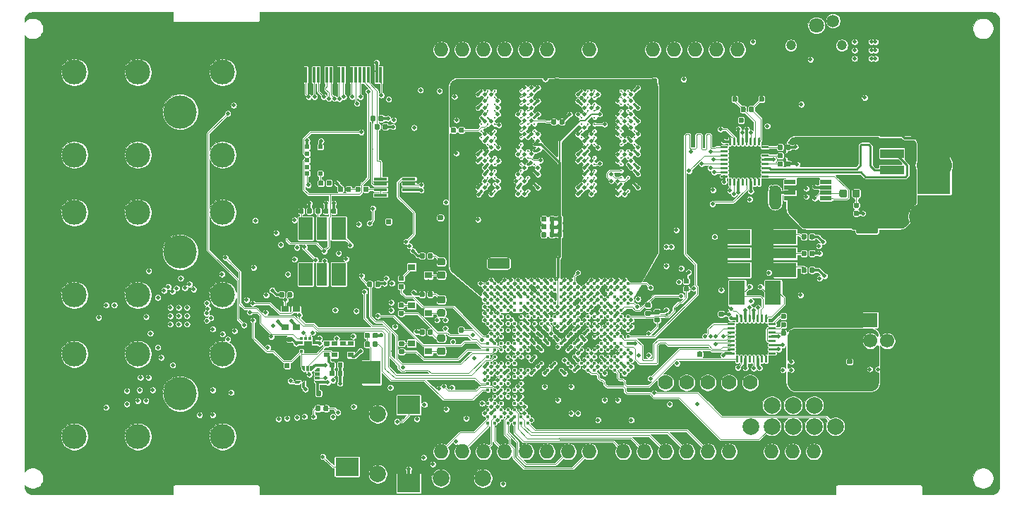
<source format=gbr>
G04 #@! TF.GenerationSoftware,KiCad,Pcbnew,(5.0.1)-rc2*
G04 #@! TF.CreationDate,2021-03-03T09:19:05-05:00*
G04 #@! TF.ProjectId,DFTBoard,444654426F6172642E6B696361645F70,rev?*
G04 #@! TF.SameCoordinates,Original*
G04 #@! TF.FileFunction,Copper,L1,Top,Plane*
G04 #@! TF.FilePolarity,Positive*
%FSLAX46Y46*%
G04 Gerber Fmt 4.6, Leading zero omitted, Abs format (unit mm)*
G04 Created by KiCad (PCBNEW (5.0.1)-rc2) date 3/3/2021 9:19:05 AM*
%MOMM*%
%LPD*%
G01*
G04 APERTURE LIST*
G04 #@! TA.AperFunction,EtchedComponent*
%ADD10C,3.000000*%
G04 #@! TD*
G04 #@! TA.AperFunction,SMDPad,CuDef*
%ADD11C,0.223223*%
G04 #@! TD*
G04 #@! TA.AperFunction,Conductor*
%ADD12C,0.125000*%
G04 #@! TD*
G04 #@! TA.AperFunction,SMDPad,CuDef*
%ADD13C,0.400000*%
G04 #@! TD*
G04 #@! TA.AperFunction,SMDPad,CuDef*
%ADD14C,0.380000*%
G04 #@! TD*
G04 #@! TA.AperFunction,SMDPad,CuDef*
%ADD15R,2.880360X1.120140*%
G04 #@! TD*
G04 #@! TA.AperFunction,ComponentPad*
%ADD16C,3.048000*%
G04 #@! TD*
G04 #@! TA.AperFunction,SMDPad,CuDef*
%ADD17R,0.718820X0.599440*%
G04 #@! TD*
G04 #@! TA.AperFunction,SMDPad,CuDef*
%ADD18R,1.699260X2.700020*%
G04 #@! TD*
G04 #@! TA.AperFunction,SMDPad,CuDef*
%ADD19R,1.300480X2.700020*%
G04 #@! TD*
G04 #@! TA.AperFunction,SMDPad,CuDef*
%ADD20R,2.700020X1.699260*%
G04 #@! TD*
G04 #@! TA.AperFunction,SMDPad,CuDef*
%ADD21R,2.700020X1.300480*%
G04 #@! TD*
G04 #@! TA.AperFunction,Conductor*
%ADD22R,4.000000X3.000000*%
G04 #@! TD*
G04 #@! TA.AperFunction,SMDPad,CuDef*
%ADD23C,0.590000*%
G04 #@! TD*
G04 #@! TA.AperFunction,BGAPad,CuDef*
%ADD24C,0.400000*%
G04 #@! TD*
G04 #@! TA.AperFunction,SMDPad,CuDef*
%ADD25C,0.875000*%
G04 #@! TD*
G04 #@! TA.AperFunction,ComponentPad*
%ADD26O,1.727200X1.727200*%
G04 #@! TD*
G04 #@! TA.AperFunction,ComponentPad*
%ADD27C,2.000000*%
G04 #@! TD*
G04 #@! TA.AperFunction,ComponentPad*
%ADD28C,1.778000*%
G04 #@! TD*
G04 #@! TA.AperFunction,Conductor*
%ADD29R,1.650000X2.400000*%
G04 #@! TD*
G04 #@! TA.AperFunction,BGAPad,CuDef*
%ADD30C,0.330000*%
G04 #@! TD*
G04 #@! TA.AperFunction,ComponentPad*
%ADD31C,1.200000*%
G04 #@! TD*
G04 #@! TA.AperFunction,ComponentPad*
%ADD32C,1.500000*%
G04 #@! TD*
G04 #@! TA.AperFunction,ComponentPad*
%ADD33C,1.800000*%
G04 #@! TD*
G04 #@! TA.AperFunction,ComponentPad*
%ADD34C,3.000000*%
G04 #@! TD*
G04 #@! TA.AperFunction,ComponentPad*
%ADD35C,4.000000*%
G04 #@! TD*
G04 #@! TA.AperFunction,SMDPad,CuDef*
%ADD36R,0.500000X0.500000*%
G04 #@! TD*
G04 #@! TA.AperFunction,SMDPad,CuDef*
%ADD37C,1.250000*%
G04 #@! TD*
G04 #@! TA.AperFunction,SMDPad,CuDef*
%ADD38R,0.900000X0.800000*%
G04 #@! TD*
G04 #@! TA.AperFunction,SMDPad,CuDef*
%ADD39R,1.420000X0.470000*%
G04 #@! TD*
G04 #@! TA.AperFunction,SMDPad,CuDef*
%ADD40R,1.950000X2.950000*%
G04 #@! TD*
G04 #@! TA.AperFunction,SMDPad,CuDef*
%ADD41C,3.100000*%
G04 #@! TD*
G04 #@! TA.AperFunction,SMDPad,CuDef*
%ADD42C,0.250000*%
G04 #@! TD*
G04 #@! TA.AperFunction,ComponentPad*
%ADD43R,1.700000X1.700000*%
G04 #@! TD*
G04 #@! TA.AperFunction,ComponentPad*
%ADD44C,1.700000*%
G04 #@! TD*
G04 #@! TA.AperFunction,ComponentPad*
%ADD45C,3.500000*%
G04 #@! TD*
G04 #@! TA.AperFunction,ComponentPad*
%ADD46C,1.600000*%
G04 #@! TD*
G04 #@! TA.AperFunction,SMDPad,CuDef*
%ADD47R,0.300000X1.900000*%
G04 #@! TD*
G04 #@! TA.AperFunction,SMDPad,CuDef*
%ADD48R,2.800000X2.200000*%
G04 #@! TD*
G04 #@! TA.AperFunction,SMDPad,CuDef*
%ADD49R,2.200000X2.800000*%
G04 #@! TD*
G04 #@! TA.AperFunction,SMDPad,CuDef*
%ADD50R,0.375000X0.350000*%
G04 #@! TD*
G04 #@! TA.AperFunction,SMDPad,CuDef*
%ADD51R,0.350000X0.375000*%
G04 #@! TD*
G04 #@! TA.AperFunction,SMDPad,CuDef*
%ADD52R,1.600000X0.300000*%
G04 #@! TD*
G04 #@! TA.AperFunction,SMDPad,CuDef*
%ADD53R,0.900000X0.660000*%
G04 #@! TD*
G04 #@! TA.AperFunction,ViaPad*
%ADD54C,0.480000*%
G04 #@! TD*
G04 #@! TA.AperFunction,Conductor*
%ADD55C,0.102000*%
G04 #@! TD*
G04 #@! TA.AperFunction,Conductor*
%ADD56C,0.300000*%
G04 #@! TD*
G04 #@! TA.AperFunction,Conductor*
%ADD57C,0.130000*%
G04 #@! TD*
G04 #@! TA.AperFunction,Conductor*
%ADD58C,0.450000*%
G04 #@! TD*
G04 #@! TA.AperFunction,Conductor*
%ADD59C,0.120000*%
G04 #@! TD*
G04 #@! TA.AperFunction,Conductor*
%ADD60C,0.200000*%
G04 #@! TD*
G04 #@! TA.AperFunction,Conductor*
%ADD61C,0.150000*%
G04 #@! TD*
G04 #@! TA.AperFunction,Conductor*
%ADD62C,0.280000*%
G04 #@! TD*
G04 #@! TA.AperFunction,Conductor*
%ADD63C,0.254000*%
G04 #@! TD*
G04 APERTURE END LIST*
D10*
G04 #@! TO.C,GT1*
X210465000Y-119400000D02*
X211735000Y-119400000D01*
G04 #@! TD*
D11*
G04 #@! TO.P,U23,1*
G04 #@! TO.N,GND*
X134812501Y-143975001D03*
D12*
G04 #@! TD*
G04 #@! TO.N,GND*
G04 #@! TO.C,U23*
G36*
X134858567Y-143776442D02*
X134872636Y-143780710D01*
X134885603Y-143787641D01*
X134896968Y-143796968D01*
X135103034Y-144003034D01*
X135112361Y-144014399D01*
X135119292Y-144027366D01*
X135123560Y-144041435D01*
X135125001Y-144056067D01*
X135125001Y-144100001D01*
X135123560Y-144114633D01*
X135119292Y-144128702D01*
X135112361Y-144141669D01*
X135103034Y-144153034D01*
X135091669Y-144162361D01*
X135078702Y-144169292D01*
X135064633Y-144173560D01*
X135050001Y-144175001D01*
X134575001Y-144175001D01*
X134560369Y-144173560D01*
X134546300Y-144169292D01*
X134533333Y-144162361D01*
X134521968Y-144153034D01*
X134512641Y-144141669D01*
X134505710Y-144128702D01*
X134501442Y-144114633D01*
X134500001Y-144100001D01*
X134500001Y-143850001D01*
X134501442Y-143835369D01*
X134505710Y-143821300D01*
X134512641Y-143808333D01*
X134521968Y-143796968D01*
X134533333Y-143787641D01*
X134546300Y-143780710D01*
X134560369Y-143776442D01*
X134575001Y-143775001D01*
X134843935Y-143775001D01*
X134858567Y-143776442D01*
X134858567Y-143776442D01*
G37*
G04 #@! TO.N,GND*
G04 #@! TO.C,U23*
G36*
X135034803Y-144275483D02*
X135044510Y-144276922D01*
X135054029Y-144279307D01*
X135063269Y-144282613D01*
X135072141Y-144286809D01*
X135080558Y-144291854D01*
X135088440Y-144297700D01*
X135095712Y-144304290D01*
X135102302Y-144311562D01*
X135108148Y-144319444D01*
X135113193Y-144327861D01*
X135117389Y-144336733D01*
X135120695Y-144345973D01*
X135123080Y-144355492D01*
X135124519Y-144365199D01*
X135125001Y-144375001D01*
X135125001Y-144575001D01*
X135124519Y-144584803D01*
X135123080Y-144594510D01*
X135120695Y-144604029D01*
X135117389Y-144613269D01*
X135113193Y-144622141D01*
X135108148Y-144630558D01*
X135102302Y-144638440D01*
X135095712Y-144645712D01*
X135088440Y-144652302D01*
X135080558Y-144658148D01*
X135072141Y-144663193D01*
X135063269Y-144667389D01*
X135054029Y-144670695D01*
X135044510Y-144673080D01*
X135034803Y-144674519D01*
X135025001Y-144675001D01*
X134600001Y-144675001D01*
X134590199Y-144674519D01*
X134580492Y-144673080D01*
X134570973Y-144670695D01*
X134561733Y-144667389D01*
X134552861Y-144663193D01*
X134544444Y-144658148D01*
X134536562Y-144652302D01*
X134529290Y-144645712D01*
X134522700Y-144638440D01*
X134516854Y-144630558D01*
X134511809Y-144622141D01*
X134507613Y-144613269D01*
X134504307Y-144604029D01*
X134501922Y-144594510D01*
X134500483Y-144584803D01*
X134500001Y-144575001D01*
X134500001Y-144375001D01*
X134500483Y-144365199D01*
X134501922Y-144355492D01*
X134504307Y-144345973D01*
X134507613Y-144336733D01*
X134511809Y-144327861D01*
X134516854Y-144319444D01*
X134522700Y-144311562D01*
X134529290Y-144304290D01*
X134536562Y-144297700D01*
X134544444Y-144291854D01*
X134552861Y-144286809D01*
X134561733Y-144282613D01*
X134570973Y-144279307D01*
X134580492Y-144276922D01*
X134590199Y-144275483D01*
X134600001Y-144275001D01*
X135025001Y-144275001D01*
X135034803Y-144275483D01*
X135034803Y-144275483D01*
G37*
D13*
G04 #@! TD*
G04 #@! TO.P,U23,2*
G04 #@! TO.N,GND*
X134812501Y-144475001D03*
D12*
G04 #@! TO.N,GND*
G04 #@! TO.C,U23*
G36*
X135039313Y-144785458D02*
X135048535Y-144786826D01*
X135057578Y-144789092D01*
X135066356Y-144792232D01*
X135074784Y-144796218D01*
X135082780Y-144801011D01*
X135090268Y-144806565D01*
X135097176Y-144812826D01*
X135103437Y-144819734D01*
X135108991Y-144827222D01*
X135113784Y-144835218D01*
X135117770Y-144843646D01*
X135120910Y-144852424D01*
X135123176Y-144861467D01*
X135124544Y-144870689D01*
X135125001Y-144880001D01*
X135125001Y-145070001D01*
X135124544Y-145079313D01*
X135123176Y-145088535D01*
X135120910Y-145097578D01*
X135117770Y-145106356D01*
X135113784Y-145114784D01*
X135108991Y-145122780D01*
X135103437Y-145130268D01*
X135097176Y-145137176D01*
X135090268Y-145143437D01*
X135082780Y-145148991D01*
X135074784Y-145153784D01*
X135066356Y-145157770D01*
X135057578Y-145160910D01*
X135048535Y-145163176D01*
X135039313Y-145164544D01*
X135030001Y-145165001D01*
X134595001Y-145165001D01*
X134585689Y-145164544D01*
X134576467Y-145163176D01*
X134567424Y-145160910D01*
X134558646Y-145157770D01*
X134550218Y-145153784D01*
X134542222Y-145148991D01*
X134534734Y-145143437D01*
X134527826Y-145137176D01*
X134521565Y-145130268D01*
X134516011Y-145122780D01*
X134511218Y-145114784D01*
X134507232Y-145106356D01*
X134504092Y-145097578D01*
X134501826Y-145088535D01*
X134500458Y-145079313D01*
X134500001Y-145070001D01*
X134500001Y-144880001D01*
X134500458Y-144870689D01*
X134501826Y-144861467D01*
X134504092Y-144852424D01*
X134507232Y-144843646D01*
X134511218Y-144835218D01*
X134516011Y-144827222D01*
X134521565Y-144819734D01*
X134527826Y-144812826D01*
X134534734Y-144806565D01*
X134542222Y-144801011D01*
X134550218Y-144796218D01*
X134558646Y-144792232D01*
X134567424Y-144789092D01*
X134576467Y-144786826D01*
X134585689Y-144785458D01*
X134595001Y-144785001D01*
X135030001Y-144785001D01*
X135039313Y-144785458D01*
X135039313Y-144785458D01*
G37*
D14*
G04 #@! TD*
G04 #@! TO.P,U23,3*
G04 #@! TO.N,GND*
X134812501Y-144975001D03*
D11*
G04 #@! TO.P,U23,4*
G04 #@! TO.N,IMU_INT1*
X134812501Y-145475001D03*
D12*
G04 #@! TD*
G04 #@! TO.N,IMU_INT1*
G04 #@! TO.C,U23*
G36*
X135064633Y-145276442D02*
X135078702Y-145280710D01*
X135091669Y-145287641D01*
X135103034Y-145296968D01*
X135112361Y-145308333D01*
X135119292Y-145321300D01*
X135123560Y-145335369D01*
X135125001Y-145350001D01*
X135125001Y-145393935D01*
X135123560Y-145408567D01*
X135119292Y-145422636D01*
X135112361Y-145435603D01*
X135103034Y-145446968D01*
X134896968Y-145653034D01*
X134885603Y-145662361D01*
X134872636Y-145669292D01*
X134858567Y-145673560D01*
X134843935Y-145675001D01*
X134575001Y-145675001D01*
X134560369Y-145673560D01*
X134546300Y-145669292D01*
X134533333Y-145662361D01*
X134521968Y-145653034D01*
X134512641Y-145641669D01*
X134505710Y-145628702D01*
X134501442Y-145614633D01*
X134500001Y-145600001D01*
X134500001Y-145350001D01*
X134501442Y-145335369D01*
X134505710Y-145321300D01*
X134512641Y-145308333D01*
X134521968Y-145296968D01*
X134533333Y-145287641D01*
X134546300Y-145280710D01*
X134560369Y-145276442D01*
X134575001Y-145275001D01*
X135050001Y-145275001D01*
X135064633Y-145276442D01*
X135064633Y-145276442D01*
G37*
D11*
G04 #@! TO.P,U23,5*
G04 #@! TO.N,+3V3*
X135475001Y-145637501D03*
D12*
G04 #@! TD*
G04 #@! TO.N,+3V3*
G04 #@! TO.C,U23*
G36*
X135614633Y-145326442D02*
X135628702Y-145330710D01*
X135641669Y-145337641D01*
X135653034Y-145346968D01*
X135662361Y-145358333D01*
X135669292Y-145371300D01*
X135673560Y-145385369D01*
X135675001Y-145400001D01*
X135675001Y-145875001D01*
X135673560Y-145889633D01*
X135669292Y-145903702D01*
X135662361Y-145916669D01*
X135653034Y-145928034D01*
X135641669Y-145937361D01*
X135628702Y-145944292D01*
X135614633Y-145948560D01*
X135600001Y-145950001D01*
X135350001Y-145950001D01*
X135335369Y-145948560D01*
X135321300Y-145944292D01*
X135308333Y-145937361D01*
X135296968Y-145928034D01*
X135287641Y-145916669D01*
X135280710Y-145903702D01*
X135276442Y-145889633D01*
X135275001Y-145875001D01*
X135275001Y-145606067D01*
X135276442Y-145591435D01*
X135280710Y-145577366D01*
X135287641Y-145564399D01*
X135296968Y-145553034D01*
X135503034Y-145346968D01*
X135514399Y-145337641D01*
X135527366Y-145330710D01*
X135541435Y-145326442D01*
X135556067Y-145325001D01*
X135600001Y-145325001D01*
X135614633Y-145326442D01*
X135614633Y-145326442D01*
G37*
G04 #@! TO.N,GND*
G04 #@! TO.C,U23*
G36*
X136079313Y-145325458D02*
X136088535Y-145326826D01*
X136097578Y-145329092D01*
X136106356Y-145332232D01*
X136114784Y-145336218D01*
X136122780Y-145341011D01*
X136130268Y-145346565D01*
X136137176Y-145352826D01*
X136143437Y-145359734D01*
X136148991Y-145367222D01*
X136153784Y-145375218D01*
X136157770Y-145383646D01*
X136160910Y-145392424D01*
X136163176Y-145401467D01*
X136164544Y-145410689D01*
X136165001Y-145420001D01*
X136165001Y-145855001D01*
X136164544Y-145864313D01*
X136163176Y-145873535D01*
X136160910Y-145882578D01*
X136157770Y-145891356D01*
X136153784Y-145899784D01*
X136148991Y-145907780D01*
X136143437Y-145915268D01*
X136137176Y-145922176D01*
X136130268Y-145928437D01*
X136122780Y-145933991D01*
X136114784Y-145938784D01*
X136106356Y-145942770D01*
X136097578Y-145945910D01*
X136088535Y-145948176D01*
X136079313Y-145949544D01*
X136070001Y-145950001D01*
X135880001Y-145950001D01*
X135870689Y-145949544D01*
X135861467Y-145948176D01*
X135852424Y-145945910D01*
X135843646Y-145942770D01*
X135835218Y-145938784D01*
X135827222Y-145933991D01*
X135819734Y-145928437D01*
X135812826Y-145922176D01*
X135806565Y-145915268D01*
X135801011Y-145907780D01*
X135796218Y-145899784D01*
X135792232Y-145891356D01*
X135789092Y-145882578D01*
X135786826Y-145873535D01*
X135785458Y-145864313D01*
X135785001Y-145855001D01*
X135785001Y-145420001D01*
X135785458Y-145410689D01*
X135786826Y-145401467D01*
X135789092Y-145392424D01*
X135792232Y-145383646D01*
X135796218Y-145375218D01*
X135801011Y-145367222D01*
X135806565Y-145359734D01*
X135812826Y-145352826D01*
X135819734Y-145346565D01*
X135827222Y-145341011D01*
X135835218Y-145336218D01*
X135843646Y-145332232D01*
X135852424Y-145329092D01*
X135861467Y-145326826D01*
X135870689Y-145325458D01*
X135880001Y-145325001D01*
X136070001Y-145325001D01*
X136079313Y-145325458D01*
X136079313Y-145325458D01*
G37*
D14*
G04 #@! TD*
G04 #@! TO.P,U23,6*
G04 #@! TO.N,GND*
X135975001Y-145637501D03*
D11*
G04 #@! TO.P,U23,7*
G04 #@! TO.N,GND*
X136475001Y-145637501D03*
D12*
G04 #@! TD*
G04 #@! TO.N,GND*
G04 #@! TO.C,U23*
G36*
X136408567Y-145326442D02*
X136422636Y-145330710D01*
X136435603Y-145337641D01*
X136446968Y-145346968D01*
X136653034Y-145553034D01*
X136662361Y-145564399D01*
X136669292Y-145577366D01*
X136673560Y-145591435D01*
X136675001Y-145606067D01*
X136675001Y-145875001D01*
X136673560Y-145889633D01*
X136669292Y-145903702D01*
X136662361Y-145916669D01*
X136653034Y-145928034D01*
X136641669Y-145937361D01*
X136628702Y-145944292D01*
X136614633Y-145948560D01*
X136600001Y-145950001D01*
X136350001Y-145950001D01*
X136335369Y-145948560D01*
X136321300Y-145944292D01*
X136308333Y-145937361D01*
X136296968Y-145928034D01*
X136287641Y-145916669D01*
X136280710Y-145903702D01*
X136276442Y-145889633D01*
X136275001Y-145875001D01*
X136275001Y-145400001D01*
X136276442Y-145385369D01*
X136280710Y-145371300D01*
X136287641Y-145358333D01*
X136296968Y-145346968D01*
X136308333Y-145337641D01*
X136321300Y-145330710D01*
X136335369Y-145326442D01*
X136350001Y-145325001D01*
X136393935Y-145325001D01*
X136408567Y-145326442D01*
X136408567Y-145326442D01*
G37*
D11*
G04 #@! TO.P,U23,8*
G04 #@! TO.N,+3V3*
X137137501Y-145475001D03*
D12*
G04 #@! TD*
G04 #@! TO.N,+3V3*
G04 #@! TO.C,U23*
G36*
X137389633Y-145276442D02*
X137403702Y-145280710D01*
X137416669Y-145287641D01*
X137428034Y-145296968D01*
X137437361Y-145308333D01*
X137444292Y-145321300D01*
X137448560Y-145335369D01*
X137450001Y-145350001D01*
X137450001Y-145600001D01*
X137448560Y-145614633D01*
X137444292Y-145628702D01*
X137437361Y-145641669D01*
X137428034Y-145653034D01*
X137416669Y-145662361D01*
X137403702Y-145669292D01*
X137389633Y-145673560D01*
X137375001Y-145675001D01*
X137106067Y-145675001D01*
X137091435Y-145673560D01*
X137077366Y-145669292D01*
X137064399Y-145662361D01*
X137053034Y-145653034D01*
X136846968Y-145446968D01*
X136837641Y-145435603D01*
X136830710Y-145422636D01*
X136826442Y-145408567D01*
X136825001Y-145393935D01*
X136825001Y-145350001D01*
X136826442Y-145335369D01*
X136830710Y-145321300D01*
X136837641Y-145308333D01*
X136846968Y-145296968D01*
X136858333Y-145287641D01*
X136871300Y-145280710D01*
X136885369Y-145276442D01*
X136900001Y-145275001D01*
X137375001Y-145275001D01*
X137389633Y-145276442D01*
X137389633Y-145276442D01*
G37*
G04 #@! TO.N,IMU_INT2*
G04 #@! TO.C,U23*
G36*
X137364313Y-144785458D02*
X137373535Y-144786826D01*
X137382578Y-144789092D01*
X137391356Y-144792232D01*
X137399784Y-144796218D01*
X137407780Y-144801011D01*
X137415268Y-144806565D01*
X137422176Y-144812826D01*
X137428437Y-144819734D01*
X137433991Y-144827222D01*
X137438784Y-144835218D01*
X137442770Y-144843646D01*
X137445910Y-144852424D01*
X137448176Y-144861467D01*
X137449544Y-144870689D01*
X137450001Y-144880001D01*
X137450001Y-145070001D01*
X137449544Y-145079313D01*
X137448176Y-145088535D01*
X137445910Y-145097578D01*
X137442770Y-145106356D01*
X137438784Y-145114784D01*
X137433991Y-145122780D01*
X137428437Y-145130268D01*
X137422176Y-145137176D01*
X137415268Y-145143437D01*
X137407780Y-145148991D01*
X137399784Y-145153784D01*
X137391356Y-145157770D01*
X137382578Y-145160910D01*
X137373535Y-145163176D01*
X137364313Y-145164544D01*
X137355001Y-145165001D01*
X136920001Y-145165001D01*
X136910689Y-145164544D01*
X136901467Y-145163176D01*
X136892424Y-145160910D01*
X136883646Y-145157770D01*
X136875218Y-145153784D01*
X136867222Y-145148991D01*
X136859734Y-145143437D01*
X136852826Y-145137176D01*
X136846565Y-145130268D01*
X136841011Y-145122780D01*
X136836218Y-145114784D01*
X136832232Y-145106356D01*
X136829092Y-145097578D01*
X136826826Y-145088535D01*
X136825458Y-145079313D01*
X136825001Y-145070001D01*
X136825001Y-144880001D01*
X136825458Y-144870689D01*
X136826826Y-144861467D01*
X136829092Y-144852424D01*
X136832232Y-144843646D01*
X136836218Y-144835218D01*
X136841011Y-144827222D01*
X136846565Y-144819734D01*
X136852826Y-144812826D01*
X136859734Y-144806565D01*
X136867222Y-144801011D01*
X136875218Y-144796218D01*
X136883646Y-144792232D01*
X136892424Y-144789092D01*
X136901467Y-144786826D01*
X136910689Y-144785458D01*
X136920001Y-144785001D01*
X137355001Y-144785001D01*
X137364313Y-144785458D01*
X137364313Y-144785458D01*
G37*
D14*
G04 #@! TD*
G04 #@! TO.P,U23,9*
G04 #@! TO.N,IMU_INT2*
X137137501Y-144975001D03*
D12*
G04 #@! TO.N,N/C*
G04 #@! TO.C,U23*
G36*
X137364313Y-144295458D02*
X137373535Y-144296826D01*
X137382578Y-144299092D01*
X137391356Y-144302232D01*
X137399784Y-144306218D01*
X137407780Y-144311011D01*
X137415268Y-144316565D01*
X137422176Y-144322826D01*
X137428437Y-144329734D01*
X137433991Y-144337222D01*
X137438784Y-144345218D01*
X137442770Y-144353646D01*
X137445910Y-144362424D01*
X137448176Y-144371467D01*
X137449544Y-144380689D01*
X137450001Y-144390001D01*
X137450001Y-144580001D01*
X137449544Y-144589313D01*
X137448176Y-144598535D01*
X137445910Y-144607578D01*
X137442770Y-144616356D01*
X137438784Y-144624784D01*
X137433991Y-144632780D01*
X137428437Y-144640268D01*
X137422176Y-144647176D01*
X137415268Y-144653437D01*
X137407780Y-144658991D01*
X137399784Y-144663784D01*
X137391356Y-144667770D01*
X137382578Y-144670910D01*
X137373535Y-144673176D01*
X137364313Y-144674544D01*
X137355001Y-144675001D01*
X136920001Y-144675001D01*
X136910689Y-144674544D01*
X136901467Y-144673176D01*
X136892424Y-144670910D01*
X136883646Y-144667770D01*
X136875218Y-144663784D01*
X136867222Y-144658991D01*
X136859734Y-144653437D01*
X136852826Y-144647176D01*
X136846565Y-144640268D01*
X136841011Y-144632780D01*
X136836218Y-144624784D01*
X136832232Y-144616356D01*
X136829092Y-144607578D01*
X136826826Y-144598535D01*
X136825458Y-144589313D01*
X136825001Y-144580001D01*
X136825001Y-144390001D01*
X136825458Y-144380689D01*
X136826826Y-144371467D01*
X136829092Y-144362424D01*
X136832232Y-144353646D01*
X136836218Y-144345218D01*
X136841011Y-144337222D01*
X136846565Y-144329734D01*
X136852826Y-144322826D01*
X136859734Y-144316565D01*
X136867222Y-144311011D01*
X136875218Y-144306218D01*
X136883646Y-144302232D01*
X136892424Y-144299092D01*
X136901467Y-144296826D01*
X136910689Y-144295458D01*
X136920001Y-144295001D01*
X137355001Y-144295001D01*
X137364313Y-144295458D01*
X137364313Y-144295458D01*
G37*
D14*
G04 #@! TD*
G04 #@! TO.P,U23,10*
G04 #@! TO.N,N/C*
X137137501Y-144485001D03*
D11*
G04 #@! TO.P,U23,11*
G04 #@! TO.N,N/C*
X137137501Y-143975001D03*
D12*
G04 #@! TD*
G04 #@! TO.N,N/C*
G04 #@! TO.C,U23*
G36*
X137389633Y-143776442D02*
X137403702Y-143780710D01*
X137416669Y-143787641D01*
X137428034Y-143796968D01*
X137437361Y-143808333D01*
X137444292Y-143821300D01*
X137448560Y-143835369D01*
X137450001Y-143850001D01*
X137450001Y-144100001D01*
X137448560Y-144114633D01*
X137444292Y-144128702D01*
X137437361Y-144141669D01*
X137428034Y-144153034D01*
X137416669Y-144162361D01*
X137403702Y-144169292D01*
X137389633Y-144173560D01*
X137375001Y-144175001D01*
X136900001Y-144175001D01*
X136885369Y-144173560D01*
X136871300Y-144169292D01*
X136858333Y-144162361D01*
X136846968Y-144153034D01*
X136837641Y-144141669D01*
X136830710Y-144128702D01*
X136826442Y-144114633D01*
X136825001Y-144100001D01*
X136825001Y-144056067D01*
X136826442Y-144041435D01*
X136830710Y-144027366D01*
X136837641Y-144014399D01*
X136846968Y-144003034D01*
X137053034Y-143796968D01*
X137064399Y-143787641D01*
X137077366Y-143780710D01*
X137091435Y-143776442D01*
X137106067Y-143775001D01*
X137375001Y-143775001D01*
X137389633Y-143776442D01*
X137389633Y-143776442D01*
G37*
D11*
G04 #@! TO.P,U23,12*
G04 #@! TO.N,+3V3*
X136475001Y-143812501D03*
D12*
G04 #@! TD*
G04 #@! TO.N,+3V3*
G04 #@! TO.C,U23*
G36*
X136614633Y-143501442D02*
X136628702Y-143505710D01*
X136641669Y-143512641D01*
X136653034Y-143521968D01*
X136662361Y-143533333D01*
X136669292Y-143546300D01*
X136673560Y-143560369D01*
X136675001Y-143575001D01*
X136675001Y-143843935D01*
X136673560Y-143858567D01*
X136669292Y-143872636D01*
X136662361Y-143885603D01*
X136653034Y-143896968D01*
X136446968Y-144103034D01*
X136435603Y-144112361D01*
X136422636Y-144119292D01*
X136408567Y-144123560D01*
X136393935Y-144125001D01*
X136350001Y-144125001D01*
X136335369Y-144123560D01*
X136321300Y-144119292D01*
X136308333Y-144112361D01*
X136296968Y-144103034D01*
X136287641Y-144091669D01*
X136280710Y-144078702D01*
X136276442Y-144064633D01*
X136275001Y-144050001D01*
X136275001Y-143575001D01*
X136276442Y-143560369D01*
X136280710Y-143546300D01*
X136287641Y-143533333D01*
X136296968Y-143521968D01*
X136308333Y-143512641D01*
X136321300Y-143505710D01*
X136335369Y-143501442D01*
X136350001Y-143500001D01*
X136600001Y-143500001D01*
X136614633Y-143501442D01*
X136614633Y-143501442D01*
G37*
G04 #@! TO.N,I2C33_SCLK*
G04 #@! TO.C,U23*
G36*
X136079313Y-143500458D02*
X136088535Y-143501826D01*
X136097578Y-143504092D01*
X136106356Y-143507232D01*
X136114784Y-143511218D01*
X136122780Y-143516011D01*
X136130268Y-143521565D01*
X136137176Y-143527826D01*
X136143437Y-143534734D01*
X136148991Y-143542222D01*
X136153784Y-143550218D01*
X136157770Y-143558646D01*
X136160910Y-143567424D01*
X136163176Y-143576467D01*
X136164544Y-143585689D01*
X136165001Y-143595001D01*
X136165001Y-144030001D01*
X136164544Y-144039313D01*
X136163176Y-144048535D01*
X136160910Y-144057578D01*
X136157770Y-144066356D01*
X136153784Y-144074784D01*
X136148991Y-144082780D01*
X136143437Y-144090268D01*
X136137176Y-144097176D01*
X136130268Y-144103437D01*
X136122780Y-144108991D01*
X136114784Y-144113784D01*
X136106356Y-144117770D01*
X136097578Y-144120910D01*
X136088535Y-144123176D01*
X136079313Y-144124544D01*
X136070001Y-144125001D01*
X135880001Y-144125001D01*
X135870689Y-144124544D01*
X135861467Y-144123176D01*
X135852424Y-144120910D01*
X135843646Y-144117770D01*
X135835218Y-144113784D01*
X135827222Y-144108991D01*
X135819734Y-144103437D01*
X135812826Y-144097176D01*
X135806565Y-144090268D01*
X135801011Y-144082780D01*
X135796218Y-144074784D01*
X135792232Y-144066356D01*
X135789092Y-144057578D01*
X135786826Y-144048535D01*
X135785458Y-144039313D01*
X135785001Y-144030001D01*
X135785001Y-143595001D01*
X135785458Y-143585689D01*
X135786826Y-143576467D01*
X135789092Y-143567424D01*
X135792232Y-143558646D01*
X135796218Y-143550218D01*
X135801011Y-143542222D01*
X135806565Y-143534734D01*
X135812826Y-143527826D01*
X135819734Y-143521565D01*
X135827222Y-143516011D01*
X135835218Y-143511218D01*
X135843646Y-143507232D01*
X135852424Y-143504092D01*
X135861467Y-143501826D01*
X135870689Y-143500458D01*
X135880001Y-143500001D01*
X136070001Y-143500001D01*
X136079313Y-143500458D01*
X136079313Y-143500458D01*
G37*
D14*
G04 #@! TD*
G04 #@! TO.P,U23,13*
G04 #@! TO.N,I2C33_SCLK*
X135975001Y-143812501D03*
D11*
G04 #@! TO.P,U23,14*
G04 #@! TO.N,I2C33_SDA*
X135475001Y-143812501D03*
D12*
G04 #@! TD*
G04 #@! TO.N,I2C33_SDA*
G04 #@! TO.C,U23*
G36*
X135614633Y-143501442D02*
X135628702Y-143505710D01*
X135641669Y-143512641D01*
X135653034Y-143521968D01*
X135662361Y-143533333D01*
X135669292Y-143546300D01*
X135673560Y-143560369D01*
X135675001Y-143575001D01*
X135675001Y-144050001D01*
X135673560Y-144064633D01*
X135669292Y-144078702D01*
X135662361Y-144091669D01*
X135653034Y-144103034D01*
X135641669Y-144112361D01*
X135628702Y-144119292D01*
X135614633Y-144123560D01*
X135600001Y-144125001D01*
X135556067Y-144125001D01*
X135541435Y-144123560D01*
X135527366Y-144119292D01*
X135514399Y-144112361D01*
X135503034Y-144103034D01*
X135296968Y-143896968D01*
X135287641Y-143885603D01*
X135280710Y-143872636D01*
X135276442Y-143858567D01*
X135275001Y-143843935D01*
X135275001Y-143575001D01*
X135276442Y-143560369D01*
X135280710Y-143546300D01*
X135287641Y-143533333D01*
X135296968Y-143521968D01*
X135308333Y-143512641D01*
X135321300Y-143505710D01*
X135335369Y-143501442D01*
X135350001Y-143500001D01*
X135600001Y-143500001D01*
X135614633Y-143501442D01*
X135614633Y-143501442D01*
G37*
D15*
G04 #@! TO.P,J6,1*
G04 #@! TO.N,USBH_VBUS*
X206059820Y-122500120D03*
G04 #@! TO.P,J6,2*
G04 #@! TO.N,USBH_D_N*
X206059820Y-120000760D03*
G04 #@! TO.P,J6,3*
G04 #@! TO.N,USBH_D_P*
X206059820Y-117999240D03*
G04 #@! TO.P,J6,4*
G04 #@! TO.N,GND*
X206059820Y-115499880D03*
D16*
G04 #@! TO.P,J6,5*
X209641220Y-125570980D03*
X209641220Y-112429020D03*
G04 #@! TD*
D17*
G04 #@! TO.P,U14,8*
G04 #@! TO.N,/Sensors/3.3V_R*
X138247120Y-142198500D03*
G04 #@! TO.P,U14,7*
G04 #@! TO.N,I2C33_SCLK*
X139217400Y-142198500D03*
G04 #@! TO.P,U14,6*
G04 #@! TO.N,GND*
X140182600Y-142198500D03*
G04 #@! TO.P,U14,5*
G04 #@! TO.N,+3V3*
X141152880Y-142198500D03*
G04 #@! TO.P,U14,4*
G04 #@! TO.N,Net-(U14-Pad3)*
X141152880Y-140801500D03*
G04 #@! TO.P,U14,3*
X140182600Y-140801500D03*
G04 #@! TO.P,U14,2*
G04 #@! TO.N,RF2_IRQ*
X139217400Y-140801500D03*
G04 #@! TO.P,U14,1*
G04 #@! TO.N,I2C33_SDA*
X138247120Y-140801500D03*
G04 #@! TD*
D18*
G04 #@! TO.P,D2,1*
G04 #@! TO.N,/Audio/LED_2RA*
X139693082Y-127003665D03*
D19*
G04 #@! TO.P,D2,2*
G04 #@! TO.N,/Audio/LED_2GA*
X137716962Y-127003665D03*
D18*
G04 #@! TO.P,D2,3*
G04 #@! TO.N,/Audio/LED_2BA*
X135740842Y-127003665D03*
G04 #@! TO.P,D2,4*
G04 #@! TO.N,/Audio/LED_2BC*
X135740842Y-132505305D03*
D19*
G04 #@! TO.P,D2,5*
G04 #@! TO.N,/Audio/LED_2GC*
X137716962Y-132505305D03*
D18*
G04 #@! TO.P,D2,6*
G04 #@! TO.N,/Audio/LED_2RC*
X139693082Y-132505305D03*
G04 #@! TD*
D20*
G04 #@! TO.P,D1,6*
G04 #@! TO.N,/Audio/LED_1RC*
X187749180Y-131976120D03*
D21*
G04 #@! TO.P,D1,5*
G04 #@! TO.N,/Audio/LED_1GC*
X187749180Y-130000000D03*
D20*
G04 #@! TO.P,D1,4*
G04 #@! TO.N,/Audio/LED_1BC*
X187749180Y-128023880D03*
G04 #@! TO.P,D1,3*
G04 #@! TO.N,/Audio/LED_1BA*
X193250820Y-128023880D03*
D21*
G04 #@! TO.P,D1,2*
G04 #@! TO.N,/Audio/LED_1GA*
X193250820Y-130000000D03*
D20*
G04 #@! TO.P,D1,1*
G04 #@! TO.N,/Audio/LED_1RA*
X193250820Y-131976120D03*
G04 #@! TD*
D22*
G04 #@! TO.N,GND*
G04 #@! TO.C,GT1*
X211100000Y-117400000D03*
G04 #@! TO.N,GNDA*
X211100000Y-121400000D03*
G04 #@! TD*
D12*
G04 #@! TO.N,Net-(R26-Pad1)*
G04 #@! TO.C,R26*
G36*
X138346958Y-148280710D02*
X138361276Y-148282834D01*
X138375317Y-148286351D01*
X138388946Y-148291228D01*
X138402031Y-148297417D01*
X138414447Y-148304858D01*
X138426073Y-148313481D01*
X138436798Y-148323202D01*
X138446519Y-148333927D01*
X138455142Y-148345553D01*
X138462583Y-148357969D01*
X138468772Y-148371054D01*
X138473649Y-148384683D01*
X138477166Y-148398724D01*
X138479290Y-148413042D01*
X138480000Y-148427500D01*
X138480000Y-148772500D01*
X138479290Y-148786958D01*
X138477166Y-148801276D01*
X138473649Y-148815317D01*
X138468772Y-148828946D01*
X138462583Y-148842031D01*
X138455142Y-148854447D01*
X138446519Y-148866073D01*
X138436798Y-148876798D01*
X138426073Y-148886519D01*
X138414447Y-148895142D01*
X138402031Y-148902583D01*
X138388946Y-148908772D01*
X138375317Y-148913649D01*
X138361276Y-148917166D01*
X138346958Y-148919290D01*
X138332500Y-148920000D01*
X138037500Y-148920000D01*
X138023042Y-148919290D01*
X138008724Y-148917166D01*
X137994683Y-148913649D01*
X137981054Y-148908772D01*
X137967969Y-148902583D01*
X137955553Y-148895142D01*
X137943927Y-148886519D01*
X137933202Y-148876798D01*
X137923481Y-148866073D01*
X137914858Y-148854447D01*
X137907417Y-148842031D01*
X137901228Y-148828946D01*
X137896351Y-148815317D01*
X137892834Y-148801276D01*
X137890710Y-148786958D01*
X137890000Y-148772500D01*
X137890000Y-148427500D01*
X137890710Y-148413042D01*
X137892834Y-148398724D01*
X137896351Y-148384683D01*
X137901228Y-148371054D01*
X137907417Y-148357969D01*
X137914858Y-148345553D01*
X137923481Y-148333927D01*
X137933202Y-148323202D01*
X137943927Y-148313481D01*
X137955553Y-148304858D01*
X137967969Y-148297417D01*
X137981054Y-148291228D01*
X137994683Y-148286351D01*
X138008724Y-148282834D01*
X138023042Y-148280710D01*
X138037500Y-148280000D01*
X138332500Y-148280000D01*
X138346958Y-148280710D01*
X138346958Y-148280710D01*
G37*
D23*
G04 #@! TD*
G04 #@! TO.P,R26,1*
G04 #@! TO.N,Net-(R26-Pad1)*
X138185000Y-148600000D03*
D12*
G04 #@! TO.N,SD_CLK*
G04 #@! TO.C,R26*
G36*
X137376958Y-148280710D02*
X137391276Y-148282834D01*
X137405317Y-148286351D01*
X137418946Y-148291228D01*
X137432031Y-148297417D01*
X137444447Y-148304858D01*
X137456073Y-148313481D01*
X137466798Y-148323202D01*
X137476519Y-148333927D01*
X137485142Y-148345553D01*
X137492583Y-148357969D01*
X137498772Y-148371054D01*
X137503649Y-148384683D01*
X137507166Y-148398724D01*
X137509290Y-148413042D01*
X137510000Y-148427500D01*
X137510000Y-148772500D01*
X137509290Y-148786958D01*
X137507166Y-148801276D01*
X137503649Y-148815317D01*
X137498772Y-148828946D01*
X137492583Y-148842031D01*
X137485142Y-148854447D01*
X137476519Y-148866073D01*
X137466798Y-148876798D01*
X137456073Y-148886519D01*
X137444447Y-148895142D01*
X137432031Y-148902583D01*
X137418946Y-148908772D01*
X137405317Y-148913649D01*
X137391276Y-148917166D01*
X137376958Y-148919290D01*
X137362500Y-148920000D01*
X137067500Y-148920000D01*
X137053042Y-148919290D01*
X137038724Y-148917166D01*
X137024683Y-148913649D01*
X137011054Y-148908772D01*
X136997969Y-148902583D01*
X136985553Y-148895142D01*
X136973927Y-148886519D01*
X136963202Y-148876798D01*
X136953481Y-148866073D01*
X136944858Y-148854447D01*
X136937417Y-148842031D01*
X136931228Y-148828946D01*
X136926351Y-148815317D01*
X136922834Y-148801276D01*
X136920710Y-148786958D01*
X136920000Y-148772500D01*
X136920000Y-148427500D01*
X136920710Y-148413042D01*
X136922834Y-148398724D01*
X136926351Y-148384683D01*
X136931228Y-148371054D01*
X136937417Y-148357969D01*
X136944858Y-148345553D01*
X136953481Y-148333927D01*
X136963202Y-148323202D01*
X136973927Y-148313481D01*
X136985553Y-148304858D01*
X136997969Y-148297417D01*
X137011054Y-148291228D01*
X137024683Y-148286351D01*
X137038724Y-148282834D01*
X137053042Y-148280710D01*
X137067500Y-148280000D01*
X137362500Y-148280000D01*
X137376958Y-148280710D01*
X137376958Y-148280710D01*
G37*
D23*
G04 #@! TD*
G04 #@! TO.P,R26,2*
G04 #@! TO.N,SD_CLK*
X137215000Y-148600000D03*
D24*
G04 #@! TO.P,U20,AB22*
G04 #@! TO.N,LCD_D1*
X157600000Y-150400000D03*
G04 #@! TO.P,U20,AB21*
G04 #@! TO.N,LCD_D0*
X157600000Y-149600000D03*
G04 #@! TO.P,U20,AB20*
G04 #@! TO.N,LED_1G_CTRL*
X157600000Y-148800000D03*
G04 #@! TO.P,U20,AB19*
G04 #@! TO.N,JD_ROUT*
X157600000Y-148000000D03*
G04 #@! TO.P,U20,AB18*
G04 #@! TO.N,GND*
X157600000Y-147200000D03*
G04 #@! TO.P,U20,AB17*
G04 #@! TO.N,JD_HOUT*
X157600000Y-146400000D03*
G04 #@! TO.P,U20,AB16*
G04 #@! TO.N,JD_LOUT*
X157600000Y-145600000D03*
G04 #@! TO.P,U20,AB15*
G04 #@! TO.N,I2S_ADCSD*
X157600000Y-144800000D03*
G04 #@! TO.P,U20,AB14*
G04 #@! TO.N,I2S_LRCLK*
X157600000Y-144000000D03*
G04 #@! TO.P,U20,AB13*
G04 #@! TO.N,+3V3*
X157600000Y-143200000D03*
G04 #@! TO.P,U20,AB12*
G04 #@! TO.N,LED_2R_CTRL*
X157600000Y-142400000D03*
G04 #@! TO.P,U20,AB11*
G04 #@! TO.N,STATLED_0*
X157600000Y-141600000D03*
G04 #@! TO.P,U20,AB10*
G04 #@! TO.N,STATLED_1*
X157600000Y-140800000D03*
G04 #@! TO.P,U20,AB9*
G04 #@! TO.N,STATLED_2*
X157600000Y-140000000D03*
G04 #@! TO.P,U20,AB8*
G04 #@! TO.N,GND*
X157600000Y-139200000D03*
G04 #@! TO.P,U20,AB7*
G04 #@! TO.N,HDMI_HEAC_P*
X157600000Y-138400000D03*
G04 #@! TO.P,U20,AB6*
G04 #@! TO.N,HDMI_HEAC_N*
X157600000Y-137600000D03*
G04 #@! TO.P,U20,AB5*
G04 #@! TO.N,LCD_D5*
X157600000Y-136800000D03*
G04 #@! TO.P,U20,AB4*
G04 #@! TO.N,LCD_D6*
X157600000Y-136000000D03*
G04 #@! TO.P,U20,AB3*
G04 #@! TO.N,+3V3*
X157600000Y-135200000D03*
G04 #@! TO.P,U20,AB2*
G04 #@! TO.N,LCD_D9*
X157600000Y-134400000D03*
G04 #@! TO.P,U20,AB1*
G04 #@! TO.N,LCD_D23*
X157600000Y-133600000D03*
G04 #@! TO.P,U20,AA22*
G04 #@! TO.N,LCD_D12*
X158400000Y-150400000D03*
G04 #@! TO.P,U20,AA21*
G04 #@! TO.N,LCD_D11*
X158400000Y-149600000D03*
G04 #@! TO.P,U20,AA20*
G04 #@! TO.N,+3V3*
X158400000Y-148800000D03*
G04 #@! TO.P,U20,AA19*
G04 #@! TO.N,LED_1R_CTRL*
X158400000Y-148000000D03*
G04 #@! TO.P,U20,AA18*
G04 #@! TO.N,IR_RX*
X158400000Y-147200000D03*
G04 #@! TO.P,U20,AA17*
G04 #@! TO.N,TLV_RST#*
X158400000Y-146400000D03*
G04 #@! TO.P,U20,AA16*
G04 #@! TO.N,N/C*
X158400000Y-145600000D03*
G04 #@! TO.P,U20,AA15*
G04 #@! TO.N,GND*
X158400000Y-144800000D03*
G04 #@! TO.P,U20,AA14*
G04 #@! TO.N,I2S_DACSD*
X158400000Y-144000000D03*
G04 #@! TO.P,U20,AA13*
G04 #@! TO.N,I2S_BCLK*
X158400000Y-143200000D03*
G04 #@! TO.P,U20,AA12*
G04 #@! TO.N,LED_2B_CTRL*
X158400000Y-142400000D03*
G04 #@! TO.P,U20,AA11*
G04 #@! TO.N,RF_IRQ*
X158400000Y-141600000D03*
G04 #@! TO.P,U20,AA10*
G04 #@! TO.N,+3V3*
X158400000Y-140800000D03*
G04 #@! TO.P,U20,AA9*
G04 #@! TO.N,HDMI_B_P*
X158400000Y-140000000D03*
G04 #@! TO.P,U20,AA8*
G04 #@! TO.N,HDMI_B_N*
X158400000Y-139200000D03*
G04 #@! TO.P,U20,AA7*
G04 #@! TO.N,HDMI_G_P*
X158400000Y-138400000D03*
G04 #@! TO.P,U20,AA6*
G04 #@! TO.N,HDMI_G_N*
X158400000Y-137600000D03*
G04 #@! TO.P,U20,AA5*
G04 #@! TO.N,GND*
X158400000Y-136800000D03*
G04 #@! TO.P,U20,AA4*
G04 #@! TO.N,LCD_D7*
X158400000Y-136000000D03*
G04 #@! TO.P,U20,AA3*
G04 #@! TO.N,DDR3_DQ24*
X158400000Y-135200000D03*
G04 #@! TO.P,U20,AA2*
G04 #@! TO.N,DDR3_DM3*
X158400000Y-134400000D03*
G04 #@! TO.P,U20,AA1*
G04 #@! TO.N,DDR3_DQ28*
X158400000Y-133600000D03*
G04 #@! TO.P,U20,Y22*
G04 #@! TO.N,GND*
X159200000Y-150400000D03*
G04 #@! TO.P,U20,Y21*
G04 #@! TO.N,LCD_D13*
X159200000Y-149600000D03*
G04 #@! TO.P,U20,Y20*
G04 #@! TO.N,LCD_D14*
X159200000Y-148800000D03*
G04 #@! TO.P,U20,Y19*
G04 #@! TO.N,LED_1B_CTRL*
X159200000Y-148000000D03*
G04 #@! TO.P,U20,Y18*
G04 #@! TO.N,N/C*
X159200000Y-147200000D03*
G04 #@! TO.P,U20,Y17*
G04 #@! TO.N,+3V3*
X159200000Y-146400000D03*
G04 #@! TO.P,U20,Y16*
G04 #@! TO.N,N/C*
X159200000Y-145600000D03*
G04 #@! TO.P,U20,Y15*
G04 #@! TO.N,IMU_INT2*
X159200000Y-144800000D03*
G04 #@! TO.P,U20,Y14*
G04 #@! TO.N,TEMPO_SW*
X159200000Y-144000000D03*
G04 #@! TO.P,U20,Y13*
G04 #@! TO.N,I2S_MCLK*
X159200000Y-143200000D03*
G04 #@! TO.P,U20,Y12*
G04 #@! TO.N,GND*
X159200000Y-142400000D03*
G04 #@! TO.P,U20,Y11*
G04 #@! TO.N,LED_2G_CTRL*
X159200000Y-141600000D03*
G04 #@! TO.P,U20,Y10*
G04 #@! TO.N,N/C*
X159200000Y-140800000D03*
G04 #@! TO.P,U20,Y9*
G04 #@! TO.N,HDMI_CLK_P*
X159200000Y-140000000D03*
G04 #@! TO.P,U20,Y8*
G04 #@! TO.N,HDMI_CLK_N*
X159200000Y-139200000D03*
G04 #@! TO.P,U20,Y7*
G04 #@! TO.N,+3V3*
X159200000Y-138400000D03*
G04 #@! TO.P,U20,Y6*
G04 #@! TO.N,HDMI_R_P*
X159200000Y-137600000D03*
G04 #@! TO.P,U20,Y5*
G04 #@! TO.N,HDMI_R_N*
X159200000Y-136800000D03*
G04 #@! TO.P,U20,Y4*
G04 #@! TO.N,LCD_D8*
X159200000Y-136000000D03*
G04 #@! TO.P,U20,Y3*
G04 #@! TO.N,DDR3_DQ26*
X159200000Y-135200000D03*
G04 #@! TO.P,U20,Y2*
G04 #@! TO.N,GND*
X159200000Y-134400000D03*
G04 #@! TO.P,U20,Y1*
G04 #@! TO.N,DDR3_DQ25*
X159200000Y-133600000D03*
G04 #@! TO.P,U20,W22*
G04 #@! TO.N,LCD_D15*
X160000000Y-150400000D03*
G04 #@! TO.P,U20,W21*
G04 #@! TO.N,LCD_D16*
X160000000Y-149600000D03*
G04 #@! TO.P,U20,W20*
G04 #@! TO.N,LCD_D3*
X160000000Y-148800000D03*
G04 #@! TO.P,U20,W19*
G04 #@! TO.N,GND*
X160000000Y-148000000D03*
G04 #@! TO.P,U20,W18*
G04 #@! TO.N,N/C*
X160000000Y-147200000D03*
G04 #@! TO.P,U20,W17*
G04 #@! TO.N,JD_IN*
X160000000Y-146400000D03*
G04 #@! TO.P,U20,W16*
G04 #@! TO.N,N/C*
X160000000Y-145600000D03*
G04 #@! TO.P,U20,W15*
G04 #@! TO.N,IMU_INT1*
X160000000Y-144800000D03*
G04 #@! TO.P,U20,W14*
G04 #@! TO.N,+3V3*
X160000000Y-144000000D03*
G04 #@! TO.P,U20,W13*
G04 #@! TO.N,N/C*
X160000000Y-143200000D03*
G04 #@! TO.P,U20,W12*
G04 #@! TO.N,ACC_INT1*
X160000000Y-142400000D03*
G04 #@! TO.P,U20,W11*
G04 #@! TO.N,N/C*
X160000000Y-141600000D03*
G04 #@! TO.P,U20,W10*
X160000000Y-140800000D03*
G04 #@! TO.P,U20,W9*
G04 #@! TO.N,GND*
X160000000Y-140000000D03*
G04 #@! TO.P,U20,W8*
G04 #@! TO.N,N/C*
X160000000Y-139200000D03*
G04 #@! TO.P,U20,W7*
X160000000Y-138400000D03*
G04 #@! TO.P,U20,W6*
X160000000Y-137600000D03*
G04 #@! TO.P,U20,W5*
G04 #@! TO.N,HDMI_CEC*
X160000000Y-136800000D03*
G04 #@! TO.P,U20,W4*
G04 #@! TO.N,+3V3*
X160000000Y-136000000D03*
G04 #@! TO.P,U20,W3*
G04 #@! TO.N,DDR3_DQ30*
X160000000Y-135200000D03*
G04 #@! TO.P,U20,W2*
G04 #@! TO.N,DDR3_DQS3_N*
X160000000Y-134400000D03*
G04 #@! TO.P,U20,W1*
G04 #@! TO.N,DDR3_DQ27*
X160000000Y-133600000D03*
G04 #@! TO.P,U20,V22*
G04 #@! TO.N,LCD_D17*
X160800000Y-150400000D03*
G04 #@! TO.P,U20,V21*
G04 #@! TO.N,+3V3*
X160800000Y-149600000D03*
G04 #@! TO.P,U20,V20*
G04 #@! TO.N,LCD_D18*
X160800000Y-148800000D03*
G04 #@! TO.P,U20,V19*
G04 #@! TO.N,N/C*
X160800000Y-148000000D03*
G04 #@! TO.P,U20,V18*
X160800000Y-147200000D03*
G04 #@! TO.P,U20,V17*
X160800000Y-146400000D03*
G04 #@! TO.P,U20,V16*
G04 #@! TO.N,GND*
X160800000Y-145600000D03*
G04 #@! TO.P,U20,V15*
G04 #@! TO.N,N/C*
X160800000Y-144800000D03*
G04 #@! TO.P,U20,V14*
X160800000Y-144000000D03*
G04 #@! TO.P,U20,V13*
X160800000Y-143200000D03*
G04 #@! TO.P,U20,V12*
G04 #@! TO.N,ACC_INT2*
X160800000Y-142400000D03*
G04 #@! TO.P,U20,V11*
G04 #@! TO.N,+3V3*
X160800000Y-141600000D03*
G04 #@! TO.P,U20,V10*
G04 #@! TO.N,N/C*
X160800000Y-140800000D03*
G04 #@! TO.P,U20,V9*
X160800000Y-140000000D03*
G04 #@! TO.P,U20,V8*
X160800000Y-139200000D03*
G04 #@! TO.P,U20,V7*
X160800000Y-138400000D03*
G04 #@! TO.P,U20,V6*
G04 #@! TO.N,GND*
X160800000Y-137600000D03*
G04 #@! TO.P,U20,V5*
G04 #@! TO.N,LCD_D4*
X160800000Y-136800000D03*
G04 #@! TO.P,U20,V4*
G04 #@! TO.N,1v35PG*
X160800000Y-136000000D03*
G04 #@! TO.P,U20,V3*
G04 #@! TO.N,DDR3_CKE*
X160800000Y-135200000D03*
G04 #@! TO.P,U20,V2*
G04 #@! TO.N,DDR3_DQS3_P*
X160800000Y-134400000D03*
G04 #@! TO.P,U20,V1*
G04 #@! TO.N,+1V35*
X160800000Y-133600000D03*
G04 #@! TO.P,U20,U22*
G04 #@! TO.N,LCD_D19*
X161600000Y-150400000D03*
G04 #@! TO.P,U20,U21*
G04 #@! TO.N,LCD_D20*
X161600000Y-149600000D03*
G04 #@! TO.P,U20,U20*
G04 #@! TO.N,LCD_D10*
X161600000Y-148800000D03*
G04 #@! TO.P,U20,U19*
G04 #@! TO.N,LCD_D2*
X161600000Y-148000000D03*
G04 #@! TO.P,U20,U18*
G04 #@! TO.N,+3V3*
X161600000Y-147200000D03*
G04 #@! TO.P,U20,U17*
G04 #@! TO.N,N/C*
X161600000Y-146400000D03*
G04 #@! TO.P,U20,U16*
X161600000Y-145600000D03*
G04 #@! TO.P,U20,U15*
X161600000Y-144800000D03*
G04 #@! TO.P,U20,U14*
X161600000Y-144000000D03*
G04 #@! TO.P,U20,U13*
G04 #@! TO.N,GND*
X161600000Y-143200000D03*
G04 #@! TO.P,U20,U12*
G04 #@! TO.N,N/C*
X161600000Y-142400000D03*
G04 #@! TO.P,U20,U11*
X161600000Y-141600000D03*
G04 #@! TO.P,U20,U10*
G04 #@! TO.N,I2C33_HDMI_SDA*
X161600000Y-140800000D03*
G04 #@! TO.P,U20,U9*
G04 #@! TO.N,I2C33_HDMI_SCLK*
X161600000Y-140000000D03*
G04 #@! TO.P,U20,U8*
G04 #@! TO.N,+3V3*
X161600000Y-139200000D03*
G04 #@! TO.P,U20,U7*
G04 #@! TO.N,N/C*
X161600000Y-138400000D03*
G04 #@! TO.P,U20,U6*
X161600000Y-137600000D03*
G04 #@! TO.P,U20,U5*
X161600000Y-136800000D03*
G04 #@! TO.P,U20,U4*
X161600000Y-136000000D03*
G04 #@! TO.P,U20,U3*
G04 #@! TO.N,GND*
X161600000Y-135200000D03*
G04 #@! TO.P,U20,U2*
G04 #@! TO.N,DDR3_DQ31*
X161600000Y-134400000D03*
G04 #@! TO.P,U20,U1*
G04 #@! TO.N,DDR3_DQ29*
X161600000Y-133600000D03*
G04 #@! TO.P,U20,T22*
G04 #@! TO.N,LCD_D21*
X162400000Y-150400000D03*
G04 #@! TO.P,U20,T21*
G04 #@! TO.N,LCD_D22*
X162400000Y-149600000D03*
G04 #@! TO.P,U20,T20*
G04 #@! TO.N,GND*
X162400000Y-148800000D03*
G04 #@! TO.P,U20,T19*
X162400000Y-148000000D03*
G04 #@! TO.P,U20,T18*
X162400000Y-147200000D03*
G04 #@! TO.P,U20,T17*
X162400000Y-146400000D03*
G04 #@! TO.P,U20,T16*
X162400000Y-145600000D03*
G04 #@! TO.P,U20,T15*
X162400000Y-144800000D03*
G04 #@! TO.P,U20,T14*
G04 #@! TO.N,INIT_B*
X162400000Y-144000000D03*
G04 #@! TO.P,U20,T13*
G04 #@! TO.N,GND*
X162400000Y-143200000D03*
G04 #@! TO.P,U20,T12*
G04 #@! TO.N,N/C*
X162400000Y-142400000D03*
G04 #@! TO.P,U20,T11*
G04 #@! TO.N,PROGRAM_B*
X162400000Y-141600000D03*
G04 #@! TO.P,U20,T10*
G04 #@! TO.N,+1V8*
X162400000Y-140800000D03*
G04 #@! TO.P,U20,T9*
X162400000Y-140000000D03*
G04 #@! TO.P,U20,T8*
X162400000Y-139200000D03*
G04 #@! TO.P,U20,T7*
X162400000Y-138400000D03*
G04 #@! TO.P,U20,T6*
G04 #@! TO.N,N/C*
X162400000Y-137600000D03*
G04 #@! TO.P,U20,T5*
G04 #@! TO.N,+3V3*
X162400000Y-136800000D03*
G04 #@! TO.P,U20,T4*
G04 #@! TO.N,N/C*
X162400000Y-136000000D03*
G04 #@! TO.P,U20,T3*
G04 #@! TO.N,DDR3_DQ16*
X162400000Y-135200000D03*
G04 #@! TO.P,U20,T2*
G04 #@! TO.N,DDR3_DQ19*
X162400000Y-134400000D03*
G04 #@! TO.P,U20,T1*
G04 #@! TO.N,DDR3_DQ17*
X162400000Y-133600000D03*
G04 #@! TO.P,U20,R22*
G04 #@! TO.N,GND*
X163200000Y-150400000D03*
G04 #@! TO.P,U20,R21*
X163200000Y-149600000D03*
G04 #@! TO.P,U20,R20*
X163200000Y-148800000D03*
G04 #@! TO.P,U20,R19*
X163200000Y-148000000D03*
G04 #@! TO.P,U20,R18*
X163200000Y-147200000D03*
G04 #@! TO.P,U20,R17*
X163200000Y-146400000D03*
G04 #@! TO.P,U20,R16*
X163200000Y-145600000D03*
G04 #@! TO.P,U20,R15*
X163200000Y-144800000D03*
G04 #@! TO.P,U20,R14*
G04 #@! TO.N,+1V0*
X163200000Y-144000000D03*
G04 #@! TO.P,U20,R13*
G04 #@! TO.N,GND*
X163200000Y-143200000D03*
G04 #@! TO.P,U20,R12*
G04 #@! TO.N,+1V8*
X163200000Y-142400000D03*
G04 #@! TO.P,U20,R11*
G04 #@! TO.N,GND*
X163200000Y-141600000D03*
G04 #@! TO.P,U20,R10*
G04 #@! TO.N,/Power/VCCAUX*
X163200000Y-140800000D03*
G04 #@! TO.P,U20,R9*
G04 #@! TO.N,GND*
X163200000Y-140000000D03*
G04 #@! TO.P,U20,R8*
G04 #@! TO.N,+1V0*
X163200000Y-139200000D03*
G04 #@! TO.P,U20,R7*
G04 #@! TO.N,N/C*
X163200000Y-138400000D03*
G04 #@! TO.P,U20,R6*
G04 #@! TO.N,TEMPO_LED*
X163200000Y-137600000D03*
G04 #@! TO.P,U20,R5*
G04 #@! TO.N,DDR3_RAS#*
X163200000Y-136800000D03*
G04 #@! TO.P,U20,R4*
G04 #@! TO.N,DDR3_WE#*
X163200000Y-136000000D03*
G04 #@! TO.P,U20,R3*
G04 #@! TO.N,DDR3_DQ23*
X163200000Y-135200000D03*
G04 #@! TO.P,U20,R2*
G04 #@! TO.N,+1V35*
X163200000Y-134400000D03*
G04 #@! TO.P,U20,R1*
G04 #@! TO.N,DDR3_DQ21*
X163200000Y-133600000D03*
G04 #@! TO.P,U20,P22*
G04 #@! TO.N,GND*
X164000000Y-150400000D03*
G04 #@! TO.P,U20,P21*
X164000000Y-149600000D03*
G04 #@! TO.P,U20,P20*
X164000000Y-148800000D03*
G04 #@! TO.P,U20,P19*
X164000000Y-148000000D03*
G04 #@! TO.P,U20,P18*
X164000000Y-147200000D03*
G04 #@! TO.P,U20,P17*
X164000000Y-146400000D03*
G04 #@! TO.P,U20,P16*
X164000000Y-145600000D03*
G04 #@! TO.P,U20,P15*
X164000000Y-144800000D03*
G04 #@! TO.P,U20,P14*
X164000000Y-144000000D03*
G04 #@! TO.P,U20,P13*
G04 #@! TO.N,+1V0*
X164000000Y-143200000D03*
G04 #@! TO.P,U20,P12*
G04 #@! TO.N,GND*
X164000000Y-142400000D03*
G04 #@! TO.P,U20,P11*
G04 #@! TO.N,/Power/VCCAUX*
X164000000Y-141600000D03*
G04 #@! TO.P,U20,P10*
G04 #@! TO.N,GND*
X164000000Y-140800000D03*
G04 #@! TO.P,U20,P9*
G04 #@! TO.N,+1V8*
X164000000Y-140000000D03*
G04 #@! TO.P,U20,P8*
G04 #@! TO.N,GND*
X164000000Y-139200000D03*
G04 #@! TO.P,U20,P7*
G04 #@! TO.N,/DDR3/VREF*
X164000000Y-138400000D03*
G04 #@! TO.P,U20,P6*
G04 #@! TO.N,DDR3_CS#*
X164000000Y-137600000D03*
G04 #@! TO.P,U20,P5*
G04 #@! TO.N,DDR3_ODT*
X164000000Y-136800000D03*
G04 #@! TO.P,U20,P4*
G04 #@! TO.N,GND*
X164000000Y-136000000D03*
G04 #@! TO.P,U20,P3*
G04 #@! TO.N,DDR3_CAS#*
X164000000Y-135200000D03*
G04 #@! TO.P,U20,P2*
G04 #@! TO.N,DDR3_DQS2_N*
X164000000Y-134400000D03*
G04 #@! TO.P,U20,P1*
G04 #@! TO.N,DDR3_DM2*
X164000000Y-133600000D03*
G04 #@! TO.P,U20,N22*
G04 #@! TO.N,GND*
X164800000Y-150400000D03*
G04 #@! TO.P,U20,N21*
X164800000Y-149600000D03*
G04 #@! TO.P,U20,N20*
X164800000Y-148800000D03*
G04 #@! TO.P,U20,N19*
X164800000Y-148000000D03*
G04 #@! TO.P,U20,N18*
X164800000Y-147200000D03*
G04 #@! TO.P,U20,N17*
X164800000Y-146400000D03*
G04 #@! TO.P,U20,N16*
X164800000Y-145600000D03*
G04 #@! TO.P,U20,N15*
X164800000Y-144800000D03*
G04 #@! TO.P,U20,N14*
G04 #@! TO.N,+1V0*
X164800000Y-144000000D03*
G04 #@! TO.P,U20,N13*
G04 #@! TO.N,GND*
X164800000Y-143200000D03*
G04 #@! TO.P,U20,N12*
X164800000Y-142400000D03*
G04 #@! TO.P,U20,N11*
X164800000Y-141600000D03*
G04 #@! TO.P,U20,N10*
G04 #@! TO.N,/Power/VCCAUX*
X164800000Y-140800000D03*
G04 #@! TO.P,U20,N9*
G04 #@! TO.N,GND*
X164800000Y-140000000D03*
G04 #@! TO.P,U20,N8*
G04 #@! TO.N,+1V0*
X164800000Y-139200000D03*
G04 #@! TO.P,U20,N7*
G04 #@! TO.N,Net-(R76-Pad1)*
X164800000Y-138400000D03*
G04 #@! TO.P,U20,N6*
G04 #@! TO.N,+1V35*
X164800000Y-137600000D03*
G04 #@! TO.P,U20,N5*
G04 #@! TO.N,DDR3_CK_N*
X164800000Y-136800000D03*
G04 #@! TO.P,U20,N4*
G04 #@! TO.N,DDR3_CK_P*
X164800000Y-136000000D03*
G04 #@! TO.P,U20,N3*
G04 #@! TO.N,DDR3_DQ22*
X164800000Y-135200000D03*
G04 #@! TO.P,U20,N2*
G04 #@! TO.N,DDR3_DQS2_P*
X164800000Y-134400000D03*
G04 #@! TO.P,U20,N1*
G04 #@! TO.N,GND*
X164800000Y-133600000D03*
G04 #@! TO.P,U20,M22*
X165600000Y-150400000D03*
G04 #@! TO.P,U20,M21*
X165600000Y-149600000D03*
G04 #@! TO.P,U20,M20*
X165600000Y-148800000D03*
G04 #@! TO.P,U20,M19*
X165600000Y-148000000D03*
G04 #@! TO.P,U20,M18*
X165600000Y-147200000D03*
G04 #@! TO.P,U20,M17*
X165600000Y-146400000D03*
G04 #@! TO.P,U20,M16*
X165600000Y-145600000D03*
G04 #@! TO.P,U20,M15*
X165600000Y-144800000D03*
G04 #@! TO.P,U20,M14*
X165600000Y-144000000D03*
G04 #@! TO.P,U20,M13*
G04 #@! TO.N,+1V0*
X165600000Y-143200000D03*
G04 #@! TO.P,U20,M12*
G04 #@! TO.N,GND*
X165600000Y-142400000D03*
G04 #@! TO.P,U20,M11*
X165600000Y-141600000D03*
G04 #@! TO.P,U20,M10*
X165600000Y-140800000D03*
G04 #@! TO.P,U20,M9*
G04 #@! TO.N,+1V8*
X165600000Y-140000000D03*
G04 #@! TO.P,U20,M8*
G04 #@! TO.N,GND*
X165600000Y-139200000D03*
G04 #@! TO.P,U20,M7*
G04 #@! TO.N,Net-(R75-Pad1)*
X165600000Y-138400000D03*
G04 #@! TO.P,U20,M6*
G04 #@! TO.N,DDR3_BA2*
X165600000Y-137600000D03*
G04 #@! TO.P,U20,M5*
G04 #@! TO.N,DDR3_A1*
X165600000Y-136800000D03*
G04 #@! TO.P,U20,M4*
G04 #@! TO.N,DDR3_A0*
X165600000Y-136000000D03*
G04 #@! TO.P,U20,M3*
G04 #@! TO.N,+1V35*
X165600000Y-135200000D03*
G04 #@! TO.P,U20,M2*
G04 #@! TO.N,DDR3_DQ20*
X165600000Y-134400000D03*
G04 #@! TO.P,U20,M1*
G04 #@! TO.N,DDR3_DQ18*
X165600000Y-133600000D03*
G04 #@! TO.P,U20,L22*
G04 #@! TO.N,GND*
X166400000Y-150400000D03*
G04 #@! TO.P,U20,L21*
X166400000Y-149600000D03*
G04 #@! TO.P,U20,L20*
X166400000Y-148800000D03*
G04 #@! TO.P,U20,L19*
X166400000Y-148000000D03*
G04 #@! TO.P,U20,L18*
X166400000Y-147200000D03*
G04 #@! TO.P,U20,L17*
X166400000Y-146400000D03*
G04 #@! TO.P,U20,L16*
X166400000Y-145600000D03*
G04 #@! TO.P,U20,L15*
X166400000Y-144800000D03*
G04 #@! TO.P,U20,L14*
G04 #@! TO.N,+1V0*
X166400000Y-144000000D03*
G04 #@! TO.P,U20,L13*
G04 #@! TO.N,GND*
X166400000Y-143200000D03*
G04 #@! TO.P,U20,L12*
X166400000Y-142400000D03*
G04 #@! TO.P,U20,L11*
X166400000Y-141600000D03*
G04 #@! TO.P,U20,L10*
G04 #@! TO.N,/Power/VCCAUX*
X166400000Y-140800000D03*
G04 #@! TO.P,U20,L9*
G04 #@! TO.N,GND*
X166400000Y-140000000D03*
G04 #@! TO.P,U20,L8*
G04 #@! TO.N,+1V0*
X166400000Y-139200000D03*
G04 #@! TO.P,U20,L7*
G04 #@! TO.N,DDR3_BA0*
X166400000Y-138400000D03*
G04 #@! TO.P,U20,L6*
G04 #@! TO.N,DDR3_BA1*
X166400000Y-137600000D03*
G04 #@! TO.P,U20,L5*
G04 #@! TO.N,GND*
X166400000Y-136800000D03*
G04 #@! TO.P,U20,L4*
G04 #@! TO.N,DDR3_A3*
X166400000Y-136000000D03*
G04 #@! TO.P,U20,L3*
G04 #@! TO.N,DDR3_DQ8*
X166400000Y-135200000D03*
G04 #@! TO.P,U20,L2*
G04 #@! TO.N,DDR3_DQ10*
X166400000Y-134400000D03*
G04 #@! TO.P,U20,L1*
G04 #@! TO.N,DDR3_DQ9*
X166400000Y-133600000D03*
G04 #@! TO.P,U20,K22*
G04 #@! TO.N,GND*
X167200000Y-150400000D03*
G04 #@! TO.P,U20,K21*
X167200000Y-149600000D03*
G04 #@! TO.P,U20,K20*
X167200000Y-148800000D03*
G04 #@! TO.P,U20,K19*
X167200000Y-148000000D03*
G04 #@! TO.P,U20,K18*
X167200000Y-147200000D03*
G04 #@! TO.P,U20,K17*
X167200000Y-146400000D03*
G04 #@! TO.P,U20,K16*
X167200000Y-145600000D03*
G04 #@! TO.P,U20,K15*
X167200000Y-144800000D03*
G04 #@! TO.P,U20,K14*
X167200000Y-144000000D03*
G04 #@! TO.P,U20,K13*
G04 #@! TO.N,+1V0*
X167200000Y-143200000D03*
G04 #@! TO.P,U20,K12*
G04 #@! TO.N,GND*
X167200000Y-142400000D03*
G04 #@! TO.P,U20,K11*
G04 #@! TO.N,+1V8*
X167200000Y-141600000D03*
G04 #@! TO.P,U20,K10*
G04 #@! TO.N,GND*
X167200000Y-140800000D03*
G04 #@! TO.P,U20,K9*
G04 #@! TO.N,+1V8*
X167200000Y-140000000D03*
G04 #@! TO.P,U20,K8*
G04 #@! TO.N,GND*
X167200000Y-139200000D03*
G04 #@! TO.P,U20,K7*
G04 #@! TO.N,+1V35*
X167200000Y-138400000D03*
G04 #@! TO.P,U20,K6*
G04 #@! TO.N,DDR3_A4*
X167200000Y-137600000D03*
G04 #@! TO.P,U20,K5*
G04 #@! TO.N,DDR3_A5*
X167200000Y-136800000D03*
G04 #@! TO.P,U20,K4*
G04 #@! TO.N,DDR3_A2*
X167200000Y-136000000D03*
G04 #@! TO.P,U20,K3*
G04 #@! TO.N,DDR3_DQ14*
X167200000Y-135200000D03*
G04 #@! TO.P,U20,K2*
G04 #@! TO.N,GND*
X167200000Y-134400000D03*
G04 #@! TO.P,U20,K1*
G04 #@! TO.N,DDR3_DQ12*
X167200000Y-133600000D03*
G04 #@! TO.P,U20,J22*
G04 #@! TO.N,GND*
X168000000Y-150400000D03*
G04 #@! TO.P,U20,J21*
X168000000Y-149600000D03*
G04 #@! TO.P,U20,J20*
X168000000Y-148800000D03*
G04 #@! TO.P,U20,J19*
X168000000Y-148000000D03*
G04 #@! TO.P,U20,J18*
X168000000Y-147200000D03*
G04 #@! TO.P,U20,J17*
X168000000Y-146400000D03*
G04 #@! TO.P,U20,J16*
X168000000Y-145600000D03*
G04 #@! TO.P,U20,J15*
X168000000Y-144800000D03*
G04 #@! TO.P,U20,J14*
G04 #@! TO.N,+1V0*
X168000000Y-144000000D03*
G04 #@! TO.P,U20,J13*
G04 #@! TO.N,GND*
X168000000Y-143200000D03*
G04 #@! TO.P,U20,J12*
G04 #@! TO.N,+1V0*
X168000000Y-142400000D03*
G04 #@! TO.P,U20,J11*
G04 #@! TO.N,GND*
X168000000Y-141600000D03*
G04 #@! TO.P,U20,J10*
G04 #@! TO.N,+1V0*
X168000000Y-140800000D03*
G04 #@! TO.P,U20,J9*
G04 #@! TO.N,GND*
X168000000Y-140000000D03*
G04 #@! TO.P,U20,J8*
G04 #@! TO.N,+1V0*
X168000000Y-139200000D03*
G04 #@! TO.P,U20,J7*
G04 #@! TO.N,DDR3_A6*
X168000000Y-138400000D03*
G04 #@! TO.P,U20,J6*
G04 #@! TO.N,DDR3_A7*
X168000000Y-137600000D03*
G04 #@! TO.P,U20,J5*
G04 #@! TO.N,DDR3_A8*
X168000000Y-136800000D03*
G04 #@! TO.P,U20,J4*
G04 #@! TO.N,+1V35*
X168000000Y-136000000D03*
G04 #@! TO.P,U20,J3*
G04 #@! TO.N,DDR3_A10*
X168000000Y-135200000D03*
G04 #@! TO.P,U20,J2*
G04 #@! TO.N,DDR3_DQS1_N*
X168000000Y-134400000D03*
G04 #@! TO.P,U20,J1*
G04 #@! TO.N,DDR3_DQ11*
X168000000Y-133600000D03*
G04 #@! TO.P,U20,H22*
G04 #@! TO.N,GND*
X168800000Y-150400000D03*
G04 #@! TO.P,U20,H21*
X168800000Y-149600000D03*
G04 #@! TO.P,U20,H20*
X168800000Y-148800000D03*
G04 #@! TO.P,U20,H19*
X168800000Y-148000000D03*
G04 #@! TO.P,U20,H18*
X168800000Y-147200000D03*
G04 #@! TO.P,U20,H17*
X168800000Y-146400000D03*
G04 #@! TO.P,U20,H16*
X168800000Y-145600000D03*
G04 #@! TO.P,U20,H15*
X168800000Y-144800000D03*
G04 #@! TO.P,U20,H14*
X168800000Y-144000000D03*
G04 #@! TO.P,U20,H13*
G04 #@! TO.N,AX_TDI*
X168800000Y-143200000D03*
G04 #@! TO.P,U20,H12*
G04 #@! TO.N,GND*
X168800000Y-142400000D03*
G04 #@! TO.P,U20,H11*
G04 #@! TO.N,+1V0*
X168800000Y-141600000D03*
G04 #@! TO.P,U20,H10*
G04 #@! TO.N,+1V8*
X168800000Y-140800000D03*
G04 #@! TO.P,U20,H9*
G04 #@! TO.N,+1V0*
X168800000Y-140000000D03*
G04 #@! TO.P,U20,H8*
G04 #@! TO.N,GND*
X168800000Y-139200000D03*
G04 #@! TO.P,U20,H7*
G04 #@! TO.N,/DDR3/VREF*
X168800000Y-138400000D03*
G04 #@! TO.P,U20,H6*
G04 #@! TO.N,GND*
X168800000Y-137600000D03*
G04 #@! TO.P,U20,H5*
G04 #@! TO.N,DDR3_A9*
X168800000Y-136800000D03*
G04 #@! TO.P,U20,H4*
G04 #@! TO.N,DDR3_A12*
X168800000Y-136000000D03*
G04 #@! TO.P,U20,H3*
G04 #@! TO.N,DDR3_DM1*
X168800000Y-135200000D03*
G04 #@! TO.P,U20,H2*
G04 #@! TO.N,DDR3_DQS1_P*
X168800000Y-134400000D03*
G04 #@! TO.P,U20,H1*
G04 #@! TO.N,+1V35*
X168800000Y-133600000D03*
G04 #@! TO.P,U20,G22*
G04 #@! TO.N,GND*
X169600000Y-150400000D03*
G04 #@! TO.P,U20,G21*
X169600000Y-149600000D03*
G04 #@! TO.P,U20,G20*
X169600000Y-148800000D03*
G04 #@! TO.P,U20,G19*
X169600000Y-148000000D03*
G04 #@! TO.P,U20,G18*
X169600000Y-147200000D03*
G04 #@! TO.P,U20,G17*
X169600000Y-146400000D03*
G04 #@! TO.P,U20,G16*
X169600000Y-145600000D03*
G04 #@! TO.P,U20,G15*
X169600000Y-144800000D03*
G04 #@! TO.P,U20,G14*
G04 #@! TO.N,AX_TDO*
X169600000Y-144000000D03*
G04 #@! TO.P,U20,G13*
G04 #@! TO.N,USB0_D1*
X169600000Y-143200000D03*
G04 #@! TO.P,U20,G12*
G04 #@! TO.N,AX_TMS*
X169600000Y-142400000D03*
G04 #@! TO.P,U20,G11*
G04 #@! TO.N,AX_TCLK*
X169600000Y-141600000D03*
G04 #@! TO.P,U20,G10*
G04 #@! TO.N,GND*
X169600000Y-140800000D03*
G04 #@! TO.P,U20,G9*
X169600000Y-140000000D03*
G04 #@! TO.P,U20,G8*
G04 #@! TO.N,+1V0*
X169600000Y-139200000D03*
G04 #@! TO.P,U20,G7*
G04 #@! TO.N,UART33_RX*
X169600000Y-138400000D03*
G04 #@! TO.P,U20,G6*
G04 #@! TO.N,N/C*
X169600000Y-137600000D03*
G04 #@! TO.P,U20,G5*
G04 #@! TO.N,DDR3_A11*
X169600000Y-136800000D03*
G04 #@! TO.P,U20,G4*
G04 #@! TO.N,DDR3_A14*
X169600000Y-136000000D03*
G04 #@! TO.P,U20,G3*
G04 #@! TO.N,GND*
X169600000Y-135200000D03*
G04 #@! TO.P,U20,G2*
G04 #@! TO.N,DDR3_DQ13*
X169600000Y-134400000D03*
G04 #@! TO.P,U20,G1*
G04 #@! TO.N,DDR3_DQ15*
X169600000Y-133600000D03*
G04 #@! TO.P,U20,F22*
G04 #@! TO.N,GND*
X170400000Y-150400000D03*
G04 #@! TO.P,U20,F21*
X170400000Y-149600000D03*
G04 #@! TO.P,U20,F20*
X170400000Y-148800000D03*
G04 #@! TO.P,U20,F19*
X170400000Y-148000000D03*
G04 #@! TO.P,U20,F18*
X170400000Y-147200000D03*
G04 #@! TO.P,U20,F17*
X170400000Y-146400000D03*
G04 #@! TO.P,U20,F16*
X170400000Y-145600000D03*
G04 #@! TO.P,U20,F15*
X170400000Y-144800000D03*
G04 #@! TO.P,U20,F14*
G04 #@! TO.N,USB0_D3*
X170400000Y-144000000D03*
G04 #@! TO.P,U20,F13*
G04 #@! TO.N,USB0_D6*
X170400000Y-143200000D03*
G04 #@! TO.P,U20,F12*
G04 #@! TO.N,N/C*
X170400000Y-142400000D03*
G04 #@! TO.P,U20,F11*
G04 #@! TO.N,SD_D3*
X170400000Y-141600000D03*
G04 #@! TO.P,U20,F10*
G04 #@! TO.N,GND*
X170400000Y-140800000D03*
G04 #@! TO.P,U20,F9*
G04 #@! TO.N,USB0_nxt*
X170400000Y-140000000D03*
G04 #@! TO.P,U20,F8*
G04 #@! TO.N,N/C*
X170400000Y-139200000D03*
G04 #@! TO.P,U20,F7*
G04 #@! TO.N,Net-(R100-Pad1)*
X170400000Y-138400000D03*
G04 #@! TO.P,U20,F6*
G04 #@! TO.N,BOOTSPI_DQ1_BMODE1*
X170400000Y-137600000D03*
G04 #@! TO.P,U20,F5*
G04 #@! TO.N,+1V35*
X170400000Y-136800000D03*
G04 #@! TO.P,U20,F4*
G04 #@! TO.N,DDR3_A13*
X170400000Y-136000000D03*
G04 #@! TO.P,U20,F3*
G04 #@! TO.N,DDR3_DRST#*
X170400000Y-135200000D03*
G04 #@! TO.P,U20,F2*
G04 #@! TO.N,DDR3_DQ1*
X170400000Y-134400000D03*
G04 #@! TO.P,U20,F1*
G04 #@! TO.N,DDR3_DQ3*
X170400000Y-133600000D03*
G04 #@! TO.P,U20,E22*
G04 #@! TO.N,GND*
X171200000Y-150400000D03*
G04 #@! TO.P,U20,E21*
X171200000Y-149600000D03*
G04 #@! TO.P,U20,E20*
X171200000Y-148800000D03*
G04 #@! TO.P,U20,E19*
X171200000Y-148000000D03*
G04 #@! TO.P,U20,E18*
X171200000Y-147200000D03*
G04 #@! TO.P,U20,E17*
X171200000Y-146400000D03*
G04 #@! TO.P,U20,E16*
X171200000Y-145600000D03*
G04 #@! TO.P,U20,E15*
X171200000Y-144800000D03*
G04 #@! TO.P,U20,E14*
G04 #@! TO.N,USB1_D4*
X171200000Y-144000000D03*
G04 #@! TO.P,U20,E13*
G04 #@! TO.N,USB1_D0*
X171200000Y-143200000D03*
G04 #@! TO.P,U20,E12*
G04 #@! TO.N,+3V3*
X171200000Y-142400000D03*
G04 #@! TO.P,U20,E11*
G04 #@! TO.N,N/C*
X171200000Y-141600000D03*
G04 #@! TO.P,U20,E10*
G04 #@! TO.N,SD_D1*
X171200000Y-140800000D03*
G04 #@! TO.P,U20,E9*
G04 #@! TO.N,SD_CMD*
X171200000Y-140000000D03*
G04 #@! TO.P,U20,E8*
G04 #@! TO.N,USB0_dir*
X171200000Y-139200000D03*
G04 #@! TO.P,U20,E7*
G04 #@! TO.N,GND*
X171200000Y-138400000D03*
G04 #@! TO.P,U20,E6*
G04 #@! TO.N,RF2_IRQ*
X171200000Y-137600000D03*
G04 #@! TO.P,U20,E5*
G04 #@! TO.N,VMODE1*
X171200000Y-136800000D03*
G04 #@! TO.P,U20,E4*
G04 #@! TO.N,BOOTSPI_DQ2_BMODE2*
X171200000Y-136000000D03*
G04 #@! TO.P,U20,E3*
G04 #@! TO.N,DDR3_DQ4*
X171200000Y-135200000D03*
G04 #@! TO.P,U20,E2*
G04 #@! TO.N,+1V35*
X171200000Y-134400000D03*
G04 #@! TO.P,U20,E1*
G04 #@! TO.N,DDR3_DQ5*
X171200000Y-133600000D03*
G04 #@! TO.P,U20,D22*
G04 #@! TO.N,GND*
X172000000Y-150400000D03*
G04 #@! TO.P,U20,D21*
X172000000Y-149600000D03*
G04 #@! TO.P,U20,D20*
X172000000Y-148800000D03*
G04 #@! TO.P,U20,D19*
X172000000Y-148000000D03*
G04 #@! TO.P,U20,D18*
X172000000Y-147200000D03*
G04 #@! TO.P,U20,D17*
X172000000Y-146400000D03*
G04 #@! TO.P,U20,D16*
X172000000Y-145600000D03*
G04 #@! TO.P,U20,D15*
X172000000Y-144800000D03*
G04 #@! TO.P,U20,D14*
X172000000Y-144000000D03*
G04 #@! TO.P,U20,D13*
G04 #@! TO.N,USB1_D6*
X172000000Y-143200000D03*
G04 #@! TO.P,U20,D12*
G04 #@! TO.N,USB1_D2*
X172000000Y-142400000D03*
G04 #@! TO.P,U20,D11*
G04 #@! TO.N,USB1_CLK*
X172000000Y-141600000D03*
G04 #@! TO.P,U20,D10*
G04 #@! TO.N,USB0_RST*
X172000000Y-140800000D03*
G04 #@! TO.P,U20,D9*
G04 #@! TO.N,+3V3*
X172000000Y-140000000D03*
G04 #@! TO.P,U20,D8*
G04 #@! TO.N,USB1_stp*
X172000000Y-139200000D03*
G04 #@! TO.P,U20,D7*
G04 #@! TO.N,N/C*
X172000000Y-138400000D03*
G04 #@! TO.P,U20,D6*
G04 #@! TO.N,Net-(R26-Pad1)*
X172000000Y-137600000D03*
G04 #@! TO.P,U20,D5*
G04 #@! TO.N,VMODE0*
X172000000Y-136800000D03*
G04 #@! TO.P,U20,D4*
G04 #@! TO.N,GND*
X172000000Y-136000000D03*
G04 #@! TO.P,U20,D3*
G04 #@! TO.N,DDR3_DQ6*
X172000000Y-135200000D03*
G04 #@! TO.P,U20,D2*
G04 #@! TO.N,DDR3_DQS0_N*
X172000000Y-134400000D03*
G04 #@! TO.P,U20,D1*
G04 #@! TO.N,DDR3_DQ7*
X172000000Y-133600000D03*
G04 #@! TO.P,U20,C22*
G04 #@! TO.N,GND*
X172800000Y-150400000D03*
G04 #@! TO.P,U20,C21*
X172800000Y-149600000D03*
G04 #@! TO.P,U20,C20*
X172800000Y-148800000D03*
G04 #@! TO.P,U20,C19*
X172800000Y-148000000D03*
G04 #@! TO.P,U20,C18*
X172800000Y-147200000D03*
G04 #@! TO.P,U20,C17*
X172800000Y-146400000D03*
G04 #@! TO.P,U20,C16*
X172800000Y-145600000D03*
G04 #@! TO.P,U20,C15*
X172800000Y-144800000D03*
G04 #@! TO.P,U20,C14*
G04 #@! TO.N,USB1_D5*
X172800000Y-144000000D03*
G04 #@! TO.P,U20,C13*
G04 #@! TO.N,USB0_D7*
X172800000Y-143200000D03*
G04 #@! TO.P,U20,C12*
G04 #@! TO.N,USB1_RST*
X172800000Y-142400000D03*
G04 #@! TO.P,U20,C11*
G04 #@! TO.N,GND*
X172800000Y-141600000D03*
G04 #@! TO.P,U20,C10*
G04 #@! TO.N,USB1_D7*
X172800000Y-140800000D03*
G04 #@! TO.P,U20,C9*
G04 #@! TO.N,Net-(R33-Pad1)*
X172800000Y-140000000D03*
G04 #@! TO.P,U20,C8*
G04 #@! TO.N,USB1_dir*
X172800000Y-139200000D03*
G04 #@! TO.P,U20,C7*
G04 #@! TO.N,USB0_D0*
X172800000Y-138400000D03*
G04 #@! TO.P,U20,C6*
G04 #@! TO.N,+3V3*
X172800000Y-137600000D03*
G04 #@! TO.P,U20,C5*
G04 #@! TO.N,I2C33_SCLK*
X172800000Y-136800000D03*
G04 #@! TO.P,U20,C4*
G04 #@! TO.N,N/C*
X172800000Y-136000000D03*
G04 #@! TO.P,U20,C3*
G04 #@! TO.N,DDR3_DQ0*
X172800000Y-135200000D03*
G04 #@! TO.P,U20,C2*
G04 #@! TO.N,DDR3_DQS0_P*
X172800000Y-134400000D03*
G04 #@! TO.P,U20,C1*
G04 #@! TO.N,GND*
X172800000Y-133600000D03*
G04 #@! TO.P,U20,B22*
X173600000Y-150400000D03*
G04 #@! TO.P,U20,B21*
X173600000Y-149600000D03*
G04 #@! TO.P,U20,B20*
X173600000Y-148800000D03*
G04 #@! TO.P,U20,B19*
X173600000Y-148000000D03*
G04 #@! TO.P,U20,B18*
X173600000Y-147200000D03*
G04 #@! TO.P,U20,B17*
X173600000Y-146400000D03*
G04 #@! TO.P,U20,B16*
X173600000Y-145600000D03*
G04 #@! TO.P,U20,B15*
X173600000Y-144800000D03*
G04 #@! TO.P,U20,B14*
G04 #@! TO.N,USB0_D5*
X173600000Y-144000000D03*
G04 #@! TO.P,U20,B13*
G04 #@! TO.N,+3V3*
X173600000Y-143200000D03*
G04 #@! TO.P,U20,B12*
G04 #@! TO.N,USB0_D2*
X173600000Y-142400000D03*
G04 #@! TO.P,U20,B11*
G04 #@! TO.N,USB1_nxt*
X173600000Y-141600000D03*
G04 #@! TO.P,U20,B10*
G04 #@! TO.N,USB1_D3*
X173600000Y-140800000D03*
G04 #@! TO.P,U20,B9*
G04 #@! TO.N,USB1_D1*
X173600000Y-140000000D03*
G04 #@! TO.P,U20,B8*
G04 #@! TO.N,GND*
X173600000Y-139200000D03*
G04 #@! TO.P,U20,B7*
G04 #@! TO.N,USBH_FAULT*
X173600000Y-138400000D03*
G04 #@! TO.P,U20,B6*
G04 #@! TO.N,DDR3_VTT_EN*
X173600000Y-137600000D03*
G04 #@! TO.P,U20,B5*
G04 #@! TO.N,ZYNQ_POR*
X173600000Y-136800000D03*
G04 #@! TO.P,U20,B4*
G04 #@! TO.N,UART33_TX*
X173600000Y-136000000D03*
G04 #@! TO.P,U20,B3*
G04 #@! TO.N,+3V3*
X173600000Y-135200000D03*
G04 #@! TO.P,U20,B2*
G04 #@! TO.N,DDR3_DQ2*
X173600000Y-134400000D03*
G04 #@! TO.P,U20,B1*
G04 #@! TO.N,DDR3_DM0*
X173600000Y-133600000D03*
G04 #@! TO.P,U20,A22*
G04 #@! TO.N,GND*
X174400000Y-150400000D03*
G04 #@! TO.P,U20,A21*
X174400000Y-149600000D03*
G04 #@! TO.P,U20,A20*
X174400000Y-148800000D03*
G04 #@! TO.P,U20,A19*
X174400000Y-148000000D03*
G04 #@! TO.P,U20,A18*
X174400000Y-147200000D03*
G04 #@! TO.P,U20,A17*
X174400000Y-146400000D03*
G04 #@! TO.P,U20,A16*
X174400000Y-145600000D03*
G04 #@! TO.P,U20,A15*
X174400000Y-144800000D03*
G04 #@! TO.P,U20,A14*
G04 #@! TO.N,N/C*
X174400000Y-144000000D03*
G04 #@! TO.P,U20,A13*
G04 #@! TO.N,SD_CD*
X174400000Y-143200000D03*
G04 #@! TO.P,U20,A12*
G04 #@! TO.N,USB0_D4*
X174400000Y-142400000D03*
G04 #@! TO.P,U20,A11*
G04 #@! TO.N,USB0_stp*
X174400000Y-141600000D03*
G04 #@! TO.P,U20,A10*
G04 #@! TO.N,+3V3*
X174400000Y-140800000D03*
G04 #@! TO.P,U20,A9*
G04 #@! TO.N,USB0_CLK*
X174400000Y-140000000D03*
G04 #@! TO.P,U20,A8*
G04 #@! TO.N,SD_D2*
X174400000Y-139200000D03*
G04 #@! TO.P,U20,A7*
G04 #@! TO.N,SD_D0*
X174400000Y-138400000D03*
G04 #@! TO.P,U20,A6*
G04 #@! TO.N,I2C33_SDA*
X174400000Y-137600000D03*
G04 #@! TO.P,U20,A5*
G04 #@! TO.N,GND*
X174400000Y-136800000D03*
G04 #@! TO.P,U20,A4*
G04 #@! TO.N,BOOTSPI_SCK_BMODE4*
X174400000Y-136000000D03*
G04 #@! TO.P,U20,A3*
G04 #@! TO.N,BOOTSPI_DQ3_BMODE0*
X174400000Y-135200000D03*
G04 #@! TO.P,U20,A2*
G04 #@! TO.N,BOOTSPI_DQ0_BMODE3*
X174400000Y-134400000D03*
G04 #@! TO.P,U20,A1*
G04 #@! TO.N,BOOTSPI_CS*
X174400000Y-133600000D03*
G04 #@! TD*
D12*
G04 #@! TO.N,/LCD50/SLED0_R*
G04 #@! TO.C,D4*
G36*
X152277691Y-139726053D02*
X152298926Y-139729203D01*
X152319750Y-139734419D01*
X152339962Y-139741651D01*
X152359368Y-139750830D01*
X152377781Y-139761866D01*
X152395024Y-139774654D01*
X152410930Y-139789070D01*
X152425346Y-139804976D01*
X152438134Y-139822219D01*
X152449170Y-139840632D01*
X152458349Y-139860038D01*
X152465581Y-139880250D01*
X152470797Y-139901074D01*
X152473947Y-139922309D01*
X152475000Y-139943750D01*
X152475000Y-140381250D01*
X152473947Y-140402691D01*
X152470797Y-140423926D01*
X152465581Y-140444750D01*
X152458349Y-140464962D01*
X152449170Y-140484368D01*
X152438134Y-140502781D01*
X152425346Y-140520024D01*
X152410930Y-140535930D01*
X152395024Y-140550346D01*
X152377781Y-140563134D01*
X152359368Y-140574170D01*
X152339962Y-140583349D01*
X152319750Y-140590581D01*
X152298926Y-140595797D01*
X152277691Y-140598947D01*
X152256250Y-140600000D01*
X151743750Y-140600000D01*
X151722309Y-140598947D01*
X151701074Y-140595797D01*
X151680250Y-140590581D01*
X151660038Y-140583349D01*
X151640632Y-140574170D01*
X151622219Y-140563134D01*
X151604976Y-140550346D01*
X151589070Y-140535930D01*
X151574654Y-140520024D01*
X151561866Y-140502781D01*
X151550830Y-140484368D01*
X151541651Y-140464962D01*
X151534419Y-140444750D01*
X151529203Y-140423926D01*
X151526053Y-140402691D01*
X151525000Y-140381250D01*
X151525000Y-139943750D01*
X151526053Y-139922309D01*
X151529203Y-139901074D01*
X151534419Y-139880250D01*
X151541651Y-139860038D01*
X151550830Y-139840632D01*
X151561866Y-139822219D01*
X151574654Y-139804976D01*
X151589070Y-139789070D01*
X151604976Y-139774654D01*
X151622219Y-139761866D01*
X151640632Y-139750830D01*
X151660038Y-139741651D01*
X151680250Y-139734419D01*
X151701074Y-139729203D01*
X151722309Y-139726053D01*
X151743750Y-139725000D01*
X152256250Y-139725000D01*
X152277691Y-139726053D01*
X152277691Y-139726053D01*
G37*
D25*
G04 #@! TD*
G04 #@! TO.P,D4,2*
G04 #@! TO.N,/LCD50/SLED0_R*
X152000000Y-140162500D03*
D12*
G04 #@! TO.N,/LCD50/SLED0_D*
G04 #@! TO.C,D4*
G36*
X152277691Y-141301053D02*
X152298926Y-141304203D01*
X152319750Y-141309419D01*
X152339962Y-141316651D01*
X152359368Y-141325830D01*
X152377781Y-141336866D01*
X152395024Y-141349654D01*
X152410930Y-141364070D01*
X152425346Y-141379976D01*
X152438134Y-141397219D01*
X152449170Y-141415632D01*
X152458349Y-141435038D01*
X152465581Y-141455250D01*
X152470797Y-141476074D01*
X152473947Y-141497309D01*
X152475000Y-141518750D01*
X152475000Y-141956250D01*
X152473947Y-141977691D01*
X152470797Y-141998926D01*
X152465581Y-142019750D01*
X152458349Y-142039962D01*
X152449170Y-142059368D01*
X152438134Y-142077781D01*
X152425346Y-142095024D01*
X152410930Y-142110930D01*
X152395024Y-142125346D01*
X152377781Y-142138134D01*
X152359368Y-142149170D01*
X152339962Y-142158349D01*
X152319750Y-142165581D01*
X152298926Y-142170797D01*
X152277691Y-142173947D01*
X152256250Y-142175000D01*
X151743750Y-142175000D01*
X151722309Y-142173947D01*
X151701074Y-142170797D01*
X151680250Y-142165581D01*
X151660038Y-142158349D01*
X151640632Y-142149170D01*
X151622219Y-142138134D01*
X151604976Y-142125346D01*
X151589070Y-142110930D01*
X151574654Y-142095024D01*
X151561866Y-142077781D01*
X151550830Y-142059368D01*
X151541651Y-142039962D01*
X151534419Y-142019750D01*
X151529203Y-141998926D01*
X151526053Y-141977691D01*
X151525000Y-141956250D01*
X151525000Y-141518750D01*
X151526053Y-141497309D01*
X151529203Y-141476074D01*
X151534419Y-141455250D01*
X151541651Y-141435038D01*
X151550830Y-141415632D01*
X151561866Y-141397219D01*
X151574654Y-141379976D01*
X151589070Y-141364070D01*
X151604976Y-141349654D01*
X151622219Y-141336866D01*
X151640632Y-141325830D01*
X151660038Y-141316651D01*
X151680250Y-141309419D01*
X151701074Y-141304203D01*
X151722309Y-141301053D01*
X151743750Y-141300000D01*
X152256250Y-141300000D01*
X152277691Y-141301053D01*
X152277691Y-141301053D01*
G37*
D25*
G04 #@! TD*
G04 #@! TO.P,D4,1*
G04 #@! TO.N,/LCD50/SLED0_D*
X152000000Y-141737500D03*
D26*
G04 #@! TO.P,XA1,A5*
G04 #@! TO.N,LCD_D4*
X152000000Y-105540000D03*
G04 #@! TO.P,XA1,A4*
G04 #@! TO.N,LCD_D5*
X154540000Y-105540000D03*
G04 #@! TO.P,XA1,A3*
G04 #@! TO.N,LCD_D6*
X157080000Y-105540000D03*
G04 #@! TO.P,XA1,A2*
G04 #@! TO.N,LCD_D7*
X159620000Y-105540000D03*
G04 #@! TO.P,XA1,A1*
G04 #@! TO.N,LCD_D8*
X162160000Y-105540000D03*
G04 #@! TO.P,XA1,*
G04 #@! TO.N,*
X187560000Y-105540000D03*
G04 #@! TO.P,XA1,D11*
G04 #@! TO.N,LCD_D20*
X181464000Y-153800000D03*
G04 #@! TO.P,XA1,D12*
G04 #@! TO.N,LCD_D21*
X184004000Y-153800000D03*
G04 #@! TO.P,XA1,D13*
G04 #@! TO.N,LCD_D22*
X186544000Y-153800000D03*
G04 #@! TO.P,XA1,AREF*
G04 #@! TO.N,LCD_D10*
X191624000Y-153800000D03*
G04 #@! TO.P,XA1,SDA*
G04 #@! TO.N,LCD_D3*
X194164000Y-153800000D03*
G04 #@! TO.P,XA1,SCL*
G04 #@! TO.N,LCD_D2*
X196704000Y-153800000D03*
G04 #@! TO.P,XA1,D10*
G04 #@! TO.N,LCD_D19*
X178924000Y-153800000D03*
G04 #@! TO.P,XA1,D9*
G04 #@! TO.N,LCD_D18*
X176384000Y-153800000D03*
G04 #@! TO.P,XA1,D8*
G04 #@! TO.N,LCD_D17*
X173844000Y-153800000D03*
G04 #@! TO.P,XA1,GND1*
G04 #@! TO.N,GND*
X189084000Y-153800000D03*
G04 #@! TO.P,XA1,D7*
G04 #@! TO.N,LCD_D16*
X169780000Y-153800000D03*
G04 #@! TO.P,XA1,D6*
G04 #@! TO.N,LCD_D15*
X167240000Y-153800000D03*
G04 #@! TO.P,XA1,D5*
G04 #@! TO.N,LCD_D14*
X164700000Y-153800000D03*
G04 #@! TO.P,XA1,D4*
G04 #@! TO.N,LCD_D13*
X162160000Y-153800000D03*
G04 #@! TO.P,XA1,D3*
G04 #@! TO.N,LCD_D12*
X159620000Y-153800000D03*
G04 #@! TO.P,XA1,D2*
G04 #@! TO.N,LCD_D11*
X157080000Y-153800000D03*
G04 #@! TO.P,XA1,D1*
G04 #@! TO.N,LCD_D1*
X154540000Y-153800000D03*
G04 #@! TO.P,XA1,D0*
G04 #@! TO.N,LCD_D0*
X152000000Y-153800000D03*
G04 #@! TO.P,XA1,IORF*
G04 #@! TO.N,+3V3*
X185020000Y-105540000D03*
G04 #@! TO.P,XA1,RST1*
G04 #@! TO.N,LCD_D23*
X182480000Y-105540000D03*
G04 #@! TO.P,XA1,3V3*
G04 #@! TO.N,+3V3*
X179940000Y-105540000D03*
G04 #@! TO.P,XA1,5V1*
G04 #@! TO.N,+5V*
X177400000Y-105540000D03*
G04 #@! TO.P,XA1,GND2*
G04 #@! TO.N,GND*
X174860000Y-105540000D03*
G04 #@! TO.P,XA1,GND3*
X172320000Y-105540000D03*
G04 #@! TO.P,XA1,VIN*
G04 #@! TO.N,+5V*
X169780000Y-105540000D03*
G04 #@! TO.P,XA1,A0*
G04 #@! TO.N,LCD_D9*
X164700000Y-105540000D03*
G04 #@! TD*
D27*
G04 #@! TO.P,CON1,5*
G04 #@! TO.N,AX_TMS*
X194200000Y-150770000D03*
G04 #@! TO.P,CON1,6*
G04 #@! TO.N,N/C*
X194200000Y-148230000D03*
G04 #@! TO.P,CON1,8*
X196740000Y-148230000D03*
G04 #@! TO.P,CON1,10*
G04 #@! TO.N,GND*
X199280000Y-148230000D03*
G04 #@! TO.P,CON1,9*
G04 #@! TO.N,AX_TDI*
X199280000Y-150770000D03*
G04 #@! TO.P,CON1,7*
G04 #@! TO.N,N/C*
X196740000Y-150770000D03*
G04 #@! TO.P,CON1,3*
G04 #@! TO.N,AX_TDO*
X191660000Y-150770000D03*
G04 #@! TO.P,CON1,4*
G04 #@! TO.N,+1V8*
X191660000Y-148230000D03*
G04 #@! TO.P,CON1,2*
G04 #@! TO.N,GND*
X189120000Y-148230000D03*
G04 #@! TO.P,CON1,1*
G04 #@! TO.N,AX_TCLK*
X189120000Y-150770000D03*
G04 #@! TD*
D28*
G04 #@! TO.P,U17,6*
G04 #@! TO.N,N/C*
X178900000Y-145500000D03*
G04 #@! TO.P,U17,5*
G04 #@! TO.N,UART33_TX*
X181440000Y-145500000D03*
G04 #@! TO.P,U17,4*
G04 #@! TO.N,UART33_RX*
X183980000Y-145500000D03*
G04 #@! TO.P,U17,3*
G04 #@! TO.N,+3V3*
X186520000Y-145500000D03*
G04 #@! TO.P,U17,2*
G04 #@! TO.N,N/C*
X189060000Y-145500000D03*
G04 #@! TO.P,U17,1*
G04 #@! TO.N,GND*
X191600000Y-145500000D03*
G04 #@! TD*
D29*
G04 #@! TO.N,GND*
G04 #@! TO.C,U8*
X150840000Y-113210000D03*
G04 #@! TD*
D30*
G04 #@! TO.P,U15,T9*
G04 #@! TO.N,GND*
X156800000Y-110500000D03*
G04 #@! TO.P,U15,T8*
G04 #@! TO.N,DDR3_A8*
X157600000Y-110500000D03*
G04 #@! TO.P,U15,T7*
G04 #@! TO.N,DDR3_A14*
X158400000Y-110500000D03*
G04 #@! TO.P,U15,R7*
G04 #@! TO.N,DDR3_A11*
X158400000Y-111300000D03*
G04 #@! TO.P,U15,R8*
G04 #@! TO.N,DDR3_A6*
X157600000Y-111300000D03*
G04 #@! TO.P,U15,R9*
G04 #@! TO.N,+1V35*
X156800000Y-111300000D03*
G04 #@! TO.P,U15,P9*
G04 #@! TO.N,GND*
X156800000Y-112100000D03*
G04 #@! TO.P,U15,P8*
G04 #@! TO.N,DDR3_A4*
X157600000Y-112100000D03*
G04 #@! TO.P,U15,P7*
G04 #@! TO.N,DDR3_A1*
X158400000Y-112100000D03*
G04 #@! TO.P,U15,T3*
G04 #@! TO.N,DDR3_A13*
X161600000Y-110500000D03*
G04 #@! TO.P,U15,R3*
G04 #@! TO.N,DDR3_A9*
X161600000Y-111300000D03*
G04 #@! TO.P,U15,P3*
G04 #@! TO.N,DDR3_A2*
X161600000Y-112100000D03*
G04 #@! TO.P,U15,P2*
G04 #@! TO.N,DDR3_A5*
X162400000Y-112100000D03*
G04 #@! TO.P,U15,R2*
G04 #@! TO.N,DDR3_A7*
X162400000Y-111300000D03*
G04 #@! TO.P,U15,T2*
G04 #@! TO.N,DDR3_DRST#*
X162400000Y-110500000D03*
G04 #@! TO.P,U15,T1*
G04 #@! TO.N,GND*
X163200000Y-110500000D03*
G04 #@! TO.P,U15,R1*
G04 #@! TO.N,+1V35*
X163200000Y-111300000D03*
G04 #@! TO.P,U15,P1*
G04 #@! TO.N,GND*
X163200000Y-112100000D03*
G04 #@! TO.P,U15,N7*
G04 #@! TO.N,DDR3_A12*
X158400000Y-112900000D03*
G04 #@! TO.P,U15,N8*
G04 #@! TO.N,DDR3_BA1*
X157600000Y-112900000D03*
G04 #@! TO.P,U15,N9*
G04 #@! TO.N,+1V35*
X156800000Y-112900000D03*
G04 #@! TO.P,U15,M9*
G04 #@! TO.N,GND*
X156800000Y-113700000D03*
G04 #@! TO.P,U15,M8*
G04 #@! TO.N,/DDR3/VREF*
X157600000Y-113700000D03*
G04 #@! TO.P,U15,M7*
G04 #@! TO.N,N/C*
X158400000Y-113700000D03*
G04 #@! TO.P,U15,L7*
G04 #@! TO.N,DDR3_A10*
X158400000Y-114500000D03*
G04 #@! TO.P,U15,L8*
G04 #@! TO.N,/DDR3/ZQH*
X157600000Y-114500000D03*
G04 #@! TO.P,U15,L9*
G04 #@! TO.N,N/C*
X156800000Y-114500000D03*
G04 #@! TO.P,U15,K9*
G04 #@! TO.N,DDR3_CKE*
X156800000Y-115300000D03*
G04 #@! TO.P,U15,K8*
G04 #@! TO.N,+1V35*
X157600000Y-115300000D03*
G04 #@! TO.P,U15,K7*
G04 #@! TO.N,DDR3_CK_N*
X158400000Y-115300000D03*
G04 #@! TO.P,U15,J7*
G04 #@! TO.N,DDR3_CK_P*
X158400000Y-116100000D03*
G04 #@! TO.P,U15,J8*
G04 #@! TO.N,GND*
X157600000Y-116100000D03*
G04 #@! TO.P,U15,J9*
G04 #@! TO.N,N/C*
X156800000Y-116100000D03*
G04 #@! TO.P,U15,H9*
G04 #@! TO.N,+1V35*
X156800000Y-116900000D03*
G04 #@! TO.P,U15,H8*
G04 #@! TO.N,DDR3_DQ21*
X157600000Y-116900000D03*
G04 #@! TO.P,U15,H7*
G04 #@! TO.N,DDR3_DQ23*
X158400000Y-116900000D03*
G04 #@! TO.P,U15,G7*
G04 #@! TO.N,+1V35*
X158400000Y-117700000D03*
G04 #@! TO.P,U15,G8*
G04 #@! TO.N,GND*
X157600000Y-117700000D03*
G04 #@! TO.P,U15,G9*
X156800000Y-117700000D03*
G04 #@! TO.P,U15,F9*
X156800000Y-118500000D03*
G04 #@! TO.P,U15,F8*
G04 #@! TO.N,DDR3_DQ19*
X157600000Y-118500000D03*
G04 #@! TO.P,U15,F7*
G04 #@! TO.N,DDR3_DQ17*
X158400000Y-118500000D03*
G04 #@! TO.P,U15,E7*
G04 #@! TO.N,DDR3_DM2*
X158400000Y-119300000D03*
G04 #@! TO.P,U15,E8*
G04 #@! TO.N,GND*
X157600000Y-119300000D03*
G04 #@! TO.P,U15,E9*
G04 #@! TO.N,+1V35*
X156800000Y-119300000D03*
G04 #@! TO.P,U15,D9*
X156800000Y-120100000D03*
G04 #@! TO.P,U15,D8*
G04 #@! TO.N,GND*
X157600000Y-120100000D03*
G04 #@! TO.P,U15,D7*
G04 #@! TO.N,DDR3_DQ24*
X158400000Y-120100000D03*
G04 #@! TO.P,U15,N3*
G04 #@! TO.N,DDR3_A0*
X161600000Y-112900000D03*
G04 #@! TO.P,U15,M3*
G04 #@! TO.N,DDR3_BA2*
X161600000Y-113700000D03*
G04 #@! TO.P,U15,L3*
G04 #@! TO.N,DDR3_WE#*
X161600000Y-114500000D03*
G04 #@! TO.P,U15,K3*
G04 #@! TO.N,DDR3_CAS#*
X161600000Y-115300000D03*
G04 #@! TO.P,U15,J3*
G04 #@! TO.N,DDR3_RAS#*
X161600000Y-116100000D03*
G04 #@! TO.P,U15,H3*
G04 #@! TO.N,DDR3_DQ20*
X161600000Y-116900000D03*
G04 #@! TO.P,U15,G3*
G04 #@! TO.N,DDR3_DQS2_N*
X161600000Y-117700000D03*
G04 #@! TO.P,U15,F3*
G04 #@! TO.N,DDR3_DQS2_P*
X161600000Y-118500000D03*
G04 #@! TO.P,U15,E3*
G04 #@! TO.N,DDR3_DQ16*
X161600000Y-119300000D03*
G04 #@! TO.P,U15,E2*
G04 #@! TO.N,GND*
X162400000Y-119300000D03*
G04 #@! TO.P,U15,F2*
G04 #@! TO.N,DDR3_DQ18*
X162400000Y-118500000D03*
G04 #@! TO.P,U15,G2*
G04 #@! TO.N,DDR3_DQ22*
X162400000Y-117700000D03*
G04 #@! TO.P,U15,H2*
G04 #@! TO.N,+1V35*
X162400000Y-116900000D03*
G04 #@! TO.P,U15,J2*
G04 #@! TO.N,GND*
X162400000Y-116100000D03*
G04 #@! TO.P,U15,K2*
G04 #@! TO.N,+1V35*
X162400000Y-115300000D03*
G04 #@! TO.P,U15,L2*
G04 #@! TO.N,DDR3_CS#*
X162400000Y-114500000D03*
G04 #@! TO.P,U15,M2*
G04 #@! TO.N,DDR3_BA0*
X162400000Y-113700000D03*
G04 #@! TO.P,U15,N2*
G04 #@! TO.N,DDR3_A3*
X162400000Y-112900000D03*
G04 #@! TO.P,U15,N1*
G04 #@! TO.N,+1V35*
X163200000Y-112900000D03*
G04 #@! TO.P,U15,M1*
G04 #@! TO.N,GND*
X163200000Y-113700000D03*
G04 #@! TO.P,U15,L1*
G04 #@! TO.N,N/C*
X163200000Y-114500000D03*
G04 #@! TO.P,U15,K1*
G04 #@! TO.N,DDR3_ODT*
X163200000Y-115300000D03*
G04 #@! TO.P,U15,J1*
G04 #@! TO.N,N/C*
X163200000Y-116100000D03*
G04 #@! TO.P,U15,H1*
G04 #@! TO.N,/DDR3/VREF*
X163200000Y-116900000D03*
G04 #@! TO.P,U15,G1*
G04 #@! TO.N,GND*
X163200000Y-117700000D03*
G04 #@! TO.P,U15,F1*
G04 #@! TO.N,+1V35*
X163200000Y-118500000D03*
G04 #@! TO.P,U15,E1*
G04 #@! TO.N,GND*
X163200000Y-119300000D03*
G04 #@! TO.P,U15,D3*
G04 #@! TO.N,DDR3_DM3*
X161600000Y-120100000D03*
G04 #@! TO.P,U15,D2*
G04 #@! TO.N,+1V35*
X162400000Y-120100000D03*
G04 #@! TO.P,U15,D1*
G04 #@! TO.N,GND*
X163200000Y-120100000D03*
G04 #@! TO.P,U15,C9*
G04 #@! TO.N,+1V35*
X156800000Y-120900000D03*
G04 #@! TO.P,U15,C8*
G04 #@! TO.N,DDR3_DQ26*
X157600000Y-120900000D03*
G04 #@! TO.P,U15,C7*
G04 #@! TO.N,DDR3_DQS3_P*
X158400000Y-120900000D03*
G04 #@! TO.P,U15,C3*
G04 #@! TO.N,DDR3_DQ25*
X161600000Y-120900000D03*
G04 #@! TO.P,U15,C2*
G04 #@! TO.N,DDR3_DQ27*
X162400000Y-120900000D03*
G04 #@! TO.P,U15,C1*
G04 #@! TO.N,+1V35*
X163200000Y-120900000D03*
G04 #@! TO.P,U15,B9*
G04 #@! TO.N,GND*
X156800000Y-121700000D03*
G04 #@! TO.P,U15,B8*
G04 #@! TO.N,DDR3_DQ30*
X157600000Y-121700000D03*
G04 #@! TO.P,U15,B7*
G04 #@! TO.N,DDR3_DQS3_N*
X158400000Y-121700000D03*
G04 #@! TO.P,U15,B3*
G04 #@! TO.N,GND*
X161600000Y-121700000D03*
G04 #@! TO.P,U15,B2*
G04 #@! TO.N,+1V35*
X162400000Y-121700000D03*
G04 #@! TO.P,U15,B1*
G04 #@! TO.N,GND*
X163200000Y-121700000D03*
G04 #@! TO.P,U15,A9*
X156800000Y-122500000D03*
G04 #@! TO.P,U15,A8*
G04 #@! TO.N,+1V35*
X157600000Y-122500000D03*
G04 #@! TO.P,U15,A7*
G04 #@! TO.N,DDR3_DQ28*
X158400000Y-122500000D03*
G04 #@! TO.P,U15,A3*
G04 #@! TO.N,DDR3_DQ31*
X161600000Y-122500000D03*
G04 #@! TO.P,U15,A2*
G04 #@! TO.N,DDR3_DQ29*
X162400000Y-122500000D03*
G04 #@! TO.P,U15,A1*
G04 #@! TO.N,+1V35*
X163200000Y-122500000D03*
G04 #@! TD*
G04 #@! TO.P,U16,T9*
G04 #@! TO.N,GND*
X168800000Y-110500000D03*
G04 #@! TO.P,U16,T8*
G04 #@! TO.N,DDR3_A8*
X169600000Y-110500000D03*
G04 #@! TO.P,U16,T7*
G04 #@! TO.N,DDR3_A14*
X170400000Y-110500000D03*
G04 #@! TO.P,U16,R7*
G04 #@! TO.N,DDR3_A11*
X170400000Y-111300000D03*
G04 #@! TO.P,U16,R8*
G04 #@! TO.N,DDR3_A6*
X169600000Y-111300000D03*
G04 #@! TO.P,U16,R9*
G04 #@! TO.N,+1V35*
X168800000Y-111300000D03*
G04 #@! TO.P,U16,P9*
G04 #@! TO.N,GND*
X168800000Y-112100000D03*
G04 #@! TO.P,U16,P8*
G04 #@! TO.N,DDR3_A4*
X169600000Y-112100000D03*
G04 #@! TO.P,U16,P7*
G04 #@! TO.N,DDR3_A1*
X170400000Y-112100000D03*
G04 #@! TO.P,U16,T3*
G04 #@! TO.N,DDR3_A13*
X173600000Y-110500000D03*
G04 #@! TO.P,U16,R3*
G04 #@! TO.N,DDR3_A9*
X173600000Y-111300000D03*
G04 #@! TO.P,U16,P3*
G04 #@! TO.N,DDR3_A2*
X173600000Y-112100000D03*
G04 #@! TO.P,U16,P2*
G04 #@! TO.N,DDR3_A5*
X174400000Y-112100000D03*
G04 #@! TO.P,U16,R2*
G04 #@! TO.N,DDR3_A7*
X174400000Y-111300000D03*
G04 #@! TO.P,U16,T2*
G04 #@! TO.N,DDR3_DRST#*
X174400000Y-110500000D03*
G04 #@! TO.P,U16,T1*
G04 #@! TO.N,GND*
X175200000Y-110500000D03*
G04 #@! TO.P,U16,R1*
G04 #@! TO.N,+1V35*
X175200000Y-111300000D03*
G04 #@! TO.P,U16,P1*
G04 #@! TO.N,GND*
X175200000Y-112100000D03*
G04 #@! TO.P,U16,N7*
G04 #@! TO.N,DDR3_A12*
X170400000Y-112900000D03*
G04 #@! TO.P,U16,N8*
G04 #@! TO.N,DDR3_BA1*
X169600000Y-112900000D03*
G04 #@! TO.P,U16,N9*
G04 #@! TO.N,+1V35*
X168800000Y-112900000D03*
G04 #@! TO.P,U16,M9*
G04 #@! TO.N,GND*
X168800000Y-113700000D03*
G04 #@! TO.P,U16,M8*
G04 #@! TO.N,/DDR3/VREF*
X169600000Y-113700000D03*
G04 #@! TO.P,U16,M7*
G04 #@! TO.N,N/C*
X170400000Y-113700000D03*
G04 #@! TO.P,U16,L7*
G04 #@! TO.N,DDR3_A10*
X170400000Y-114500000D03*
G04 #@! TO.P,U16,L8*
G04 #@! TO.N,/DDR3/ZQL*
X169600000Y-114500000D03*
G04 #@! TO.P,U16,L9*
G04 #@! TO.N,N/C*
X168800000Y-114500000D03*
G04 #@! TO.P,U16,K9*
G04 #@! TO.N,DDR3_CKE*
X168800000Y-115300000D03*
G04 #@! TO.P,U16,K8*
G04 #@! TO.N,+1V35*
X169600000Y-115300000D03*
G04 #@! TO.P,U16,K7*
G04 #@! TO.N,DDR3_CK_N*
X170400000Y-115300000D03*
G04 #@! TO.P,U16,J7*
G04 #@! TO.N,DDR3_CK_P*
X170400000Y-116100000D03*
G04 #@! TO.P,U16,J8*
G04 #@! TO.N,GND*
X169600000Y-116100000D03*
G04 #@! TO.P,U16,J9*
G04 #@! TO.N,N/C*
X168800000Y-116100000D03*
G04 #@! TO.P,U16,H9*
G04 #@! TO.N,+1V35*
X168800000Y-116900000D03*
G04 #@! TO.P,U16,H8*
G04 #@! TO.N,DDR3_DQ5*
X169600000Y-116900000D03*
G04 #@! TO.P,U16,H7*
G04 #@! TO.N,DDR3_DQ7*
X170400000Y-116900000D03*
G04 #@! TO.P,U16,G7*
G04 #@! TO.N,+1V35*
X170400000Y-117700000D03*
G04 #@! TO.P,U16,G8*
G04 #@! TO.N,GND*
X169600000Y-117700000D03*
G04 #@! TO.P,U16,G9*
X168800000Y-117700000D03*
G04 #@! TO.P,U16,F9*
X168800000Y-118500000D03*
G04 #@! TO.P,U16,F8*
G04 #@! TO.N,DDR3_DQ3*
X169600000Y-118500000D03*
G04 #@! TO.P,U16,F7*
G04 #@! TO.N,DDR3_DQ1*
X170400000Y-118500000D03*
G04 #@! TO.P,U16,E7*
G04 #@! TO.N,DDR3_DM0*
X170400000Y-119300000D03*
G04 #@! TO.P,U16,E8*
G04 #@! TO.N,GND*
X169600000Y-119300000D03*
G04 #@! TO.P,U16,E9*
G04 #@! TO.N,+1V35*
X168800000Y-119300000D03*
G04 #@! TO.P,U16,D9*
X168800000Y-120100000D03*
G04 #@! TO.P,U16,D8*
G04 #@! TO.N,GND*
X169600000Y-120100000D03*
G04 #@! TO.P,U16,D7*
G04 #@! TO.N,DDR3_DQ8*
X170400000Y-120100000D03*
G04 #@! TO.P,U16,N3*
G04 #@! TO.N,DDR3_A0*
X173600000Y-112900000D03*
G04 #@! TO.P,U16,M3*
G04 #@! TO.N,DDR3_BA2*
X173600000Y-113700000D03*
G04 #@! TO.P,U16,L3*
G04 #@! TO.N,DDR3_WE#*
X173600000Y-114500000D03*
G04 #@! TO.P,U16,K3*
G04 #@! TO.N,DDR3_CAS#*
X173600000Y-115300000D03*
G04 #@! TO.P,U16,J3*
G04 #@! TO.N,DDR3_RAS#*
X173600000Y-116100000D03*
G04 #@! TO.P,U16,H3*
G04 #@! TO.N,DDR3_DQ4*
X173600000Y-116900000D03*
G04 #@! TO.P,U16,G3*
G04 #@! TO.N,DDR3_DQS0_N*
X173600000Y-117700000D03*
G04 #@! TO.P,U16,F3*
G04 #@! TO.N,DDR3_DQS0_P*
X173600000Y-118500000D03*
G04 #@! TO.P,U16,E3*
G04 #@! TO.N,DDR3_DQ0*
X173600000Y-119300000D03*
G04 #@! TO.P,U16,E2*
G04 #@! TO.N,GND*
X174400000Y-119300000D03*
G04 #@! TO.P,U16,F2*
G04 #@! TO.N,DDR3_DQ2*
X174400000Y-118500000D03*
G04 #@! TO.P,U16,G2*
G04 #@! TO.N,DDR3_DQ6*
X174400000Y-117700000D03*
G04 #@! TO.P,U16,H2*
G04 #@! TO.N,+1V35*
X174400000Y-116900000D03*
G04 #@! TO.P,U16,J2*
G04 #@! TO.N,GND*
X174400000Y-116100000D03*
G04 #@! TO.P,U16,K2*
G04 #@! TO.N,+1V35*
X174400000Y-115300000D03*
G04 #@! TO.P,U16,L2*
G04 #@! TO.N,DDR3_CS#*
X174400000Y-114500000D03*
G04 #@! TO.P,U16,M2*
G04 #@! TO.N,DDR3_BA0*
X174400000Y-113700000D03*
G04 #@! TO.P,U16,N2*
G04 #@! TO.N,DDR3_A3*
X174400000Y-112900000D03*
G04 #@! TO.P,U16,N1*
G04 #@! TO.N,+1V35*
X175200000Y-112900000D03*
G04 #@! TO.P,U16,M1*
G04 #@! TO.N,GND*
X175200000Y-113700000D03*
G04 #@! TO.P,U16,L1*
G04 #@! TO.N,N/C*
X175200000Y-114500000D03*
G04 #@! TO.P,U16,K1*
G04 #@! TO.N,DDR3_ODT*
X175200000Y-115300000D03*
G04 #@! TO.P,U16,J1*
G04 #@! TO.N,N/C*
X175200000Y-116100000D03*
G04 #@! TO.P,U16,H1*
G04 #@! TO.N,/DDR3/VREF*
X175200000Y-116900000D03*
G04 #@! TO.P,U16,G1*
G04 #@! TO.N,GND*
X175200000Y-117700000D03*
G04 #@! TO.P,U16,F1*
G04 #@! TO.N,+1V35*
X175200000Y-118500000D03*
G04 #@! TO.P,U16,E1*
G04 #@! TO.N,GND*
X175200000Y-119300000D03*
G04 #@! TO.P,U16,D3*
G04 #@! TO.N,DDR3_DM1*
X173600000Y-120100000D03*
G04 #@! TO.P,U16,D2*
G04 #@! TO.N,+1V35*
X174400000Y-120100000D03*
G04 #@! TO.P,U16,D1*
G04 #@! TO.N,GND*
X175200000Y-120100000D03*
G04 #@! TO.P,U16,C9*
G04 #@! TO.N,+1V35*
X168800000Y-120900000D03*
G04 #@! TO.P,U16,C8*
G04 #@! TO.N,DDR3_DQ10*
X169600000Y-120900000D03*
G04 #@! TO.P,U16,C7*
G04 #@! TO.N,DDR3_DQS1_P*
X170400000Y-120900000D03*
G04 #@! TO.P,U16,C3*
G04 #@! TO.N,DDR3_DQ9*
X173600000Y-120900000D03*
G04 #@! TO.P,U16,C2*
G04 #@! TO.N,DDR3_DQ11*
X174400000Y-120900000D03*
G04 #@! TO.P,U16,C1*
G04 #@! TO.N,+1V35*
X175200000Y-120900000D03*
G04 #@! TO.P,U16,B9*
G04 #@! TO.N,GND*
X168800000Y-121700000D03*
G04 #@! TO.P,U16,B8*
G04 #@! TO.N,DDR3_DQ14*
X169600000Y-121700000D03*
G04 #@! TO.P,U16,B7*
G04 #@! TO.N,DDR3_DQS1_N*
X170400000Y-121700000D03*
G04 #@! TO.P,U16,B3*
G04 #@! TO.N,GND*
X173600000Y-121700000D03*
G04 #@! TO.P,U16,B2*
G04 #@! TO.N,+1V35*
X174400000Y-121700000D03*
G04 #@! TO.P,U16,B1*
G04 #@! TO.N,GND*
X175200000Y-121700000D03*
G04 #@! TO.P,U16,A9*
X168800000Y-122500000D03*
G04 #@! TO.P,U16,A8*
G04 #@! TO.N,+1V35*
X169600000Y-122500000D03*
G04 #@! TO.P,U16,A7*
G04 #@! TO.N,DDR3_DQ12*
X170400000Y-122500000D03*
G04 #@! TO.P,U16,A3*
G04 #@! TO.N,DDR3_DQ15*
X173600000Y-122500000D03*
G04 #@! TO.P,U16,A2*
G04 #@! TO.N,DDR3_DQ13*
X174400000Y-122500000D03*
G04 #@! TO.P,U16,A1*
G04 #@! TO.N,+1V35*
X175200000Y-122500000D03*
G04 #@! TD*
D31*
G04 #@! TO.P,SW1,4*
G04 #@! TO.N,/Sensors/TEMPO_LED_R*
X200050000Y-105025000D03*
G04 #@! TO.P,SW1,3*
G04 #@! TO.N,/Sensors/TEMPO_LED_D*
X193950000Y-105025000D03*
D32*
G04 #@! TO.P,SW1,2*
G04 #@! TO.N,TEMPO_SW*
X199000000Y-102075000D03*
D33*
G04 #@! TO.P,SW1,~*
G04 #@! TO.N,N/C*
X197000000Y-102625000D03*
D32*
G04 #@! TO.P,SW1,1*
G04 #@! TO.N,GND*
X195000000Y-102075000D03*
G04 #@! TD*
D34*
G04 #@! TO.P,J4,S*
G04 #@! TO.N,GNDA*
X108000000Y-118160000D03*
G04 #@! TO.P,J4,R*
G04 #@! TO.N,ROUT_N*
X115620000Y-118160000D03*
G04 #@! TO.P,J4,T*
G04 #@! TO.N,ROUT_P*
X125780000Y-118160000D03*
G04 #@! TO.P,J4,TB*
G04 #@! TO.N,/Audio/RSWITCH*
X125780000Y-108250000D03*
G04 #@! TO.P,J4,RB*
G04 #@! TO.N,GNDA*
X115620000Y-108250000D03*
G04 #@! TO.P,J4,NC*
G04 #@! TO.N,N/C*
X108000000Y-108250000D03*
D35*
X120700000Y-113000000D03*
G04 #@! TD*
D36*
G04 #@! TO.P,U13,6*
G04 #@! TO.N,GND*
X136700000Y-120420000D03*
G04 #@! TO.P,U13,7*
G04 #@! TO.N,RF_IRQ*
X135900000Y-120420000D03*
G04 #@! TO.P,U13,8*
G04 #@! TO.N,N/C*
X135900000Y-119620000D03*
G04 #@! TO.P,U13,9*
G04 #@! TO.N,I2C33_SDA*
X135900000Y-118820000D03*
G04 #@! TO.P,U13,10*
G04 #@! TO.N,I2C33_SCLK*
X135900000Y-118020000D03*
G04 #@! TO.P,U13,11*
G04 #@! TO.N,+3V3*
X135900000Y-117220000D03*
G04 #@! TO.P,U13,12*
G04 #@! TO.N,GND*
X136700000Y-117220000D03*
G04 #@! TO.P,U13,1*
G04 #@! TO.N,+3V3*
X137500000Y-117220000D03*
G04 #@! TO.P,U13,2*
G04 #@! TO.N,GND*
X137500000Y-118020000D03*
G04 #@! TO.P,U13,3*
X137500000Y-118820000D03*
G04 #@! TO.P,U13,4*
X137500000Y-119620000D03*
G04 #@! TO.P,U13,5*
G04 #@! TO.N,Net-(R42-Pad2)*
X137500000Y-120420000D03*
G04 #@! TD*
D34*
G04 #@! TO.P,J3,S*
G04 #@! TO.N,GNDA*
X108000000Y-135000000D03*
G04 #@! TO.P,J3,R*
G04 #@! TO.N,LOUT_N*
X115620000Y-135000000D03*
G04 #@! TO.P,J3,T*
G04 #@! TO.N,LOUT_P*
X125780000Y-135000000D03*
G04 #@! TO.P,J3,TB*
G04 #@! TO.N,/Audio/LSWITCH*
X125780000Y-125090000D03*
G04 #@! TO.P,J3,RB*
G04 #@! TO.N,GNDA*
X115620000Y-125090000D03*
G04 #@! TO.P,J3,NC*
G04 #@! TO.N,N/C*
X108000000Y-125090000D03*
D35*
X120700000Y-129840000D03*
G04 #@! TD*
D34*
G04 #@! TO.P,J2,S*
G04 #@! TO.N,GNDA*
X108000000Y-152000000D03*
G04 #@! TO.P,J2,R*
G04 #@! TO.N,/Audio/JACK_IN_N*
X115620000Y-152000000D03*
G04 #@! TO.P,J2,T*
G04 #@! TO.N,/Audio/JACK_IN_P*
X125780000Y-152000000D03*
G04 #@! TO.P,J2,TB*
G04 #@! TO.N,/Audio/INSWITCH*
X125780000Y-142090000D03*
G04 #@! TO.P,J2,RB*
G04 #@! TO.N,GNDA*
X115620000Y-142090000D03*
G04 #@! TO.P,J2,NC*
G04 #@! TO.N,N/C*
X108000000Y-142090000D03*
D35*
X120700000Y-146840000D03*
G04 #@! TD*
D12*
G04 #@! TO.N,Net-(C75-Pad2)*
G04 #@! TO.C,C75*
G36*
X187376958Y-111130710D02*
X187391276Y-111132834D01*
X187405317Y-111136351D01*
X187418946Y-111141228D01*
X187432031Y-111147417D01*
X187444447Y-111154858D01*
X187456073Y-111163481D01*
X187466798Y-111173202D01*
X187476519Y-111183927D01*
X187485142Y-111195553D01*
X187492583Y-111207969D01*
X187498772Y-111221054D01*
X187503649Y-111234683D01*
X187507166Y-111248724D01*
X187509290Y-111263042D01*
X187510000Y-111277500D01*
X187510000Y-111622500D01*
X187509290Y-111636958D01*
X187507166Y-111651276D01*
X187503649Y-111665317D01*
X187498772Y-111678946D01*
X187492583Y-111692031D01*
X187485142Y-111704447D01*
X187476519Y-111716073D01*
X187466798Y-111726798D01*
X187456073Y-111736519D01*
X187444447Y-111745142D01*
X187432031Y-111752583D01*
X187418946Y-111758772D01*
X187405317Y-111763649D01*
X187391276Y-111767166D01*
X187376958Y-111769290D01*
X187362500Y-111770000D01*
X187067500Y-111770000D01*
X187053042Y-111769290D01*
X187038724Y-111767166D01*
X187024683Y-111763649D01*
X187011054Y-111758772D01*
X186997969Y-111752583D01*
X186985553Y-111745142D01*
X186973927Y-111736519D01*
X186963202Y-111726798D01*
X186953481Y-111716073D01*
X186944858Y-111704447D01*
X186937417Y-111692031D01*
X186931228Y-111678946D01*
X186926351Y-111665317D01*
X186922834Y-111651276D01*
X186920710Y-111636958D01*
X186920000Y-111622500D01*
X186920000Y-111277500D01*
X186920710Y-111263042D01*
X186922834Y-111248724D01*
X186926351Y-111234683D01*
X186931228Y-111221054D01*
X186937417Y-111207969D01*
X186944858Y-111195553D01*
X186953481Y-111183927D01*
X186963202Y-111173202D01*
X186973927Y-111163481D01*
X186985553Y-111154858D01*
X186997969Y-111147417D01*
X187011054Y-111141228D01*
X187024683Y-111136351D01*
X187038724Y-111132834D01*
X187053042Y-111130710D01*
X187067500Y-111130000D01*
X187362500Y-111130000D01*
X187376958Y-111130710D01*
X187376958Y-111130710D01*
G37*
D23*
G04 #@! TD*
G04 #@! TO.P,C75,2*
G04 #@! TO.N,Net-(C75-Pad2)*
X187215000Y-111450000D03*
D12*
G04 #@! TO.N,GND*
G04 #@! TO.C,C75*
G36*
X188346958Y-111130710D02*
X188361276Y-111132834D01*
X188375317Y-111136351D01*
X188388946Y-111141228D01*
X188402031Y-111147417D01*
X188414447Y-111154858D01*
X188426073Y-111163481D01*
X188436798Y-111173202D01*
X188446519Y-111183927D01*
X188455142Y-111195553D01*
X188462583Y-111207969D01*
X188468772Y-111221054D01*
X188473649Y-111234683D01*
X188477166Y-111248724D01*
X188479290Y-111263042D01*
X188480000Y-111277500D01*
X188480000Y-111622500D01*
X188479290Y-111636958D01*
X188477166Y-111651276D01*
X188473649Y-111665317D01*
X188468772Y-111678946D01*
X188462583Y-111692031D01*
X188455142Y-111704447D01*
X188446519Y-111716073D01*
X188436798Y-111726798D01*
X188426073Y-111736519D01*
X188414447Y-111745142D01*
X188402031Y-111752583D01*
X188388946Y-111758772D01*
X188375317Y-111763649D01*
X188361276Y-111767166D01*
X188346958Y-111769290D01*
X188332500Y-111770000D01*
X188037500Y-111770000D01*
X188023042Y-111769290D01*
X188008724Y-111767166D01*
X187994683Y-111763649D01*
X187981054Y-111758772D01*
X187967969Y-111752583D01*
X187955553Y-111745142D01*
X187943927Y-111736519D01*
X187933202Y-111726798D01*
X187923481Y-111716073D01*
X187914858Y-111704447D01*
X187907417Y-111692031D01*
X187901228Y-111678946D01*
X187896351Y-111665317D01*
X187892834Y-111651276D01*
X187890710Y-111636958D01*
X187890000Y-111622500D01*
X187890000Y-111277500D01*
X187890710Y-111263042D01*
X187892834Y-111248724D01*
X187896351Y-111234683D01*
X187901228Y-111221054D01*
X187907417Y-111207969D01*
X187914858Y-111195553D01*
X187923481Y-111183927D01*
X187933202Y-111173202D01*
X187943927Y-111163481D01*
X187955553Y-111154858D01*
X187967969Y-111147417D01*
X187981054Y-111141228D01*
X187994683Y-111136351D01*
X188008724Y-111132834D01*
X188023042Y-111130710D01*
X188037500Y-111130000D01*
X188332500Y-111130000D01*
X188346958Y-111130710D01*
X188346958Y-111130710D01*
G37*
D23*
G04 #@! TD*
G04 #@! TO.P,C75,1*
G04 #@! TO.N,GND*
X188185000Y-111450000D03*
D12*
G04 #@! TO.N,Net-(C76-Pad2)*
G04 #@! TO.C,C76*
G36*
X190596958Y-111130710D02*
X190611276Y-111132834D01*
X190625317Y-111136351D01*
X190638946Y-111141228D01*
X190652031Y-111147417D01*
X190664447Y-111154858D01*
X190676073Y-111163481D01*
X190686798Y-111173202D01*
X190696519Y-111183927D01*
X190705142Y-111195553D01*
X190712583Y-111207969D01*
X190718772Y-111221054D01*
X190723649Y-111234683D01*
X190727166Y-111248724D01*
X190729290Y-111263042D01*
X190730000Y-111277500D01*
X190730000Y-111622500D01*
X190729290Y-111636958D01*
X190727166Y-111651276D01*
X190723649Y-111665317D01*
X190718772Y-111678946D01*
X190712583Y-111692031D01*
X190705142Y-111704447D01*
X190696519Y-111716073D01*
X190686798Y-111726798D01*
X190676073Y-111736519D01*
X190664447Y-111745142D01*
X190652031Y-111752583D01*
X190638946Y-111758772D01*
X190625317Y-111763649D01*
X190611276Y-111767166D01*
X190596958Y-111769290D01*
X190582500Y-111770000D01*
X190287500Y-111770000D01*
X190273042Y-111769290D01*
X190258724Y-111767166D01*
X190244683Y-111763649D01*
X190231054Y-111758772D01*
X190217969Y-111752583D01*
X190205553Y-111745142D01*
X190193927Y-111736519D01*
X190183202Y-111726798D01*
X190173481Y-111716073D01*
X190164858Y-111704447D01*
X190157417Y-111692031D01*
X190151228Y-111678946D01*
X190146351Y-111665317D01*
X190142834Y-111651276D01*
X190140710Y-111636958D01*
X190140000Y-111622500D01*
X190140000Y-111277500D01*
X190140710Y-111263042D01*
X190142834Y-111248724D01*
X190146351Y-111234683D01*
X190151228Y-111221054D01*
X190157417Y-111207969D01*
X190164858Y-111195553D01*
X190173481Y-111183927D01*
X190183202Y-111173202D01*
X190193927Y-111163481D01*
X190205553Y-111154858D01*
X190217969Y-111147417D01*
X190231054Y-111141228D01*
X190244683Y-111136351D01*
X190258724Y-111132834D01*
X190273042Y-111130710D01*
X190287500Y-111130000D01*
X190582500Y-111130000D01*
X190596958Y-111130710D01*
X190596958Y-111130710D01*
G37*
D23*
G04 #@! TD*
G04 #@! TO.P,C76,2*
G04 #@! TO.N,Net-(C76-Pad2)*
X190435000Y-111450000D03*
D12*
G04 #@! TO.N,GND*
G04 #@! TO.C,C76*
G36*
X189626958Y-111130710D02*
X189641276Y-111132834D01*
X189655317Y-111136351D01*
X189668946Y-111141228D01*
X189682031Y-111147417D01*
X189694447Y-111154858D01*
X189706073Y-111163481D01*
X189716798Y-111173202D01*
X189726519Y-111183927D01*
X189735142Y-111195553D01*
X189742583Y-111207969D01*
X189748772Y-111221054D01*
X189753649Y-111234683D01*
X189757166Y-111248724D01*
X189759290Y-111263042D01*
X189760000Y-111277500D01*
X189760000Y-111622500D01*
X189759290Y-111636958D01*
X189757166Y-111651276D01*
X189753649Y-111665317D01*
X189748772Y-111678946D01*
X189742583Y-111692031D01*
X189735142Y-111704447D01*
X189726519Y-111716073D01*
X189716798Y-111726798D01*
X189706073Y-111736519D01*
X189694447Y-111745142D01*
X189682031Y-111752583D01*
X189668946Y-111758772D01*
X189655317Y-111763649D01*
X189641276Y-111767166D01*
X189626958Y-111769290D01*
X189612500Y-111770000D01*
X189317500Y-111770000D01*
X189303042Y-111769290D01*
X189288724Y-111767166D01*
X189274683Y-111763649D01*
X189261054Y-111758772D01*
X189247969Y-111752583D01*
X189235553Y-111745142D01*
X189223927Y-111736519D01*
X189213202Y-111726798D01*
X189203481Y-111716073D01*
X189194858Y-111704447D01*
X189187417Y-111692031D01*
X189181228Y-111678946D01*
X189176351Y-111665317D01*
X189172834Y-111651276D01*
X189170710Y-111636958D01*
X189170000Y-111622500D01*
X189170000Y-111277500D01*
X189170710Y-111263042D01*
X189172834Y-111248724D01*
X189176351Y-111234683D01*
X189181228Y-111221054D01*
X189187417Y-111207969D01*
X189194858Y-111195553D01*
X189203481Y-111183927D01*
X189213202Y-111173202D01*
X189223927Y-111163481D01*
X189235553Y-111154858D01*
X189247969Y-111147417D01*
X189261054Y-111141228D01*
X189274683Y-111136351D01*
X189288724Y-111132834D01*
X189303042Y-111130710D01*
X189317500Y-111130000D01*
X189612500Y-111130000D01*
X189626958Y-111130710D01*
X189626958Y-111130710D01*
G37*
D23*
G04 #@! TD*
G04 #@! TO.P,C76,1*
G04 #@! TO.N,GND*
X189465000Y-111450000D03*
D12*
G04 #@! TO.N,Net-(C76-Pad2)*
G04 #@! TO.C,R37*
G36*
X189361958Y-112380710D02*
X189376276Y-112382834D01*
X189390317Y-112386351D01*
X189403946Y-112391228D01*
X189417031Y-112397417D01*
X189429447Y-112404858D01*
X189441073Y-112413481D01*
X189451798Y-112423202D01*
X189461519Y-112433927D01*
X189470142Y-112445553D01*
X189477583Y-112457969D01*
X189483772Y-112471054D01*
X189488649Y-112484683D01*
X189492166Y-112498724D01*
X189494290Y-112513042D01*
X189495000Y-112527500D01*
X189495000Y-112872500D01*
X189494290Y-112886958D01*
X189492166Y-112901276D01*
X189488649Y-112915317D01*
X189483772Y-112928946D01*
X189477583Y-112942031D01*
X189470142Y-112954447D01*
X189461519Y-112966073D01*
X189451798Y-112976798D01*
X189441073Y-112986519D01*
X189429447Y-112995142D01*
X189417031Y-113002583D01*
X189403946Y-113008772D01*
X189390317Y-113013649D01*
X189376276Y-113017166D01*
X189361958Y-113019290D01*
X189347500Y-113020000D01*
X189052500Y-113020000D01*
X189038042Y-113019290D01*
X189023724Y-113017166D01*
X189009683Y-113013649D01*
X188996054Y-113008772D01*
X188982969Y-113002583D01*
X188970553Y-112995142D01*
X188958927Y-112986519D01*
X188948202Y-112976798D01*
X188938481Y-112966073D01*
X188929858Y-112954447D01*
X188922417Y-112942031D01*
X188916228Y-112928946D01*
X188911351Y-112915317D01*
X188907834Y-112901276D01*
X188905710Y-112886958D01*
X188905000Y-112872500D01*
X188905000Y-112527500D01*
X188905710Y-112513042D01*
X188907834Y-112498724D01*
X188911351Y-112484683D01*
X188916228Y-112471054D01*
X188922417Y-112457969D01*
X188929858Y-112445553D01*
X188938481Y-112433927D01*
X188948202Y-112423202D01*
X188958927Y-112413481D01*
X188970553Y-112404858D01*
X188982969Y-112397417D01*
X188996054Y-112391228D01*
X189009683Y-112386351D01*
X189023724Y-112382834D01*
X189038042Y-112380710D01*
X189052500Y-112380000D01*
X189347500Y-112380000D01*
X189361958Y-112380710D01*
X189361958Y-112380710D01*
G37*
D23*
G04 #@! TD*
G04 #@! TO.P,R37,2*
G04 #@! TO.N,Net-(C76-Pad2)*
X189200000Y-112700000D03*
D12*
G04 #@! TO.N,Net-(C75-Pad2)*
G04 #@! TO.C,R37*
G36*
X188391958Y-112380710D02*
X188406276Y-112382834D01*
X188420317Y-112386351D01*
X188433946Y-112391228D01*
X188447031Y-112397417D01*
X188459447Y-112404858D01*
X188471073Y-112413481D01*
X188481798Y-112423202D01*
X188491519Y-112433927D01*
X188500142Y-112445553D01*
X188507583Y-112457969D01*
X188513772Y-112471054D01*
X188518649Y-112484683D01*
X188522166Y-112498724D01*
X188524290Y-112513042D01*
X188525000Y-112527500D01*
X188525000Y-112872500D01*
X188524290Y-112886958D01*
X188522166Y-112901276D01*
X188518649Y-112915317D01*
X188513772Y-112928946D01*
X188507583Y-112942031D01*
X188500142Y-112954447D01*
X188491519Y-112966073D01*
X188481798Y-112976798D01*
X188471073Y-112986519D01*
X188459447Y-112995142D01*
X188447031Y-113002583D01*
X188433946Y-113008772D01*
X188420317Y-113013649D01*
X188406276Y-113017166D01*
X188391958Y-113019290D01*
X188377500Y-113020000D01*
X188082500Y-113020000D01*
X188068042Y-113019290D01*
X188053724Y-113017166D01*
X188039683Y-113013649D01*
X188026054Y-113008772D01*
X188012969Y-113002583D01*
X188000553Y-112995142D01*
X187988927Y-112986519D01*
X187978202Y-112976798D01*
X187968481Y-112966073D01*
X187959858Y-112954447D01*
X187952417Y-112942031D01*
X187946228Y-112928946D01*
X187941351Y-112915317D01*
X187937834Y-112901276D01*
X187935710Y-112886958D01*
X187935000Y-112872500D01*
X187935000Y-112527500D01*
X187935710Y-112513042D01*
X187937834Y-112498724D01*
X187941351Y-112484683D01*
X187946228Y-112471054D01*
X187952417Y-112457969D01*
X187959858Y-112445553D01*
X187968481Y-112433927D01*
X187978202Y-112423202D01*
X187988927Y-112413481D01*
X188000553Y-112404858D01*
X188012969Y-112397417D01*
X188026054Y-112391228D01*
X188039683Y-112386351D01*
X188053724Y-112382834D01*
X188068042Y-112380710D01*
X188082500Y-112380000D01*
X188377500Y-112380000D01*
X188391958Y-112380710D01*
X188391958Y-112380710D01*
G37*
D23*
G04 #@! TD*
G04 #@! TO.P,R37,1*
G04 #@! TO.N,Net-(C75-Pad2)*
X188230000Y-112700000D03*
D12*
G04 #@! TO.N,GND*
G04 #@! TO.C,R38*
G36*
X193796958Y-116930710D02*
X193811276Y-116932834D01*
X193825317Y-116936351D01*
X193838946Y-116941228D01*
X193852031Y-116947417D01*
X193864447Y-116954858D01*
X193876073Y-116963481D01*
X193886798Y-116973202D01*
X193896519Y-116983927D01*
X193905142Y-116995553D01*
X193912583Y-117007969D01*
X193918772Y-117021054D01*
X193923649Y-117034683D01*
X193927166Y-117048724D01*
X193929290Y-117063042D01*
X193930000Y-117077500D01*
X193930000Y-117422500D01*
X193929290Y-117436958D01*
X193927166Y-117451276D01*
X193923649Y-117465317D01*
X193918772Y-117478946D01*
X193912583Y-117492031D01*
X193905142Y-117504447D01*
X193896519Y-117516073D01*
X193886798Y-117526798D01*
X193876073Y-117536519D01*
X193864447Y-117545142D01*
X193852031Y-117552583D01*
X193838946Y-117558772D01*
X193825317Y-117563649D01*
X193811276Y-117567166D01*
X193796958Y-117569290D01*
X193782500Y-117570000D01*
X193487500Y-117570000D01*
X193473042Y-117569290D01*
X193458724Y-117567166D01*
X193444683Y-117563649D01*
X193431054Y-117558772D01*
X193417969Y-117552583D01*
X193405553Y-117545142D01*
X193393927Y-117536519D01*
X193383202Y-117526798D01*
X193373481Y-117516073D01*
X193364858Y-117504447D01*
X193357417Y-117492031D01*
X193351228Y-117478946D01*
X193346351Y-117465317D01*
X193342834Y-117451276D01*
X193340710Y-117436958D01*
X193340000Y-117422500D01*
X193340000Y-117077500D01*
X193340710Y-117063042D01*
X193342834Y-117048724D01*
X193346351Y-117034683D01*
X193351228Y-117021054D01*
X193357417Y-117007969D01*
X193364858Y-116995553D01*
X193373481Y-116983927D01*
X193383202Y-116973202D01*
X193393927Y-116963481D01*
X193405553Y-116954858D01*
X193417969Y-116947417D01*
X193431054Y-116941228D01*
X193444683Y-116936351D01*
X193458724Y-116932834D01*
X193473042Y-116930710D01*
X193487500Y-116930000D01*
X193782500Y-116930000D01*
X193796958Y-116930710D01*
X193796958Y-116930710D01*
G37*
D23*
G04 #@! TD*
G04 #@! TO.P,R38,2*
G04 #@! TO.N,GND*
X193635000Y-117250000D03*
D12*
G04 #@! TO.N,Net-(R38-Pad1)*
G04 #@! TO.C,R38*
G36*
X192826958Y-116930710D02*
X192841276Y-116932834D01*
X192855317Y-116936351D01*
X192868946Y-116941228D01*
X192882031Y-116947417D01*
X192894447Y-116954858D01*
X192906073Y-116963481D01*
X192916798Y-116973202D01*
X192926519Y-116983927D01*
X192935142Y-116995553D01*
X192942583Y-117007969D01*
X192948772Y-117021054D01*
X192953649Y-117034683D01*
X192957166Y-117048724D01*
X192959290Y-117063042D01*
X192960000Y-117077500D01*
X192960000Y-117422500D01*
X192959290Y-117436958D01*
X192957166Y-117451276D01*
X192953649Y-117465317D01*
X192948772Y-117478946D01*
X192942583Y-117492031D01*
X192935142Y-117504447D01*
X192926519Y-117516073D01*
X192916798Y-117526798D01*
X192906073Y-117536519D01*
X192894447Y-117545142D01*
X192882031Y-117552583D01*
X192868946Y-117558772D01*
X192855317Y-117563649D01*
X192841276Y-117567166D01*
X192826958Y-117569290D01*
X192812500Y-117570000D01*
X192517500Y-117570000D01*
X192503042Y-117569290D01*
X192488724Y-117567166D01*
X192474683Y-117563649D01*
X192461054Y-117558772D01*
X192447969Y-117552583D01*
X192435553Y-117545142D01*
X192423927Y-117536519D01*
X192413202Y-117526798D01*
X192403481Y-117516073D01*
X192394858Y-117504447D01*
X192387417Y-117492031D01*
X192381228Y-117478946D01*
X192376351Y-117465317D01*
X192372834Y-117451276D01*
X192370710Y-117436958D01*
X192370000Y-117422500D01*
X192370000Y-117077500D01*
X192370710Y-117063042D01*
X192372834Y-117048724D01*
X192376351Y-117034683D01*
X192381228Y-117021054D01*
X192387417Y-117007969D01*
X192394858Y-116995553D01*
X192403481Y-116983927D01*
X192413202Y-116973202D01*
X192423927Y-116963481D01*
X192435553Y-116954858D01*
X192447969Y-116947417D01*
X192461054Y-116941228D01*
X192474683Y-116936351D01*
X192488724Y-116932834D01*
X192503042Y-116930710D01*
X192517500Y-116930000D01*
X192812500Y-116930000D01*
X192826958Y-116930710D01*
X192826958Y-116930710D01*
G37*
D23*
G04 #@! TD*
G04 #@! TO.P,R38,1*
G04 #@! TO.N,Net-(R38-Pad1)*
X192665000Y-117250000D03*
D12*
G04 #@! TO.N,GND*
G04 #@! TO.C,R41*
G36*
X194196958Y-137230710D02*
X194211276Y-137232834D01*
X194225317Y-137236351D01*
X194238946Y-137241228D01*
X194252031Y-137247417D01*
X194264447Y-137254858D01*
X194276073Y-137263481D01*
X194286798Y-137273202D01*
X194296519Y-137283927D01*
X194305142Y-137295553D01*
X194312583Y-137307969D01*
X194318772Y-137321054D01*
X194323649Y-137334683D01*
X194327166Y-137348724D01*
X194329290Y-137363042D01*
X194330000Y-137377500D01*
X194330000Y-137722500D01*
X194329290Y-137736958D01*
X194327166Y-137751276D01*
X194323649Y-137765317D01*
X194318772Y-137778946D01*
X194312583Y-137792031D01*
X194305142Y-137804447D01*
X194296519Y-137816073D01*
X194286798Y-137826798D01*
X194276073Y-137836519D01*
X194264447Y-137845142D01*
X194252031Y-137852583D01*
X194238946Y-137858772D01*
X194225317Y-137863649D01*
X194211276Y-137867166D01*
X194196958Y-137869290D01*
X194182500Y-137870000D01*
X193887500Y-137870000D01*
X193873042Y-137869290D01*
X193858724Y-137867166D01*
X193844683Y-137863649D01*
X193831054Y-137858772D01*
X193817969Y-137852583D01*
X193805553Y-137845142D01*
X193793927Y-137836519D01*
X193783202Y-137826798D01*
X193773481Y-137816073D01*
X193764858Y-137804447D01*
X193757417Y-137792031D01*
X193751228Y-137778946D01*
X193746351Y-137765317D01*
X193742834Y-137751276D01*
X193740710Y-137736958D01*
X193740000Y-137722500D01*
X193740000Y-137377500D01*
X193740710Y-137363042D01*
X193742834Y-137348724D01*
X193746351Y-137334683D01*
X193751228Y-137321054D01*
X193757417Y-137307969D01*
X193764858Y-137295553D01*
X193773481Y-137283927D01*
X193783202Y-137273202D01*
X193793927Y-137263481D01*
X193805553Y-137254858D01*
X193817969Y-137247417D01*
X193831054Y-137241228D01*
X193844683Y-137236351D01*
X193858724Y-137232834D01*
X193873042Y-137230710D01*
X193887500Y-137230000D01*
X194182500Y-137230000D01*
X194196958Y-137230710D01*
X194196958Y-137230710D01*
G37*
D23*
G04 #@! TD*
G04 #@! TO.P,R41,2*
G04 #@! TO.N,GND*
X194035000Y-137550000D03*
D12*
G04 #@! TO.N,Net-(R41-Pad1)*
G04 #@! TO.C,R41*
G36*
X193226958Y-137230710D02*
X193241276Y-137232834D01*
X193255317Y-137236351D01*
X193268946Y-137241228D01*
X193282031Y-137247417D01*
X193294447Y-137254858D01*
X193306073Y-137263481D01*
X193316798Y-137273202D01*
X193326519Y-137283927D01*
X193335142Y-137295553D01*
X193342583Y-137307969D01*
X193348772Y-137321054D01*
X193353649Y-137334683D01*
X193357166Y-137348724D01*
X193359290Y-137363042D01*
X193360000Y-137377500D01*
X193360000Y-137722500D01*
X193359290Y-137736958D01*
X193357166Y-137751276D01*
X193353649Y-137765317D01*
X193348772Y-137778946D01*
X193342583Y-137792031D01*
X193335142Y-137804447D01*
X193326519Y-137816073D01*
X193316798Y-137826798D01*
X193306073Y-137836519D01*
X193294447Y-137845142D01*
X193282031Y-137852583D01*
X193268946Y-137858772D01*
X193255317Y-137863649D01*
X193241276Y-137867166D01*
X193226958Y-137869290D01*
X193212500Y-137870000D01*
X192917500Y-137870000D01*
X192903042Y-137869290D01*
X192888724Y-137867166D01*
X192874683Y-137863649D01*
X192861054Y-137858772D01*
X192847969Y-137852583D01*
X192835553Y-137845142D01*
X192823927Y-137836519D01*
X192813202Y-137826798D01*
X192803481Y-137816073D01*
X192794858Y-137804447D01*
X192787417Y-137792031D01*
X192781228Y-137778946D01*
X192776351Y-137765317D01*
X192772834Y-137751276D01*
X192770710Y-137736958D01*
X192770000Y-137722500D01*
X192770000Y-137377500D01*
X192770710Y-137363042D01*
X192772834Y-137348724D01*
X192776351Y-137334683D01*
X192781228Y-137321054D01*
X192787417Y-137307969D01*
X192794858Y-137295553D01*
X192803481Y-137283927D01*
X192813202Y-137273202D01*
X192823927Y-137263481D01*
X192835553Y-137254858D01*
X192847969Y-137247417D01*
X192861054Y-137241228D01*
X192874683Y-137236351D01*
X192888724Y-137232834D01*
X192903042Y-137230710D01*
X192917500Y-137230000D01*
X193212500Y-137230000D01*
X193226958Y-137230710D01*
X193226958Y-137230710D01*
G37*
D23*
G04 #@! TD*
G04 #@! TO.P,R41,1*
G04 #@! TO.N,Net-(R41-Pad1)*
X193065000Y-137550000D03*
D12*
G04 #@! TO.N,GND*
G04 #@! TO.C,R46*
G36*
X153626958Y-114880710D02*
X153641276Y-114882834D01*
X153655317Y-114886351D01*
X153668946Y-114891228D01*
X153682031Y-114897417D01*
X153694447Y-114904858D01*
X153706073Y-114913481D01*
X153716798Y-114923202D01*
X153726519Y-114933927D01*
X153735142Y-114945553D01*
X153742583Y-114957969D01*
X153748772Y-114971054D01*
X153753649Y-114984683D01*
X153757166Y-114998724D01*
X153759290Y-115013042D01*
X153760000Y-115027500D01*
X153760000Y-115372500D01*
X153759290Y-115386958D01*
X153757166Y-115401276D01*
X153753649Y-115415317D01*
X153748772Y-115428946D01*
X153742583Y-115442031D01*
X153735142Y-115454447D01*
X153726519Y-115466073D01*
X153716798Y-115476798D01*
X153706073Y-115486519D01*
X153694447Y-115495142D01*
X153682031Y-115502583D01*
X153668946Y-115508772D01*
X153655317Y-115513649D01*
X153641276Y-115517166D01*
X153626958Y-115519290D01*
X153612500Y-115520000D01*
X153317500Y-115520000D01*
X153303042Y-115519290D01*
X153288724Y-115517166D01*
X153274683Y-115513649D01*
X153261054Y-115508772D01*
X153247969Y-115502583D01*
X153235553Y-115495142D01*
X153223927Y-115486519D01*
X153213202Y-115476798D01*
X153203481Y-115466073D01*
X153194858Y-115454447D01*
X153187417Y-115442031D01*
X153181228Y-115428946D01*
X153176351Y-115415317D01*
X153172834Y-115401276D01*
X153170710Y-115386958D01*
X153170000Y-115372500D01*
X153170000Y-115027500D01*
X153170710Y-115013042D01*
X153172834Y-114998724D01*
X153176351Y-114984683D01*
X153181228Y-114971054D01*
X153187417Y-114957969D01*
X153194858Y-114945553D01*
X153203481Y-114933927D01*
X153213202Y-114923202D01*
X153223927Y-114913481D01*
X153235553Y-114904858D01*
X153247969Y-114897417D01*
X153261054Y-114891228D01*
X153274683Y-114886351D01*
X153288724Y-114882834D01*
X153303042Y-114880710D01*
X153317500Y-114880000D01*
X153612500Y-114880000D01*
X153626958Y-114880710D01*
X153626958Y-114880710D01*
G37*
D23*
G04 #@! TD*
G04 #@! TO.P,R46,2*
G04 #@! TO.N,GND*
X153465000Y-115200000D03*
D12*
G04 #@! TO.N,/DDR3/ZQH*
G04 #@! TO.C,R46*
G36*
X154596958Y-114880710D02*
X154611276Y-114882834D01*
X154625317Y-114886351D01*
X154638946Y-114891228D01*
X154652031Y-114897417D01*
X154664447Y-114904858D01*
X154676073Y-114913481D01*
X154686798Y-114923202D01*
X154696519Y-114933927D01*
X154705142Y-114945553D01*
X154712583Y-114957969D01*
X154718772Y-114971054D01*
X154723649Y-114984683D01*
X154727166Y-114998724D01*
X154729290Y-115013042D01*
X154730000Y-115027500D01*
X154730000Y-115372500D01*
X154729290Y-115386958D01*
X154727166Y-115401276D01*
X154723649Y-115415317D01*
X154718772Y-115428946D01*
X154712583Y-115442031D01*
X154705142Y-115454447D01*
X154696519Y-115466073D01*
X154686798Y-115476798D01*
X154676073Y-115486519D01*
X154664447Y-115495142D01*
X154652031Y-115502583D01*
X154638946Y-115508772D01*
X154625317Y-115513649D01*
X154611276Y-115517166D01*
X154596958Y-115519290D01*
X154582500Y-115520000D01*
X154287500Y-115520000D01*
X154273042Y-115519290D01*
X154258724Y-115517166D01*
X154244683Y-115513649D01*
X154231054Y-115508772D01*
X154217969Y-115502583D01*
X154205553Y-115495142D01*
X154193927Y-115486519D01*
X154183202Y-115476798D01*
X154173481Y-115466073D01*
X154164858Y-115454447D01*
X154157417Y-115442031D01*
X154151228Y-115428946D01*
X154146351Y-115415317D01*
X154142834Y-115401276D01*
X154140710Y-115386958D01*
X154140000Y-115372500D01*
X154140000Y-115027500D01*
X154140710Y-115013042D01*
X154142834Y-114998724D01*
X154146351Y-114984683D01*
X154151228Y-114971054D01*
X154157417Y-114957969D01*
X154164858Y-114945553D01*
X154173481Y-114933927D01*
X154183202Y-114923202D01*
X154193927Y-114913481D01*
X154205553Y-114904858D01*
X154217969Y-114897417D01*
X154231054Y-114891228D01*
X154244683Y-114886351D01*
X154258724Y-114882834D01*
X154273042Y-114880710D01*
X154287500Y-114880000D01*
X154582500Y-114880000D01*
X154596958Y-114880710D01*
X154596958Y-114880710D01*
G37*
D23*
G04 #@! TD*
G04 #@! TO.P,R46,1*
G04 #@! TO.N,/DDR3/ZQH*
X154435000Y-115200000D03*
D12*
G04 #@! TO.N,GND*
G04 #@! TO.C,R76*
G36*
X153576958Y-138880710D02*
X153591276Y-138882834D01*
X153605317Y-138886351D01*
X153618946Y-138891228D01*
X153632031Y-138897417D01*
X153644447Y-138904858D01*
X153656073Y-138913481D01*
X153666798Y-138923202D01*
X153676519Y-138933927D01*
X153685142Y-138945553D01*
X153692583Y-138957969D01*
X153698772Y-138971054D01*
X153703649Y-138984683D01*
X153707166Y-138998724D01*
X153709290Y-139013042D01*
X153710000Y-139027500D01*
X153710000Y-139372500D01*
X153709290Y-139386958D01*
X153707166Y-139401276D01*
X153703649Y-139415317D01*
X153698772Y-139428946D01*
X153692583Y-139442031D01*
X153685142Y-139454447D01*
X153676519Y-139466073D01*
X153666798Y-139476798D01*
X153656073Y-139486519D01*
X153644447Y-139495142D01*
X153632031Y-139502583D01*
X153618946Y-139508772D01*
X153605317Y-139513649D01*
X153591276Y-139517166D01*
X153576958Y-139519290D01*
X153562500Y-139520000D01*
X153267500Y-139520000D01*
X153253042Y-139519290D01*
X153238724Y-139517166D01*
X153224683Y-139513649D01*
X153211054Y-139508772D01*
X153197969Y-139502583D01*
X153185553Y-139495142D01*
X153173927Y-139486519D01*
X153163202Y-139476798D01*
X153153481Y-139466073D01*
X153144858Y-139454447D01*
X153137417Y-139442031D01*
X153131228Y-139428946D01*
X153126351Y-139415317D01*
X153122834Y-139401276D01*
X153120710Y-139386958D01*
X153120000Y-139372500D01*
X153120000Y-139027500D01*
X153120710Y-139013042D01*
X153122834Y-138998724D01*
X153126351Y-138984683D01*
X153131228Y-138971054D01*
X153137417Y-138957969D01*
X153144858Y-138945553D01*
X153153481Y-138933927D01*
X153163202Y-138923202D01*
X153173927Y-138913481D01*
X153185553Y-138904858D01*
X153197969Y-138897417D01*
X153211054Y-138891228D01*
X153224683Y-138886351D01*
X153238724Y-138882834D01*
X153253042Y-138880710D01*
X153267500Y-138880000D01*
X153562500Y-138880000D01*
X153576958Y-138880710D01*
X153576958Y-138880710D01*
G37*
D23*
G04 #@! TD*
G04 #@! TO.P,R76,2*
G04 #@! TO.N,GND*
X153415000Y-139200000D03*
D12*
G04 #@! TO.N,Net-(R76-Pad1)*
G04 #@! TO.C,R76*
G36*
X154546958Y-138880710D02*
X154561276Y-138882834D01*
X154575317Y-138886351D01*
X154588946Y-138891228D01*
X154602031Y-138897417D01*
X154614447Y-138904858D01*
X154626073Y-138913481D01*
X154636798Y-138923202D01*
X154646519Y-138933927D01*
X154655142Y-138945553D01*
X154662583Y-138957969D01*
X154668772Y-138971054D01*
X154673649Y-138984683D01*
X154677166Y-138998724D01*
X154679290Y-139013042D01*
X154680000Y-139027500D01*
X154680000Y-139372500D01*
X154679290Y-139386958D01*
X154677166Y-139401276D01*
X154673649Y-139415317D01*
X154668772Y-139428946D01*
X154662583Y-139442031D01*
X154655142Y-139454447D01*
X154646519Y-139466073D01*
X154636798Y-139476798D01*
X154626073Y-139486519D01*
X154614447Y-139495142D01*
X154602031Y-139502583D01*
X154588946Y-139508772D01*
X154575317Y-139513649D01*
X154561276Y-139517166D01*
X154546958Y-139519290D01*
X154532500Y-139520000D01*
X154237500Y-139520000D01*
X154223042Y-139519290D01*
X154208724Y-139517166D01*
X154194683Y-139513649D01*
X154181054Y-139508772D01*
X154167969Y-139502583D01*
X154155553Y-139495142D01*
X154143927Y-139486519D01*
X154133202Y-139476798D01*
X154123481Y-139466073D01*
X154114858Y-139454447D01*
X154107417Y-139442031D01*
X154101228Y-139428946D01*
X154096351Y-139415317D01*
X154092834Y-139401276D01*
X154090710Y-139386958D01*
X154090000Y-139372500D01*
X154090000Y-139027500D01*
X154090710Y-139013042D01*
X154092834Y-138998724D01*
X154096351Y-138984683D01*
X154101228Y-138971054D01*
X154107417Y-138957969D01*
X154114858Y-138945553D01*
X154123481Y-138933927D01*
X154133202Y-138923202D01*
X154143927Y-138913481D01*
X154155553Y-138904858D01*
X154167969Y-138897417D01*
X154181054Y-138891228D01*
X154194683Y-138886351D01*
X154208724Y-138882834D01*
X154223042Y-138880710D01*
X154237500Y-138880000D01*
X154532500Y-138880000D01*
X154546958Y-138880710D01*
X154546958Y-138880710D01*
G37*
D23*
G04 #@! TD*
G04 #@! TO.P,R76,1*
G04 #@! TO.N,Net-(R76-Pad1)*
X154385000Y-139200000D03*
D12*
G04 #@! TO.N,Net-(C69-Pad2)*
G04 #@! TO.C,C69*
G36*
X192826958Y-118930710D02*
X192841276Y-118932834D01*
X192855317Y-118936351D01*
X192868946Y-118941228D01*
X192882031Y-118947417D01*
X192894447Y-118954858D01*
X192906073Y-118963481D01*
X192916798Y-118973202D01*
X192926519Y-118983927D01*
X192935142Y-118995553D01*
X192942583Y-119007969D01*
X192948772Y-119021054D01*
X192953649Y-119034683D01*
X192957166Y-119048724D01*
X192959290Y-119063042D01*
X192960000Y-119077500D01*
X192960000Y-119422500D01*
X192959290Y-119436958D01*
X192957166Y-119451276D01*
X192953649Y-119465317D01*
X192948772Y-119478946D01*
X192942583Y-119492031D01*
X192935142Y-119504447D01*
X192926519Y-119516073D01*
X192916798Y-119526798D01*
X192906073Y-119536519D01*
X192894447Y-119545142D01*
X192882031Y-119552583D01*
X192868946Y-119558772D01*
X192855317Y-119563649D01*
X192841276Y-119567166D01*
X192826958Y-119569290D01*
X192812500Y-119570000D01*
X192517500Y-119570000D01*
X192503042Y-119569290D01*
X192488724Y-119567166D01*
X192474683Y-119563649D01*
X192461054Y-119558772D01*
X192447969Y-119552583D01*
X192435553Y-119545142D01*
X192423927Y-119536519D01*
X192413202Y-119526798D01*
X192403481Y-119516073D01*
X192394858Y-119504447D01*
X192387417Y-119492031D01*
X192381228Y-119478946D01*
X192376351Y-119465317D01*
X192372834Y-119451276D01*
X192370710Y-119436958D01*
X192370000Y-119422500D01*
X192370000Y-119077500D01*
X192370710Y-119063042D01*
X192372834Y-119048724D01*
X192376351Y-119034683D01*
X192381228Y-119021054D01*
X192387417Y-119007969D01*
X192394858Y-118995553D01*
X192403481Y-118983927D01*
X192413202Y-118973202D01*
X192423927Y-118963481D01*
X192435553Y-118954858D01*
X192447969Y-118947417D01*
X192461054Y-118941228D01*
X192474683Y-118936351D01*
X192488724Y-118932834D01*
X192503042Y-118930710D01*
X192517500Y-118930000D01*
X192812500Y-118930000D01*
X192826958Y-118930710D01*
X192826958Y-118930710D01*
G37*
D23*
G04 #@! TD*
G04 #@! TO.P,C69,2*
G04 #@! TO.N,Net-(C69-Pad2)*
X192665000Y-119250000D03*
D12*
G04 #@! TO.N,GND*
G04 #@! TO.C,C69*
G36*
X193796958Y-118930710D02*
X193811276Y-118932834D01*
X193825317Y-118936351D01*
X193838946Y-118941228D01*
X193852031Y-118947417D01*
X193864447Y-118954858D01*
X193876073Y-118963481D01*
X193886798Y-118973202D01*
X193896519Y-118983927D01*
X193905142Y-118995553D01*
X193912583Y-119007969D01*
X193918772Y-119021054D01*
X193923649Y-119034683D01*
X193927166Y-119048724D01*
X193929290Y-119063042D01*
X193930000Y-119077500D01*
X193930000Y-119422500D01*
X193929290Y-119436958D01*
X193927166Y-119451276D01*
X193923649Y-119465317D01*
X193918772Y-119478946D01*
X193912583Y-119492031D01*
X193905142Y-119504447D01*
X193896519Y-119516073D01*
X193886798Y-119526798D01*
X193876073Y-119536519D01*
X193864447Y-119545142D01*
X193852031Y-119552583D01*
X193838946Y-119558772D01*
X193825317Y-119563649D01*
X193811276Y-119567166D01*
X193796958Y-119569290D01*
X193782500Y-119570000D01*
X193487500Y-119570000D01*
X193473042Y-119569290D01*
X193458724Y-119567166D01*
X193444683Y-119563649D01*
X193431054Y-119558772D01*
X193417969Y-119552583D01*
X193405553Y-119545142D01*
X193393927Y-119536519D01*
X193383202Y-119526798D01*
X193373481Y-119516073D01*
X193364858Y-119504447D01*
X193357417Y-119492031D01*
X193351228Y-119478946D01*
X193346351Y-119465317D01*
X193342834Y-119451276D01*
X193340710Y-119436958D01*
X193340000Y-119422500D01*
X193340000Y-119077500D01*
X193340710Y-119063042D01*
X193342834Y-119048724D01*
X193346351Y-119034683D01*
X193351228Y-119021054D01*
X193357417Y-119007969D01*
X193364858Y-118995553D01*
X193373481Y-118983927D01*
X193383202Y-118973202D01*
X193393927Y-118963481D01*
X193405553Y-118954858D01*
X193417969Y-118947417D01*
X193431054Y-118941228D01*
X193444683Y-118936351D01*
X193458724Y-118932834D01*
X193473042Y-118930710D01*
X193487500Y-118930000D01*
X193782500Y-118930000D01*
X193796958Y-118930710D01*
X193796958Y-118930710D01*
G37*
D23*
G04 #@! TD*
G04 #@! TO.P,C69,1*
G04 #@! TO.N,GND*
X193635000Y-119250000D03*
D12*
G04 #@! TO.N,USBH_VBUS*
G04 #@! TO.C,C73*
G36*
X200799504Y-124676204D02*
X200823773Y-124679804D01*
X200847571Y-124685765D01*
X200870671Y-124694030D01*
X200892849Y-124704520D01*
X200913893Y-124717133D01*
X200933598Y-124731747D01*
X200951777Y-124748223D01*
X200968253Y-124766402D01*
X200982867Y-124786107D01*
X200995480Y-124807151D01*
X201005970Y-124829329D01*
X201014235Y-124852429D01*
X201020196Y-124876227D01*
X201023796Y-124900496D01*
X201025000Y-124925000D01*
X201025000Y-125675000D01*
X201023796Y-125699504D01*
X201020196Y-125723773D01*
X201014235Y-125747571D01*
X201005970Y-125770671D01*
X200995480Y-125792849D01*
X200982867Y-125813893D01*
X200968253Y-125833598D01*
X200951777Y-125851777D01*
X200933598Y-125868253D01*
X200913893Y-125882867D01*
X200892849Y-125895480D01*
X200870671Y-125905970D01*
X200847571Y-125914235D01*
X200823773Y-125920196D01*
X200799504Y-125923796D01*
X200775000Y-125925000D01*
X198625000Y-125925000D01*
X198600496Y-125923796D01*
X198576227Y-125920196D01*
X198552429Y-125914235D01*
X198529329Y-125905970D01*
X198507151Y-125895480D01*
X198486107Y-125882867D01*
X198466402Y-125868253D01*
X198448223Y-125851777D01*
X198431747Y-125833598D01*
X198417133Y-125813893D01*
X198404520Y-125792849D01*
X198394030Y-125770671D01*
X198385765Y-125747571D01*
X198379804Y-125723773D01*
X198376204Y-125699504D01*
X198375000Y-125675000D01*
X198375000Y-124925000D01*
X198376204Y-124900496D01*
X198379804Y-124876227D01*
X198385765Y-124852429D01*
X198394030Y-124829329D01*
X198404520Y-124807151D01*
X198417133Y-124786107D01*
X198431747Y-124766402D01*
X198448223Y-124748223D01*
X198466402Y-124731747D01*
X198486107Y-124717133D01*
X198507151Y-124704520D01*
X198529329Y-124694030D01*
X198552429Y-124685765D01*
X198576227Y-124679804D01*
X198600496Y-124676204D01*
X198625000Y-124675000D01*
X200775000Y-124675000D01*
X200799504Y-124676204D01*
X200799504Y-124676204D01*
G37*
D37*
G04 #@! TD*
G04 #@! TO.P,C73,2*
G04 #@! TO.N,USBH_VBUS*
X199700000Y-125300000D03*
D12*
G04 #@! TO.N,GND*
G04 #@! TO.C,C73*
G36*
X200799504Y-127476204D02*
X200823773Y-127479804D01*
X200847571Y-127485765D01*
X200870671Y-127494030D01*
X200892849Y-127504520D01*
X200913893Y-127517133D01*
X200933598Y-127531747D01*
X200951777Y-127548223D01*
X200968253Y-127566402D01*
X200982867Y-127586107D01*
X200995480Y-127607151D01*
X201005970Y-127629329D01*
X201014235Y-127652429D01*
X201020196Y-127676227D01*
X201023796Y-127700496D01*
X201025000Y-127725000D01*
X201025000Y-128475000D01*
X201023796Y-128499504D01*
X201020196Y-128523773D01*
X201014235Y-128547571D01*
X201005970Y-128570671D01*
X200995480Y-128592849D01*
X200982867Y-128613893D01*
X200968253Y-128633598D01*
X200951777Y-128651777D01*
X200933598Y-128668253D01*
X200913893Y-128682867D01*
X200892849Y-128695480D01*
X200870671Y-128705970D01*
X200847571Y-128714235D01*
X200823773Y-128720196D01*
X200799504Y-128723796D01*
X200775000Y-128725000D01*
X198625000Y-128725000D01*
X198600496Y-128723796D01*
X198576227Y-128720196D01*
X198552429Y-128714235D01*
X198529329Y-128705970D01*
X198507151Y-128695480D01*
X198486107Y-128682867D01*
X198466402Y-128668253D01*
X198448223Y-128651777D01*
X198431747Y-128633598D01*
X198417133Y-128613893D01*
X198404520Y-128592849D01*
X198394030Y-128570671D01*
X198385765Y-128547571D01*
X198379804Y-128523773D01*
X198376204Y-128499504D01*
X198375000Y-128475000D01*
X198375000Y-127725000D01*
X198376204Y-127700496D01*
X198379804Y-127676227D01*
X198385765Y-127652429D01*
X198394030Y-127629329D01*
X198404520Y-127607151D01*
X198417133Y-127586107D01*
X198431747Y-127566402D01*
X198448223Y-127548223D01*
X198466402Y-127531747D01*
X198486107Y-127517133D01*
X198507151Y-127504520D01*
X198529329Y-127494030D01*
X198552429Y-127485765D01*
X198576227Y-127479804D01*
X198600496Y-127476204D01*
X198625000Y-127475000D01*
X200775000Y-127475000D01*
X200799504Y-127476204D01*
X200799504Y-127476204D01*
G37*
D37*
G04 #@! TD*
G04 #@! TO.P,C73,1*
G04 #@! TO.N,GND*
X199700000Y-128100000D03*
D12*
G04 #@! TO.N,USBH_VBUS*
G04 #@! TO.C,C74*
G36*
X204199504Y-126376204D02*
X204223773Y-126379804D01*
X204247571Y-126385765D01*
X204270671Y-126394030D01*
X204292849Y-126404520D01*
X204313893Y-126417133D01*
X204333598Y-126431747D01*
X204351777Y-126448223D01*
X204368253Y-126466402D01*
X204382867Y-126486107D01*
X204395480Y-126507151D01*
X204405970Y-126529329D01*
X204414235Y-126552429D01*
X204420196Y-126576227D01*
X204423796Y-126600496D01*
X204425000Y-126625000D01*
X204425000Y-127375000D01*
X204423796Y-127399504D01*
X204420196Y-127423773D01*
X204414235Y-127447571D01*
X204405970Y-127470671D01*
X204395480Y-127492849D01*
X204382867Y-127513893D01*
X204368253Y-127533598D01*
X204351777Y-127551777D01*
X204333598Y-127568253D01*
X204313893Y-127582867D01*
X204292849Y-127595480D01*
X204270671Y-127605970D01*
X204247571Y-127614235D01*
X204223773Y-127620196D01*
X204199504Y-127623796D01*
X204175000Y-127625000D01*
X202025000Y-127625000D01*
X202000496Y-127623796D01*
X201976227Y-127620196D01*
X201952429Y-127614235D01*
X201929329Y-127605970D01*
X201907151Y-127595480D01*
X201886107Y-127582867D01*
X201866402Y-127568253D01*
X201848223Y-127551777D01*
X201831747Y-127533598D01*
X201817133Y-127513893D01*
X201804520Y-127492849D01*
X201794030Y-127470671D01*
X201785765Y-127447571D01*
X201779804Y-127423773D01*
X201776204Y-127399504D01*
X201775000Y-127375000D01*
X201775000Y-126625000D01*
X201776204Y-126600496D01*
X201779804Y-126576227D01*
X201785765Y-126552429D01*
X201794030Y-126529329D01*
X201804520Y-126507151D01*
X201817133Y-126486107D01*
X201831747Y-126466402D01*
X201848223Y-126448223D01*
X201866402Y-126431747D01*
X201886107Y-126417133D01*
X201907151Y-126404520D01*
X201929329Y-126394030D01*
X201952429Y-126385765D01*
X201976227Y-126379804D01*
X202000496Y-126376204D01*
X202025000Y-126375000D01*
X204175000Y-126375000D01*
X204199504Y-126376204D01*
X204199504Y-126376204D01*
G37*
D37*
G04 #@! TD*
G04 #@! TO.P,C74,2*
G04 #@! TO.N,USBH_VBUS*
X203100000Y-127000000D03*
D12*
G04 #@! TO.N,GND*
G04 #@! TO.C,C74*
G36*
X204199504Y-129176204D02*
X204223773Y-129179804D01*
X204247571Y-129185765D01*
X204270671Y-129194030D01*
X204292849Y-129204520D01*
X204313893Y-129217133D01*
X204333598Y-129231747D01*
X204351777Y-129248223D01*
X204368253Y-129266402D01*
X204382867Y-129286107D01*
X204395480Y-129307151D01*
X204405970Y-129329329D01*
X204414235Y-129352429D01*
X204420196Y-129376227D01*
X204423796Y-129400496D01*
X204425000Y-129425000D01*
X204425000Y-130175000D01*
X204423796Y-130199504D01*
X204420196Y-130223773D01*
X204414235Y-130247571D01*
X204405970Y-130270671D01*
X204395480Y-130292849D01*
X204382867Y-130313893D01*
X204368253Y-130333598D01*
X204351777Y-130351777D01*
X204333598Y-130368253D01*
X204313893Y-130382867D01*
X204292849Y-130395480D01*
X204270671Y-130405970D01*
X204247571Y-130414235D01*
X204223773Y-130420196D01*
X204199504Y-130423796D01*
X204175000Y-130425000D01*
X202025000Y-130425000D01*
X202000496Y-130423796D01*
X201976227Y-130420196D01*
X201952429Y-130414235D01*
X201929329Y-130405970D01*
X201907151Y-130395480D01*
X201886107Y-130382867D01*
X201866402Y-130368253D01*
X201848223Y-130351777D01*
X201831747Y-130333598D01*
X201817133Y-130313893D01*
X201804520Y-130292849D01*
X201794030Y-130270671D01*
X201785765Y-130247571D01*
X201779804Y-130223773D01*
X201776204Y-130199504D01*
X201775000Y-130175000D01*
X201775000Y-129425000D01*
X201776204Y-129400496D01*
X201779804Y-129376227D01*
X201785765Y-129352429D01*
X201794030Y-129329329D01*
X201804520Y-129307151D01*
X201817133Y-129286107D01*
X201831747Y-129266402D01*
X201848223Y-129248223D01*
X201866402Y-129231747D01*
X201886107Y-129217133D01*
X201907151Y-129204520D01*
X201929329Y-129194030D01*
X201952429Y-129185765D01*
X201976227Y-129179804D01*
X202000496Y-129176204D01*
X202025000Y-129175000D01*
X204175000Y-129175000D01*
X204199504Y-129176204D01*
X204199504Y-129176204D01*
G37*
D37*
G04 #@! TD*
G04 #@! TO.P,C74,1*
G04 #@! TO.N,GND*
X203100000Y-129800000D03*
D12*
G04 #@! TO.N,Net-(C80-Pad2)*
G04 #@! TO.C,C80*
G36*
X193226958Y-138230710D02*
X193241276Y-138232834D01*
X193255317Y-138236351D01*
X193268946Y-138241228D01*
X193282031Y-138247417D01*
X193294447Y-138254858D01*
X193306073Y-138263481D01*
X193316798Y-138273202D01*
X193326519Y-138283927D01*
X193335142Y-138295553D01*
X193342583Y-138307969D01*
X193348772Y-138321054D01*
X193353649Y-138334683D01*
X193357166Y-138348724D01*
X193359290Y-138363042D01*
X193360000Y-138377500D01*
X193360000Y-138722500D01*
X193359290Y-138736958D01*
X193357166Y-138751276D01*
X193353649Y-138765317D01*
X193348772Y-138778946D01*
X193342583Y-138792031D01*
X193335142Y-138804447D01*
X193326519Y-138816073D01*
X193316798Y-138826798D01*
X193306073Y-138836519D01*
X193294447Y-138845142D01*
X193282031Y-138852583D01*
X193268946Y-138858772D01*
X193255317Y-138863649D01*
X193241276Y-138867166D01*
X193226958Y-138869290D01*
X193212500Y-138870000D01*
X192917500Y-138870000D01*
X192903042Y-138869290D01*
X192888724Y-138867166D01*
X192874683Y-138863649D01*
X192861054Y-138858772D01*
X192847969Y-138852583D01*
X192835553Y-138845142D01*
X192823927Y-138836519D01*
X192813202Y-138826798D01*
X192803481Y-138816073D01*
X192794858Y-138804447D01*
X192787417Y-138792031D01*
X192781228Y-138778946D01*
X192776351Y-138765317D01*
X192772834Y-138751276D01*
X192770710Y-138736958D01*
X192770000Y-138722500D01*
X192770000Y-138377500D01*
X192770710Y-138363042D01*
X192772834Y-138348724D01*
X192776351Y-138334683D01*
X192781228Y-138321054D01*
X192787417Y-138307969D01*
X192794858Y-138295553D01*
X192803481Y-138283927D01*
X192813202Y-138273202D01*
X192823927Y-138263481D01*
X192835553Y-138254858D01*
X192847969Y-138247417D01*
X192861054Y-138241228D01*
X192874683Y-138236351D01*
X192888724Y-138232834D01*
X192903042Y-138230710D01*
X192917500Y-138230000D01*
X193212500Y-138230000D01*
X193226958Y-138230710D01*
X193226958Y-138230710D01*
G37*
D23*
G04 #@! TD*
G04 #@! TO.P,C80,2*
G04 #@! TO.N,Net-(C80-Pad2)*
X193065000Y-138550000D03*
D12*
G04 #@! TO.N,GND*
G04 #@! TO.C,C80*
G36*
X194196958Y-138230710D02*
X194211276Y-138232834D01*
X194225317Y-138236351D01*
X194238946Y-138241228D01*
X194252031Y-138247417D01*
X194264447Y-138254858D01*
X194276073Y-138263481D01*
X194286798Y-138273202D01*
X194296519Y-138283927D01*
X194305142Y-138295553D01*
X194312583Y-138307969D01*
X194318772Y-138321054D01*
X194323649Y-138334683D01*
X194327166Y-138348724D01*
X194329290Y-138363042D01*
X194330000Y-138377500D01*
X194330000Y-138722500D01*
X194329290Y-138736958D01*
X194327166Y-138751276D01*
X194323649Y-138765317D01*
X194318772Y-138778946D01*
X194312583Y-138792031D01*
X194305142Y-138804447D01*
X194296519Y-138816073D01*
X194286798Y-138826798D01*
X194276073Y-138836519D01*
X194264447Y-138845142D01*
X194252031Y-138852583D01*
X194238946Y-138858772D01*
X194225317Y-138863649D01*
X194211276Y-138867166D01*
X194196958Y-138869290D01*
X194182500Y-138870000D01*
X193887500Y-138870000D01*
X193873042Y-138869290D01*
X193858724Y-138867166D01*
X193844683Y-138863649D01*
X193831054Y-138858772D01*
X193817969Y-138852583D01*
X193805553Y-138845142D01*
X193793927Y-138836519D01*
X193783202Y-138826798D01*
X193773481Y-138816073D01*
X193764858Y-138804447D01*
X193757417Y-138792031D01*
X193751228Y-138778946D01*
X193746351Y-138765317D01*
X193742834Y-138751276D01*
X193740710Y-138736958D01*
X193740000Y-138722500D01*
X193740000Y-138377500D01*
X193740710Y-138363042D01*
X193742834Y-138348724D01*
X193746351Y-138334683D01*
X193751228Y-138321054D01*
X193757417Y-138307969D01*
X193764858Y-138295553D01*
X193773481Y-138283927D01*
X193783202Y-138273202D01*
X193793927Y-138263481D01*
X193805553Y-138254858D01*
X193817969Y-138247417D01*
X193831054Y-138241228D01*
X193844683Y-138236351D01*
X193858724Y-138232834D01*
X193873042Y-138230710D01*
X193887500Y-138230000D01*
X194182500Y-138230000D01*
X194196958Y-138230710D01*
X194196958Y-138230710D01*
G37*
D23*
G04 #@! TD*
G04 #@! TO.P,C80,1*
G04 #@! TO.N,GND*
X194035000Y-138550000D03*
D12*
G04 #@! TO.N,+1V35*
G04 #@! TO.C,C99*
G36*
X159999504Y-127776204D02*
X160023773Y-127779804D01*
X160047571Y-127785765D01*
X160070671Y-127794030D01*
X160092849Y-127804520D01*
X160113893Y-127817133D01*
X160133598Y-127831747D01*
X160151777Y-127848223D01*
X160168253Y-127866402D01*
X160182867Y-127886107D01*
X160195480Y-127907151D01*
X160205970Y-127929329D01*
X160214235Y-127952429D01*
X160220196Y-127976227D01*
X160223796Y-128000496D01*
X160225000Y-128025000D01*
X160225000Y-128775000D01*
X160223796Y-128799504D01*
X160220196Y-128823773D01*
X160214235Y-128847571D01*
X160205970Y-128870671D01*
X160195480Y-128892849D01*
X160182867Y-128913893D01*
X160168253Y-128933598D01*
X160151777Y-128951777D01*
X160133598Y-128968253D01*
X160113893Y-128982867D01*
X160092849Y-128995480D01*
X160070671Y-129005970D01*
X160047571Y-129014235D01*
X160023773Y-129020196D01*
X159999504Y-129023796D01*
X159975000Y-129025000D01*
X157825000Y-129025000D01*
X157800496Y-129023796D01*
X157776227Y-129020196D01*
X157752429Y-129014235D01*
X157729329Y-129005970D01*
X157707151Y-128995480D01*
X157686107Y-128982867D01*
X157666402Y-128968253D01*
X157648223Y-128951777D01*
X157631747Y-128933598D01*
X157617133Y-128913893D01*
X157604520Y-128892849D01*
X157594030Y-128870671D01*
X157585765Y-128847571D01*
X157579804Y-128823773D01*
X157576204Y-128799504D01*
X157575000Y-128775000D01*
X157575000Y-128025000D01*
X157576204Y-128000496D01*
X157579804Y-127976227D01*
X157585765Y-127952429D01*
X157594030Y-127929329D01*
X157604520Y-127907151D01*
X157617133Y-127886107D01*
X157631747Y-127866402D01*
X157648223Y-127848223D01*
X157666402Y-127831747D01*
X157686107Y-127817133D01*
X157707151Y-127804520D01*
X157729329Y-127794030D01*
X157752429Y-127785765D01*
X157776227Y-127779804D01*
X157800496Y-127776204D01*
X157825000Y-127775000D01*
X159975000Y-127775000D01*
X159999504Y-127776204D01*
X159999504Y-127776204D01*
G37*
D37*
G04 #@! TD*
G04 #@! TO.P,C99,1*
G04 #@! TO.N,+1V35*
X158900000Y-128400000D03*
D12*
G04 #@! TO.N,GND*
G04 #@! TO.C,C99*
G36*
X159999504Y-130576204D02*
X160023773Y-130579804D01*
X160047571Y-130585765D01*
X160070671Y-130594030D01*
X160092849Y-130604520D01*
X160113893Y-130617133D01*
X160133598Y-130631747D01*
X160151777Y-130648223D01*
X160168253Y-130666402D01*
X160182867Y-130686107D01*
X160195480Y-130707151D01*
X160205970Y-130729329D01*
X160214235Y-130752429D01*
X160220196Y-130776227D01*
X160223796Y-130800496D01*
X160225000Y-130825000D01*
X160225000Y-131575000D01*
X160223796Y-131599504D01*
X160220196Y-131623773D01*
X160214235Y-131647571D01*
X160205970Y-131670671D01*
X160195480Y-131692849D01*
X160182867Y-131713893D01*
X160168253Y-131733598D01*
X160151777Y-131751777D01*
X160133598Y-131768253D01*
X160113893Y-131782867D01*
X160092849Y-131795480D01*
X160070671Y-131805970D01*
X160047571Y-131814235D01*
X160023773Y-131820196D01*
X159999504Y-131823796D01*
X159975000Y-131825000D01*
X157825000Y-131825000D01*
X157800496Y-131823796D01*
X157776227Y-131820196D01*
X157752429Y-131814235D01*
X157729329Y-131805970D01*
X157707151Y-131795480D01*
X157686107Y-131782867D01*
X157666402Y-131768253D01*
X157648223Y-131751777D01*
X157631747Y-131733598D01*
X157617133Y-131713893D01*
X157604520Y-131692849D01*
X157594030Y-131670671D01*
X157585765Y-131647571D01*
X157579804Y-131623773D01*
X157576204Y-131599504D01*
X157575000Y-131575000D01*
X157575000Y-130825000D01*
X157576204Y-130800496D01*
X157579804Y-130776227D01*
X157585765Y-130752429D01*
X157594030Y-130729329D01*
X157604520Y-130707151D01*
X157617133Y-130686107D01*
X157631747Y-130666402D01*
X157648223Y-130648223D01*
X157666402Y-130631747D01*
X157686107Y-130617133D01*
X157707151Y-130604520D01*
X157729329Y-130594030D01*
X157752429Y-130585765D01*
X157776227Y-130579804D01*
X157800496Y-130576204D01*
X157825000Y-130575000D01*
X159975000Y-130575000D01*
X159999504Y-130576204D01*
X159999504Y-130576204D01*
G37*
D37*
G04 #@! TD*
G04 #@! TO.P,C99,2*
G04 #@! TO.N,GND*
X158900000Y-131200000D03*
D38*
G04 #@! TO.P,Q8,3*
G04 #@! TO.N,/LCD50/SLED0_D*
X150450000Y-141750000D03*
G04 #@! TO.P,Q8,2*
G04 #@! TO.N,GND*
X148450000Y-142700000D03*
G04 #@! TO.P,Q8,1*
G04 #@! TO.N,/LCD50/SLED0_G*
X148450000Y-140800000D03*
G04 #@! TD*
G04 #@! TO.P,Q9,3*
G04 #@! TO.N,/LCD50/SLED1_D*
X150450000Y-137150000D03*
G04 #@! TO.P,Q9,2*
G04 #@! TO.N,GND*
X148450000Y-138100000D03*
G04 #@! TO.P,Q9,1*
G04 #@! TO.N,/LCD50/SLED1_G*
X148450000Y-136200000D03*
G04 #@! TD*
G04 #@! TO.P,Q10,3*
G04 #@! TO.N,/LCD50/SLED2_D*
X150450000Y-132600000D03*
G04 #@! TO.P,Q10,2*
G04 #@! TO.N,GND*
X148450000Y-133550000D03*
G04 #@! TO.P,Q10,1*
G04 #@! TO.N,/LCD50/SLED2_G*
X148450000Y-131650000D03*
G04 #@! TD*
D12*
G04 #@! TO.N,ZYNQ_POR*
G04 #@! TO.C,R5*
G36*
X176986958Y-135920710D02*
X177001276Y-135922834D01*
X177015317Y-135926351D01*
X177028946Y-135931228D01*
X177042031Y-135937417D01*
X177054447Y-135944858D01*
X177066073Y-135953481D01*
X177076798Y-135963202D01*
X177086519Y-135973927D01*
X177095142Y-135985553D01*
X177102583Y-135997969D01*
X177108772Y-136011054D01*
X177113649Y-136024683D01*
X177117166Y-136038724D01*
X177119290Y-136053042D01*
X177120000Y-136067500D01*
X177120000Y-136362500D01*
X177119290Y-136376958D01*
X177117166Y-136391276D01*
X177113649Y-136405317D01*
X177108772Y-136418946D01*
X177102583Y-136432031D01*
X177095142Y-136444447D01*
X177086519Y-136456073D01*
X177076798Y-136466798D01*
X177066073Y-136476519D01*
X177054447Y-136485142D01*
X177042031Y-136492583D01*
X177028946Y-136498772D01*
X177015317Y-136503649D01*
X177001276Y-136507166D01*
X176986958Y-136509290D01*
X176972500Y-136510000D01*
X176627500Y-136510000D01*
X176613042Y-136509290D01*
X176598724Y-136507166D01*
X176584683Y-136503649D01*
X176571054Y-136498772D01*
X176557969Y-136492583D01*
X176545553Y-136485142D01*
X176533927Y-136476519D01*
X176523202Y-136466798D01*
X176513481Y-136456073D01*
X176504858Y-136444447D01*
X176497417Y-136432031D01*
X176491228Y-136418946D01*
X176486351Y-136405317D01*
X176482834Y-136391276D01*
X176480710Y-136376958D01*
X176480000Y-136362500D01*
X176480000Y-136067500D01*
X176480710Y-136053042D01*
X176482834Y-136038724D01*
X176486351Y-136024683D01*
X176491228Y-136011054D01*
X176497417Y-135997969D01*
X176504858Y-135985553D01*
X176513481Y-135973927D01*
X176523202Y-135963202D01*
X176533927Y-135953481D01*
X176545553Y-135944858D01*
X176557969Y-135937417D01*
X176571054Y-135931228D01*
X176584683Y-135926351D01*
X176598724Y-135922834D01*
X176613042Y-135920710D01*
X176627500Y-135920000D01*
X176972500Y-135920000D01*
X176986958Y-135920710D01*
X176986958Y-135920710D01*
G37*
D23*
G04 #@! TD*
G04 #@! TO.P,R5,2*
G04 #@! TO.N,ZYNQ_POR*
X176800000Y-136215000D03*
D12*
G04 #@! TO.N,+3V3*
G04 #@! TO.C,R5*
G36*
X176986958Y-136890710D02*
X177001276Y-136892834D01*
X177015317Y-136896351D01*
X177028946Y-136901228D01*
X177042031Y-136907417D01*
X177054447Y-136914858D01*
X177066073Y-136923481D01*
X177076798Y-136933202D01*
X177086519Y-136943927D01*
X177095142Y-136955553D01*
X177102583Y-136967969D01*
X177108772Y-136981054D01*
X177113649Y-136994683D01*
X177117166Y-137008724D01*
X177119290Y-137023042D01*
X177120000Y-137037500D01*
X177120000Y-137332500D01*
X177119290Y-137346958D01*
X177117166Y-137361276D01*
X177113649Y-137375317D01*
X177108772Y-137388946D01*
X177102583Y-137402031D01*
X177095142Y-137414447D01*
X177086519Y-137426073D01*
X177076798Y-137436798D01*
X177066073Y-137446519D01*
X177054447Y-137455142D01*
X177042031Y-137462583D01*
X177028946Y-137468772D01*
X177015317Y-137473649D01*
X177001276Y-137477166D01*
X176986958Y-137479290D01*
X176972500Y-137480000D01*
X176627500Y-137480000D01*
X176613042Y-137479290D01*
X176598724Y-137477166D01*
X176584683Y-137473649D01*
X176571054Y-137468772D01*
X176557969Y-137462583D01*
X176545553Y-137455142D01*
X176533927Y-137446519D01*
X176523202Y-137436798D01*
X176513481Y-137426073D01*
X176504858Y-137414447D01*
X176497417Y-137402031D01*
X176491228Y-137388946D01*
X176486351Y-137375317D01*
X176482834Y-137361276D01*
X176480710Y-137346958D01*
X176480000Y-137332500D01*
X176480000Y-137037500D01*
X176480710Y-137023042D01*
X176482834Y-137008724D01*
X176486351Y-136994683D01*
X176491228Y-136981054D01*
X176497417Y-136967969D01*
X176504858Y-136955553D01*
X176513481Y-136943927D01*
X176523202Y-136933202D01*
X176533927Y-136923481D01*
X176545553Y-136914858D01*
X176557969Y-136907417D01*
X176571054Y-136901228D01*
X176584683Y-136896351D01*
X176598724Y-136892834D01*
X176613042Y-136890710D01*
X176627500Y-136890000D01*
X176972500Y-136890000D01*
X176986958Y-136890710D01*
X176986958Y-136890710D01*
G37*
D23*
G04 #@! TD*
G04 #@! TO.P,R5,1*
G04 #@! TO.N,+3V3*
X176800000Y-137185000D03*
D12*
G04 #@! TO.N,/Audio/LED_1RA*
G04 #@! TO.C,R19*
G36*
X195676958Y-131680710D02*
X195691276Y-131682834D01*
X195705317Y-131686351D01*
X195718946Y-131691228D01*
X195732031Y-131697417D01*
X195744447Y-131704858D01*
X195756073Y-131713481D01*
X195766798Y-131723202D01*
X195776519Y-131733927D01*
X195785142Y-131745553D01*
X195792583Y-131757969D01*
X195798772Y-131771054D01*
X195803649Y-131784683D01*
X195807166Y-131798724D01*
X195809290Y-131813042D01*
X195810000Y-131827500D01*
X195810000Y-132172500D01*
X195809290Y-132186958D01*
X195807166Y-132201276D01*
X195803649Y-132215317D01*
X195798772Y-132228946D01*
X195792583Y-132242031D01*
X195785142Y-132254447D01*
X195776519Y-132266073D01*
X195766798Y-132276798D01*
X195756073Y-132286519D01*
X195744447Y-132295142D01*
X195732031Y-132302583D01*
X195718946Y-132308772D01*
X195705317Y-132313649D01*
X195691276Y-132317166D01*
X195676958Y-132319290D01*
X195662500Y-132320000D01*
X195367500Y-132320000D01*
X195353042Y-132319290D01*
X195338724Y-132317166D01*
X195324683Y-132313649D01*
X195311054Y-132308772D01*
X195297969Y-132302583D01*
X195285553Y-132295142D01*
X195273927Y-132286519D01*
X195263202Y-132276798D01*
X195253481Y-132266073D01*
X195244858Y-132254447D01*
X195237417Y-132242031D01*
X195231228Y-132228946D01*
X195226351Y-132215317D01*
X195222834Y-132201276D01*
X195220710Y-132186958D01*
X195220000Y-132172500D01*
X195220000Y-131827500D01*
X195220710Y-131813042D01*
X195222834Y-131798724D01*
X195226351Y-131784683D01*
X195231228Y-131771054D01*
X195237417Y-131757969D01*
X195244858Y-131745553D01*
X195253481Y-131733927D01*
X195263202Y-131723202D01*
X195273927Y-131713481D01*
X195285553Y-131704858D01*
X195297969Y-131697417D01*
X195311054Y-131691228D01*
X195324683Y-131686351D01*
X195338724Y-131682834D01*
X195353042Y-131680710D01*
X195367500Y-131680000D01*
X195662500Y-131680000D01*
X195676958Y-131680710D01*
X195676958Y-131680710D01*
G37*
D23*
G04 #@! TD*
G04 #@! TO.P,R19,2*
G04 #@! TO.N,/Audio/LED_1RA*
X195515000Y-132000000D03*
D12*
G04 #@! TO.N,+5V*
G04 #@! TO.C,R19*
G36*
X196646958Y-131680710D02*
X196661276Y-131682834D01*
X196675317Y-131686351D01*
X196688946Y-131691228D01*
X196702031Y-131697417D01*
X196714447Y-131704858D01*
X196726073Y-131713481D01*
X196736798Y-131723202D01*
X196746519Y-131733927D01*
X196755142Y-131745553D01*
X196762583Y-131757969D01*
X196768772Y-131771054D01*
X196773649Y-131784683D01*
X196777166Y-131798724D01*
X196779290Y-131813042D01*
X196780000Y-131827500D01*
X196780000Y-132172500D01*
X196779290Y-132186958D01*
X196777166Y-132201276D01*
X196773649Y-132215317D01*
X196768772Y-132228946D01*
X196762583Y-132242031D01*
X196755142Y-132254447D01*
X196746519Y-132266073D01*
X196736798Y-132276798D01*
X196726073Y-132286519D01*
X196714447Y-132295142D01*
X196702031Y-132302583D01*
X196688946Y-132308772D01*
X196675317Y-132313649D01*
X196661276Y-132317166D01*
X196646958Y-132319290D01*
X196632500Y-132320000D01*
X196337500Y-132320000D01*
X196323042Y-132319290D01*
X196308724Y-132317166D01*
X196294683Y-132313649D01*
X196281054Y-132308772D01*
X196267969Y-132302583D01*
X196255553Y-132295142D01*
X196243927Y-132286519D01*
X196233202Y-132276798D01*
X196223481Y-132266073D01*
X196214858Y-132254447D01*
X196207417Y-132242031D01*
X196201228Y-132228946D01*
X196196351Y-132215317D01*
X196192834Y-132201276D01*
X196190710Y-132186958D01*
X196190000Y-132172500D01*
X196190000Y-131827500D01*
X196190710Y-131813042D01*
X196192834Y-131798724D01*
X196196351Y-131784683D01*
X196201228Y-131771054D01*
X196207417Y-131757969D01*
X196214858Y-131745553D01*
X196223481Y-131733927D01*
X196233202Y-131723202D01*
X196243927Y-131713481D01*
X196255553Y-131704858D01*
X196267969Y-131697417D01*
X196281054Y-131691228D01*
X196294683Y-131686351D01*
X196308724Y-131682834D01*
X196323042Y-131680710D01*
X196337500Y-131680000D01*
X196632500Y-131680000D01*
X196646958Y-131680710D01*
X196646958Y-131680710D01*
G37*
D23*
G04 #@! TD*
G04 #@! TO.P,R19,1*
G04 #@! TO.N,+5V*
X196485000Y-132000000D03*
D12*
G04 #@! TO.N,/Audio/LED_1GA*
G04 #@! TO.C,R20*
G36*
X195676958Y-129680710D02*
X195691276Y-129682834D01*
X195705317Y-129686351D01*
X195718946Y-129691228D01*
X195732031Y-129697417D01*
X195744447Y-129704858D01*
X195756073Y-129713481D01*
X195766798Y-129723202D01*
X195776519Y-129733927D01*
X195785142Y-129745553D01*
X195792583Y-129757969D01*
X195798772Y-129771054D01*
X195803649Y-129784683D01*
X195807166Y-129798724D01*
X195809290Y-129813042D01*
X195810000Y-129827500D01*
X195810000Y-130172500D01*
X195809290Y-130186958D01*
X195807166Y-130201276D01*
X195803649Y-130215317D01*
X195798772Y-130228946D01*
X195792583Y-130242031D01*
X195785142Y-130254447D01*
X195776519Y-130266073D01*
X195766798Y-130276798D01*
X195756073Y-130286519D01*
X195744447Y-130295142D01*
X195732031Y-130302583D01*
X195718946Y-130308772D01*
X195705317Y-130313649D01*
X195691276Y-130317166D01*
X195676958Y-130319290D01*
X195662500Y-130320000D01*
X195367500Y-130320000D01*
X195353042Y-130319290D01*
X195338724Y-130317166D01*
X195324683Y-130313649D01*
X195311054Y-130308772D01*
X195297969Y-130302583D01*
X195285553Y-130295142D01*
X195273927Y-130286519D01*
X195263202Y-130276798D01*
X195253481Y-130266073D01*
X195244858Y-130254447D01*
X195237417Y-130242031D01*
X195231228Y-130228946D01*
X195226351Y-130215317D01*
X195222834Y-130201276D01*
X195220710Y-130186958D01*
X195220000Y-130172500D01*
X195220000Y-129827500D01*
X195220710Y-129813042D01*
X195222834Y-129798724D01*
X195226351Y-129784683D01*
X195231228Y-129771054D01*
X195237417Y-129757969D01*
X195244858Y-129745553D01*
X195253481Y-129733927D01*
X195263202Y-129723202D01*
X195273927Y-129713481D01*
X195285553Y-129704858D01*
X195297969Y-129697417D01*
X195311054Y-129691228D01*
X195324683Y-129686351D01*
X195338724Y-129682834D01*
X195353042Y-129680710D01*
X195367500Y-129680000D01*
X195662500Y-129680000D01*
X195676958Y-129680710D01*
X195676958Y-129680710D01*
G37*
D23*
G04 #@! TD*
G04 #@! TO.P,R20,2*
G04 #@! TO.N,/Audio/LED_1GA*
X195515000Y-130000000D03*
D12*
G04 #@! TO.N,+5V*
G04 #@! TO.C,R20*
G36*
X196646958Y-129680710D02*
X196661276Y-129682834D01*
X196675317Y-129686351D01*
X196688946Y-129691228D01*
X196702031Y-129697417D01*
X196714447Y-129704858D01*
X196726073Y-129713481D01*
X196736798Y-129723202D01*
X196746519Y-129733927D01*
X196755142Y-129745553D01*
X196762583Y-129757969D01*
X196768772Y-129771054D01*
X196773649Y-129784683D01*
X196777166Y-129798724D01*
X196779290Y-129813042D01*
X196780000Y-129827500D01*
X196780000Y-130172500D01*
X196779290Y-130186958D01*
X196777166Y-130201276D01*
X196773649Y-130215317D01*
X196768772Y-130228946D01*
X196762583Y-130242031D01*
X196755142Y-130254447D01*
X196746519Y-130266073D01*
X196736798Y-130276798D01*
X196726073Y-130286519D01*
X196714447Y-130295142D01*
X196702031Y-130302583D01*
X196688946Y-130308772D01*
X196675317Y-130313649D01*
X196661276Y-130317166D01*
X196646958Y-130319290D01*
X196632500Y-130320000D01*
X196337500Y-130320000D01*
X196323042Y-130319290D01*
X196308724Y-130317166D01*
X196294683Y-130313649D01*
X196281054Y-130308772D01*
X196267969Y-130302583D01*
X196255553Y-130295142D01*
X196243927Y-130286519D01*
X196233202Y-130276798D01*
X196223481Y-130266073D01*
X196214858Y-130254447D01*
X196207417Y-130242031D01*
X196201228Y-130228946D01*
X196196351Y-130215317D01*
X196192834Y-130201276D01*
X196190710Y-130186958D01*
X196190000Y-130172500D01*
X196190000Y-129827500D01*
X196190710Y-129813042D01*
X196192834Y-129798724D01*
X196196351Y-129784683D01*
X196201228Y-129771054D01*
X196207417Y-129757969D01*
X196214858Y-129745553D01*
X196223481Y-129733927D01*
X196233202Y-129723202D01*
X196243927Y-129713481D01*
X196255553Y-129704858D01*
X196267969Y-129697417D01*
X196281054Y-129691228D01*
X196294683Y-129686351D01*
X196308724Y-129682834D01*
X196323042Y-129680710D01*
X196337500Y-129680000D01*
X196632500Y-129680000D01*
X196646958Y-129680710D01*
X196646958Y-129680710D01*
G37*
D23*
G04 #@! TD*
G04 #@! TO.P,R20,1*
G04 #@! TO.N,+5V*
X196485000Y-130000000D03*
D12*
G04 #@! TO.N,/Audio/LED_1BA*
G04 #@! TO.C,R21*
G36*
X195676958Y-127680710D02*
X195691276Y-127682834D01*
X195705317Y-127686351D01*
X195718946Y-127691228D01*
X195732031Y-127697417D01*
X195744447Y-127704858D01*
X195756073Y-127713481D01*
X195766798Y-127723202D01*
X195776519Y-127733927D01*
X195785142Y-127745553D01*
X195792583Y-127757969D01*
X195798772Y-127771054D01*
X195803649Y-127784683D01*
X195807166Y-127798724D01*
X195809290Y-127813042D01*
X195810000Y-127827500D01*
X195810000Y-128172500D01*
X195809290Y-128186958D01*
X195807166Y-128201276D01*
X195803649Y-128215317D01*
X195798772Y-128228946D01*
X195792583Y-128242031D01*
X195785142Y-128254447D01*
X195776519Y-128266073D01*
X195766798Y-128276798D01*
X195756073Y-128286519D01*
X195744447Y-128295142D01*
X195732031Y-128302583D01*
X195718946Y-128308772D01*
X195705317Y-128313649D01*
X195691276Y-128317166D01*
X195676958Y-128319290D01*
X195662500Y-128320000D01*
X195367500Y-128320000D01*
X195353042Y-128319290D01*
X195338724Y-128317166D01*
X195324683Y-128313649D01*
X195311054Y-128308772D01*
X195297969Y-128302583D01*
X195285553Y-128295142D01*
X195273927Y-128286519D01*
X195263202Y-128276798D01*
X195253481Y-128266073D01*
X195244858Y-128254447D01*
X195237417Y-128242031D01*
X195231228Y-128228946D01*
X195226351Y-128215317D01*
X195222834Y-128201276D01*
X195220710Y-128186958D01*
X195220000Y-128172500D01*
X195220000Y-127827500D01*
X195220710Y-127813042D01*
X195222834Y-127798724D01*
X195226351Y-127784683D01*
X195231228Y-127771054D01*
X195237417Y-127757969D01*
X195244858Y-127745553D01*
X195253481Y-127733927D01*
X195263202Y-127723202D01*
X195273927Y-127713481D01*
X195285553Y-127704858D01*
X195297969Y-127697417D01*
X195311054Y-127691228D01*
X195324683Y-127686351D01*
X195338724Y-127682834D01*
X195353042Y-127680710D01*
X195367500Y-127680000D01*
X195662500Y-127680000D01*
X195676958Y-127680710D01*
X195676958Y-127680710D01*
G37*
D23*
G04 #@! TD*
G04 #@! TO.P,R21,2*
G04 #@! TO.N,/Audio/LED_1BA*
X195515000Y-128000000D03*
D12*
G04 #@! TO.N,+5V*
G04 #@! TO.C,R21*
G36*
X196646958Y-127680710D02*
X196661276Y-127682834D01*
X196675317Y-127686351D01*
X196688946Y-127691228D01*
X196702031Y-127697417D01*
X196714447Y-127704858D01*
X196726073Y-127713481D01*
X196736798Y-127723202D01*
X196746519Y-127733927D01*
X196755142Y-127745553D01*
X196762583Y-127757969D01*
X196768772Y-127771054D01*
X196773649Y-127784683D01*
X196777166Y-127798724D01*
X196779290Y-127813042D01*
X196780000Y-127827500D01*
X196780000Y-128172500D01*
X196779290Y-128186958D01*
X196777166Y-128201276D01*
X196773649Y-128215317D01*
X196768772Y-128228946D01*
X196762583Y-128242031D01*
X196755142Y-128254447D01*
X196746519Y-128266073D01*
X196736798Y-128276798D01*
X196726073Y-128286519D01*
X196714447Y-128295142D01*
X196702031Y-128302583D01*
X196688946Y-128308772D01*
X196675317Y-128313649D01*
X196661276Y-128317166D01*
X196646958Y-128319290D01*
X196632500Y-128320000D01*
X196337500Y-128320000D01*
X196323042Y-128319290D01*
X196308724Y-128317166D01*
X196294683Y-128313649D01*
X196281054Y-128308772D01*
X196267969Y-128302583D01*
X196255553Y-128295142D01*
X196243927Y-128286519D01*
X196233202Y-128276798D01*
X196223481Y-128266073D01*
X196214858Y-128254447D01*
X196207417Y-128242031D01*
X196201228Y-128228946D01*
X196196351Y-128215317D01*
X196192834Y-128201276D01*
X196190710Y-128186958D01*
X196190000Y-128172500D01*
X196190000Y-127827500D01*
X196190710Y-127813042D01*
X196192834Y-127798724D01*
X196196351Y-127784683D01*
X196201228Y-127771054D01*
X196207417Y-127757969D01*
X196214858Y-127745553D01*
X196223481Y-127733927D01*
X196233202Y-127723202D01*
X196243927Y-127713481D01*
X196255553Y-127704858D01*
X196267969Y-127697417D01*
X196281054Y-127691228D01*
X196294683Y-127686351D01*
X196308724Y-127682834D01*
X196323042Y-127680710D01*
X196337500Y-127680000D01*
X196632500Y-127680000D01*
X196646958Y-127680710D01*
X196646958Y-127680710D01*
G37*
D23*
G04 #@! TD*
G04 #@! TO.P,R21,1*
G04 #@! TO.N,+5V*
X196485000Y-128000000D03*
D12*
G04 #@! TO.N,/Audio/LED_2GA*
G04 #@! TO.C,R23*
G36*
X137376958Y-124580710D02*
X137391276Y-124582834D01*
X137405317Y-124586351D01*
X137418946Y-124591228D01*
X137432031Y-124597417D01*
X137444447Y-124604858D01*
X137456073Y-124613481D01*
X137466798Y-124623202D01*
X137476519Y-124633927D01*
X137485142Y-124645553D01*
X137492583Y-124657969D01*
X137498772Y-124671054D01*
X137503649Y-124684683D01*
X137507166Y-124698724D01*
X137509290Y-124713042D01*
X137510000Y-124727500D01*
X137510000Y-125072500D01*
X137509290Y-125086958D01*
X137507166Y-125101276D01*
X137503649Y-125115317D01*
X137498772Y-125128946D01*
X137492583Y-125142031D01*
X137485142Y-125154447D01*
X137476519Y-125166073D01*
X137466798Y-125176798D01*
X137456073Y-125186519D01*
X137444447Y-125195142D01*
X137432031Y-125202583D01*
X137418946Y-125208772D01*
X137405317Y-125213649D01*
X137391276Y-125217166D01*
X137376958Y-125219290D01*
X137362500Y-125220000D01*
X137067500Y-125220000D01*
X137053042Y-125219290D01*
X137038724Y-125217166D01*
X137024683Y-125213649D01*
X137011054Y-125208772D01*
X136997969Y-125202583D01*
X136985553Y-125195142D01*
X136973927Y-125186519D01*
X136963202Y-125176798D01*
X136953481Y-125166073D01*
X136944858Y-125154447D01*
X136937417Y-125142031D01*
X136931228Y-125128946D01*
X136926351Y-125115317D01*
X136922834Y-125101276D01*
X136920710Y-125086958D01*
X136920000Y-125072500D01*
X136920000Y-124727500D01*
X136920710Y-124713042D01*
X136922834Y-124698724D01*
X136926351Y-124684683D01*
X136931228Y-124671054D01*
X136937417Y-124657969D01*
X136944858Y-124645553D01*
X136953481Y-124633927D01*
X136963202Y-124623202D01*
X136973927Y-124613481D01*
X136985553Y-124604858D01*
X136997969Y-124597417D01*
X137011054Y-124591228D01*
X137024683Y-124586351D01*
X137038724Y-124582834D01*
X137053042Y-124580710D01*
X137067500Y-124580000D01*
X137362500Y-124580000D01*
X137376958Y-124580710D01*
X137376958Y-124580710D01*
G37*
D23*
G04 #@! TD*
G04 #@! TO.P,R23,2*
G04 #@! TO.N,/Audio/LED_2GA*
X137215000Y-124900000D03*
D12*
G04 #@! TO.N,+5V*
G04 #@! TO.C,R23*
G36*
X138346958Y-124580710D02*
X138361276Y-124582834D01*
X138375317Y-124586351D01*
X138388946Y-124591228D01*
X138402031Y-124597417D01*
X138414447Y-124604858D01*
X138426073Y-124613481D01*
X138436798Y-124623202D01*
X138446519Y-124633927D01*
X138455142Y-124645553D01*
X138462583Y-124657969D01*
X138468772Y-124671054D01*
X138473649Y-124684683D01*
X138477166Y-124698724D01*
X138479290Y-124713042D01*
X138480000Y-124727500D01*
X138480000Y-125072500D01*
X138479290Y-125086958D01*
X138477166Y-125101276D01*
X138473649Y-125115317D01*
X138468772Y-125128946D01*
X138462583Y-125142031D01*
X138455142Y-125154447D01*
X138446519Y-125166073D01*
X138436798Y-125176798D01*
X138426073Y-125186519D01*
X138414447Y-125195142D01*
X138402031Y-125202583D01*
X138388946Y-125208772D01*
X138375317Y-125213649D01*
X138361276Y-125217166D01*
X138346958Y-125219290D01*
X138332500Y-125220000D01*
X138037500Y-125220000D01*
X138023042Y-125219290D01*
X138008724Y-125217166D01*
X137994683Y-125213649D01*
X137981054Y-125208772D01*
X137967969Y-125202583D01*
X137955553Y-125195142D01*
X137943927Y-125186519D01*
X137933202Y-125176798D01*
X137923481Y-125166073D01*
X137914858Y-125154447D01*
X137907417Y-125142031D01*
X137901228Y-125128946D01*
X137896351Y-125115317D01*
X137892834Y-125101276D01*
X137890710Y-125086958D01*
X137890000Y-125072500D01*
X137890000Y-124727500D01*
X137890710Y-124713042D01*
X137892834Y-124698724D01*
X137896351Y-124684683D01*
X137901228Y-124671054D01*
X137907417Y-124657969D01*
X137914858Y-124645553D01*
X137923481Y-124633927D01*
X137933202Y-124623202D01*
X137943927Y-124613481D01*
X137955553Y-124604858D01*
X137967969Y-124597417D01*
X137981054Y-124591228D01*
X137994683Y-124586351D01*
X138008724Y-124582834D01*
X138023042Y-124580710D01*
X138037500Y-124580000D01*
X138332500Y-124580000D01*
X138346958Y-124580710D01*
X138346958Y-124580710D01*
G37*
D23*
G04 #@! TD*
G04 #@! TO.P,R23,1*
G04 #@! TO.N,+5V*
X138185000Y-124900000D03*
D12*
G04 #@! TO.N,/Audio/LED_2BA*
G04 #@! TO.C,R24*
G36*
X135376958Y-124580710D02*
X135391276Y-124582834D01*
X135405317Y-124586351D01*
X135418946Y-124591228D01*
X135432031Y-124597417D01*
X135444447Y-124604858D01*
X135456073Y-124613481D01*
X135466798Y-124623202D01*
X135476519Y-124633927D01*
X135485142Y-124645553D01*
X135492583Y-124657969D01*
X135498772Y-124671054D01*
X135503649Y-124684683D01*
X135507166Y-124698724D01*
X135509290Y-124713042D01*
X135510000Y-124727500D01*
X135510000Y-125072500D01*
X135509290Y-125086958D01*
X135507166Y-125101276D01*
X135503649Y-125115317D01*
X135498772Y-125128946D01*
X135492583Y-125142031D01*
X135485142Y-125154447D01*
X135476519Y-125166073D01*
X135466798Y-125176798D01*
X135456073Y-125186519D01*
X135444447Y-125195142D01*
X135432031Y-125202583D01*
X135418946Y-125208772D01*
X135405317Y-125213649D01*
X135391276Y-125217166D01*
X135376958Y-125219290D01*
X135362500Y-125220000D01*
X135067500Y-125220000D01*
X135053042Y-125219290D01*
X135038724Y-125217166D01*
X135024683Y-125213649D01*
X135011054Y-125208772D01*
X134997969Y-125202583D01*
X134985553Y-125195142D01*
X134973927Y-125186519D01*
X134963202Y-125176798D01*
X134953481Y-125166073D01*
X134944858Y-125154447D01*
X134937417Y-125142031D01*
X134931228Y-125128946D01*
X134926351Y-125115317D01*
X134922834Y-125101276D01*
X134920710Y-125086958D01*
X134920000Y-125072500D01*
X134920000Y-124727500D01*
X134920710Y-124713042D01*
X134922834Y-124698724D01*
X134926351Y-124684683D01*
X134931228Y-124671054D01*
X134937417Y-124657969D01*
X134944858Y-124645553D01*
X134953481Y-124633927D01*
X134963202Y-124623202D01*
X134973927Y-124613481D01*
X134985553Y-124604858D01*
X134997969Y-124597417D01*
X135011054Y-124591228D01*
X135024683Y-124586351D01*
X135038724Y-124582834D01*
X135053042Y-124580710D01*
X135067500Y-124580000D01*
X135362500Y-124580000D01*
X135376958Y-124580710D01*
X135376958Y-124580710D01*
G37*
D23*
G04 #@! TD*
G04 #@! TO.P,R24,2*
G04 #@! TO.N,/Audio/LED_2BA*
X135215000Y-124900000D03*
D12*
G04 #@! TO.N,+5V*
G04 #@! TO.C,R24*
G36*
X136346958Y-124580710D02*
X136361276Y-124582834D01*
X136375317Y-124586351D01*
X136388946Y-124591228D01*
X136402031Y-124597417D01*
X136414447Y-124604858D01*
X136426073Y-124613481D01*
X136436798Y-124623202D01*
X136446519Y-124633927D01*
X136455142Y-124645553D01*
X136462583Y-124657969D01*
X136468772Y-124671054D01*
X136473649Y-124684683D01*
X136477166Y-124698724D01*
X136479290Y-124713042D01*
X136480000Y-124727500D01*
X136480000Y-125072500D01*
X136479290Y-125086958D01*
X136477166Y-125101276D01*
X136473649Y-125115317D01*
X136468772Y-125128946D01*
X136462583Y-125142031D01*
X136455142Y-125154447D01*
X136446519Y-125166073D01*
X136436798Y-125176798D01*
X136426073Y-125186519D01*
X136414447Y-125195142D01*
X136402031Y-125202583D01*
X136388946Y-125208772D01*
X136375317Y-125213649D01*
X136361276Y-125217166D01*
X136346958Y-125219290D01*
X136332500Y-125220000D01*
X136037500Y-125220000D01*
X136023042Y-125219290D01*
X136008724Y-125217166D01*
X135994683Y-125213649D01*
X135981054Y-125208772D01*
X135967969Y-125202583D01*
X135955553Y-125195142D01*
X135943927Y-125186519D01*
X135933202Y-125176798D01*
X135923481Y-125166073D01*
X135914858Y-125154447D01*
X135907417Y-125142031D01*
X135901228Y-125128946D01*
X135896351Y-125115317D01*
X135892834Y-125101276D01*
X135890710Y-125086958D01*
X135890000Y-125072500D01*
X135890000Y-124727500D01*
X135890710Y-124713042D01*
X135892834Y-124698724D01*
X135896351Y-124684683D01*
X135901228Y-124671054D01*
X135907417Y-124657969D01*
X135914858Y-124645553D01*
X135923481Y-124633927D01*
X135933202Y-124623202D01*
X135943927Y-124613481D01*
X135955553Y-124604858D01*
X135967969Y-124597417D01*
X135981054Y-124591228D01*
X135994683Y-124586351D01*
X136008724Y-124582834D01*
X136023042Y-124580710D01*
X136037500Y-124580000D01*
X136332500Y-124580000D01*
X136346958Y-124580710D01*
X136346958Y-124580710D01*
G37*
D23*
G04 #@! TD*
G04 #@! TO.P,R24,1*
G04 #@! TO.N,+5V*
X136185000Y-124900000D03*
D12*
G04 #@! TO.N,+1V8*
G04 #@! TO.C,R28*
G36*
X144246958Y-139530710D02*
X144261276Y-139532834D01*
X144275317Y-139536351D01*
X144288946Y-139541228D01*
X144302031Y-139547417D01*
X144314447Y-139554858D01*
X144326073Y-139563481D01*
X144336798Y-139573202D01*
X144346519Y-139583927D01*
X144355142Y-139595553D01*
X144362583Y-139607969D01*
X144368772Y-139621054D01*
X144373649Y-139634683D01*
X144377166Y-139648724D01*
X144379290Y-139663042D01*
X144380000Y-139677500D01*
X144380000Y-140022500D01*
X144379290Y-140036958D01*
X144377166Y-140051276D01*
X144373649Y-140065317D01*
X144368772Y-140078946D01*
X144362583Y-140092031D01*
X144355142Y-140104447D01*
X144346519Y-140116073D01*
X144336798Y-140126798D01*
X144326073Y-140136519D01*
X144314447Y-140145142D01*
X144302031Y-140152583D01*
X144288946Y-140158772D01*
X144275317Y-140163649D01*
X144261276Y-140167166D01*
X144246958Y-140169290D01*
X144232500Y-140170000D01*
X143937500Y-140170000D01*
X143923042Y-140169290D01*
X143908724Y-140167166D01*
X143894683Y-140163649D01*
X143881054Y-140158772D01*
X143867969Y-140152583D01*
X143855553Y-140145142D01*
X143843927Y-140136519D01*
X143833202Y-140126798D01*
X143823481Y-140116073D01*
X143814858Y-140104447D01*
X143807417Y-140092031D01*
X143801228Y-140078946D01*
X143796351Y-140065317D01*
X143792834Y-140051276D01*
X143790710Y-140036958D01*
X143790000Y-140022500D01*
X143790000Y-139677500D01*
X143790710Y-139663042D01*
X143792834Y-139648724D01*
X143796351Y-139634683D01*
X143801228Y-139621054D01*
X143807417Y-139607969D01*
X143814858Y-139595553D01*
X143823481Y-139583927D01*
X143833202Y-139573202D01*
X143843927Y-139563481D01*
X143855553Y-139554858D01*
X143867969Y-139547417D01*
X143881054Y-139541228D01*
X143894683Y-139536351D01*
X143908724Y-139532834D01*
X143923042Y-139530710D01*
X143937500Y-139530000D01*
X144232500Y-139530000D01*
X144246958Y-139530710D01*
X144246958Y-139530710D01*
G37*
D23*
G04 #@! TD*
G04 #@! TO.P,R28,2*
G04 #@! TO.N,+1V8*
X144085000Y-139850000D03*
D12*
G04 #@! TO.N,/Audio/HPSWITCH*
G04 #@! TO.C,R28*
G36*
X143276958Y-139530710D02*
X143291276Y-139532834D01*
X143305317Y-139536351D01*
X143318946Y-139541228D01*
X143332031Y-139547417D01*
X143344447Y-139554858D01*
X143356073Y-139563481D01*
X143366798Y-139573202D01*
X143376519Y-139583927D01*
X143385142Y-139595553D01*
X143392583Y-139607969D01*
X143398772Y-139621054D01*
X143403649Y-139634683D01*
X143407166Y-139648724D01*
X143409290Y-139663042D01*
X143410000Y-139677500D01*
X143410000Y-140022500D01*
X143409290Y-140036958D01*
X143407166Y-140051276D01*
X143403649Y-140065317D01*
X143398772Y-140078946D01*
X143392583Y-140092031D01*
X143385142Y-140104447D01*
X143376519Y-140116073D01*
X143366798Y-140126798D01*
X143356073Y-140136519D01*
X143344447Y-140145142D01*
X143332031Y-140152583D01*
X143318946Y-140158772D01*
X143305317Y-140163649D01*
X143291276Y-140167166D01*
X143276958Y-140169290D01*
X143262500Y-140170000D01*
X142967500Y-140170000D01*
X142953042Y-140169290D01*
X142938724Y-140167166D01*
X142924683Y-140163649D01*
X142911054Y-140158772D01*
X142897969Y-140152583D01*
X142885553Y-140145142D01*
X142873927Y-140136519D01*
X142863202Y-140126798D01*
X142853481Y-140116073D01*
X142844858Y-140104447D01*
X142837417Y-140092031D01*
X142831228Y-140078946D01*
X142826351Y-140065317D01*
X142822834Y-140051276D01*
X142820710Y-140036958D01*
X142820000Y-140022500D01*
X142820000Y-139677500D01*
X142820710Y-139663042D01*
X142822834Y-139648724D01*
X142826351Y-139634683D01*
X142831228Y-139621054D01*
X142837417Y-139607969D01*
X142844858Y-139595553D01*
X142853481Y-139583927D01*
X142863202Y-139573202D01*
X142873927Y-139563481D01*
X142885553Y-139554858D01*
X142897969Y-139547417D01*
X142911054Y-139541228D01*
X142924683Y-139536351D01*
X142938724Y-139532834D01*
X142953042Y-139530710D01*
X142967500Y-139530000D01*
X143262500Y-139530000D01*
X143276958Y-139530710D01*
X143276958Y-139530710D01*
G37*
D23*
G04 #@! TD*
G04 #@! TO.P,R28,1*
G04 #@! TO.N,/Audio/HPSWITCH*
X143115000Y-139850000D03*
D12*
G04 #@! TO.N,/Audio/HPSWITCH*
G04 #@! TO.C,R31*
G36*
X143276958Y-140580710D02*
X143291276Y-140582834D01*
X143305317Y-140586351D01*
X143318946Y-140591228D01*
X143332031Y-140597417D01*
X143344447Y-140604858D01*
X143356073Y-140613481D01*
X143366798Y-140623202D01*
X143376519Y-140633927D01*
X143385142Y-140645553D01*
X143392583Y-140657969D01*
X143398772Y-140671054D01*
X143403649Y-140684683D01*
X143407166Y-140698724D01*
X143409290Y-140713042D01*
X143410000Y-140727500D01*
X143410000Y-141072500D01*
X143409290Y-141086958D01*
X143407166Y-141101276D01*
X143403649Y-141115317D01*
X143398772Y-141128946D01*
X143392583Y-141142031D01*
X143385142Y-141154447D01*
X143376519Y-141166073D01*
X143366798Y-141176798D01*
X143356073Y-141186519D01*
X143344447Y-141195142D01*
X143332031Y-141202583D01*
X143318946Y-141208772D01*
X143305317Y-141213649D01*
X143291276Y-141217166D01*
X143276958Y-141219290D01*
X143262500Y-141220000D01*
X142967500Y-141220000D01*
X142953042Y-141219290D01*
X142938724Y-141217166D01*
X142924683Y-141213649D01*
X142911054Y-141208772D01*
X142897969Y-141202583D01*
X142885553Y-141195142D01*
X142873927Y-141186519D01*
X142863202Y-141176798D01*
X142853481Y-141166073D01*
X142844858Y-141154447D01*
X142837417Y-141142031D01*
X142831228Y-141128946D01*
X142826351Y-141115317D01*
X142822834Y-141101276D01*
X142820710Y-141086958D01*
X142820000Y-141072500D01*
X142820000Y-140727500D01*
X142820710Y-140713042D01*
X142822834Y-140698724D01*
X142826351Y-140684683D01*
X142831228Y-140671054D01*
X142837417Y-140657969D01*
X142844858Y-140645553D01*
X142853481Y-140633927D01*
X142863202Y-140623202D01*
X142873927Y-140613481D01*
X142885553Y-140604858D01*
X142897969Y-140597417D01*
X142911054Y-140591228D01*
X142924683Y-140586351D01*
X142938724Y-140582834D01*
X142953042Y-140580710D01*
X142967500Y-140580000D01*
X143262500Y-140580000D01*
X143276958Y-140580710D01*
X143276958Y-140580710D01*
G37*
D23*
G04 #@! TD*
G04 #@! TO.P,R31,2*
G04 #@! TO.N,/Audio/HPSWITCH*
X143115000Y-140900000D03*
D12*
G04 #@! TO.N,JD_HOUT*
G04 #@! TO.C,R31*
G36*
X144246958Y-140580710D02*
X144261276Y-140582834D01*
X144275317Y-140586351D01*
X144288946Y-140591228D01*
X144302031Y-140597417D01*
X144314447Y-140604858D01*
X144326073Y-140613481D01*
X144336798Y-140623202D01*
X144346519Y-140633927D01*
X144355142Y-140645553D01*
X144362583Y-140657969D01*
X144368772Y-140671054D01*
X144373649Y-140684683D01*
X144377166Y-140698724D01*
X144379290Y-140713042D01*
X144380000Y-140727500D01*
X144380000Y-141072500D01*
X144379290Y-141086958D01*
X144377166Y-141101276D01*
X144373649Y-141115317D01*
X144368772Y-141128946D01*
X144362583Y-141142031D01*
X144355142Y-141154447D01*
X144346519Y-141166073D01*
X144336798Y-141176798D01*
X144326073Y-141186519D01*
X144314447Y-141195142D01*
X144302031Y-141202583D01*
X144288946Y-141208772D01*
X144275317Y-141213649D01*
X144261276Y-141217166D01*
X144246958Y-141219290D01*
X144232500Y-141220000D01*
X143937500Y-141220000D01*
X143923042Y-141219290D01*
X143908724Y-141217166D01*
X143894683Y-141213649D01*
X143881054Y-141208772D01*
X143867969Y-141202583D01*
X143855553Y-141195142D01*
X143843927Y-141186519D01*
X143833202Y-141176798D01*
X143823481Y-141166073D01*
X143814858Y-141154447D01*
X143807417Y-141142031D01*
X143801228Y-141128946D01*
X143796351Y-141115317D01*
X143792834Y-141101276D01*
X143790710Y-141086958D01*
X143790000Y-141072500D01*
X143790000Y-140727500D01*
X143790710Y-140713042D01*
X143792834Y-140698724D01*
X143796351Y-140684683D01*
X143801228Y-140671054D01*
X143807417Y-140657969D01*
X143814858Y-140645553D01*
X143823481Y-140633927D01*
X143833202Y-140623202D01*
X143843927Y-140613481D01*
X143855553Y-140604858D01*
X143867969Y-140597417D01*
X143881054Y-140591228D01*
X143894683Y-140586351D01*
X143908724Y-140582834D01*
X143923042Y-140580710D01*
X143937500Y-140580000D01*
X144232500Y-140580000D01*
X144246958Y-140580710D01*
X144246958Y-140580710D01*
G37*
D23*
G04 #@! TD*
G04 #@! TO.P,R31,1*
G04 #@! TO.N,JD_HOUT*
X144085000Y-140900000D03*
D12*
G04 #@! TO.N,+3V3*
G04 #@! TO.C,R33*
G36*
X178086958Y-136720710D02*
X178101276Y-136722834D01*
X178115317Y-136726351D01*
X178128946Y-136731228D01*
X178142031Y-136737417D01*
X178154447Y-136744858D01*
X178166073Y-136753481D01*
X178176798Y-136763202D01*
X178186519Y-136773927D01*
X178195142Y-136785553D01*
X178202583Y-136797969D01*
X178208772Y-136811054D01*
X178213649Y-136824683D01*
X178217166Y-136838724D01*
X178219290Y-136853042D01*
X178220000Y-136867500D01*
X178220000Y-137162500D01*
X178219290Y-137176958D01*
X178217166Y-137191276D01*
X178213649Y-137205317D01*
X178208772Y-137218946D01*
X178202583Y-137232031D01*
X178195142Y-137244447D01*
X178186519Y-137256073D01*
X178176798Y-137266798D01*
X178166073Y-137276519D01*
X178154447Y-137285142D01*
X178142031Y-137292583D01*
X178128946Y-137298772D01*
X178115317Y-137303649D01*
X178101276Y-137307166D01*
X178086958Y-137309290D01*
X178072500Y-137310000D01*
X177727500Y-137310000D01*
X177713042Y-137309290D01*
X177698724Y-137307166D01*
X177684683Y-137303649D01*
X177671054Y-137298772D01*
X177657969Y-137292583D01*
X177645553Y-137285142D01*
X177633927Y-137276519D01*
X177623202Y-137266798D01*
X177613481Y-137256073D01*
X177604858Y-137244447D01*
X177597417Y-137232031D01*
X177591228Y-137218946D01*
X177586351Y-137205317D01*
X177582834Y-137191276D01*
X177580710Y-137176958D01*
X177580000Y-137162500D01*
X177580000Y-136867500D01*
X177580710Y-136853042D01*
X177582834Y-136838724D01*
X177586351Y-136824683D01*
X177591228Y-136811054D01*
X177597417Y-136797969D01*
X177604858Y-136785553D01*
X177613481Y-136773927D01*
X177623202Y-136763202D01*
X177633927Y-136753481D01*
X177645553Y-136744858D01*
X177657969Y-136737417D01*
X177671054Y-136731228D01*
X177684683Y-136726351D01*
X177698724Y-136722834D01*
X177713042Y-136720710D01*
X177727500Y-136720000D01*
X178072500Y-136720000D01*
X178086958Y-136720710D01*
X178086958Y-136720710D01*
G37*
D23*
G04 #@! TD*
G04 #@! TO.P,R33,2*
G04 #@! TO.N,+3V3*
X177900000Y-137015000D03*
D12*
G04 #@! TO.N,Net-(R33-Pad1)*
G04 #@! TO.C,R33*
G36*
X178086958Y-137690710D02*
X178101276Y-137692834D01*
X178115317Y-137696351D01*
X178128946Y-137701228D01*
X178142031Y-137707417D01*
X178154447Y-137714858D01*
X178166073Y-137723481D01*
X178176798Y-137733202D01*
X178186519Y-137743927D01*
X178195142Y-137755553D01*
X178202583Y-137767969D01*
X178208772Y-137781054D01*
X178213649Y-137794683D01*
X178217166Y-137808724D01*
X178219290Y-137823042D01*
X178220000Y-137837500D01*
X178220000Y-138132500D01*
X178219290Y-138146958D01*
X178217166Y-138161276D01*
X178213649Y-138175317D01*
X178208772Y-138188946D01*
X178202583Y-138202031D01*
X178195142Y-138214447D01*
X178186519Y-138226073D01*
X178176798Y-138236798D01*
X178166073Y-138246519D01*
X178154447Y-138255142D01*
X178142031Y-138262583D01*
X178128946Y-138268772D01*
X178115317Y-138273649D01*
X178101276Y-138277166D01*
X178086958Y-138279290D01*
X178072500Y-138280000D01*
X177727500Y-138280000D01*
X177713042Y-138279290D01*
X177698724Y-138277166D01*
X177684683Y-138273649D01*
X177671054Y-138268772D01*
X177657969Y-138262583D01*
X177645553Y-138255142D01*
X177633927Y-138246519D01*
X177623202Y-138236798D01*
X177613481Y-138226073D01*
X177604858Y-138214447D01*
X177597417Y-138202031D01*
X177591228Y-138188946D01*
X177586351Y-138175317D01*
X177582834Y-138161276D01*
X177580710Y-138146958D01*
X177580000Y-138132500D01*
X177580000Y-137837500D01*
X177580710Y-137823042D01*
X177582834Y-137808724D01*
X177586351Y-137794683D01*
X177591228Y-137781054D01*
X177597417Y-137767969D01*
X177604858Y-137755553D01*
X177613481Y-137743927D01*
X177623202Y-137733202D01*
X177633927Y-137723481D01*
X177645553Y-137714858D01*
X177657969Y-137707417D01*
X177671054Y-137701228D01*
X177684683Y-137696351D01*
X177698724Y-137692834D01*
X177713042Y-137690710D01*
X177727500Y-137690000D01*
X178072500Y-137690000D01*
X178086958Y-137690710D01*
X178086958Y-137690710D01*
G37*
D23*
G04 #@! TD*
G04 #@! TO.P,R33,1*
G04 #@! TO.N,Net-(R33-Pad1)*
X177900000Y-137985000D03*
D12*
G04 #@! TO.N,+3V3*
G04 #@! TO.C,R35*
G36*
X201986958Y-124890710D02*
X202001276Y-124892834D01*
X202015317Y-124896351D01*
X202028946Y-124901228D01*
X202042031Y-124907417D01*
X202054447Y-124914858D01*
X202066073Y-124923481D01*
X202076798Y-124933202D01*
X202086519Y-124943927D01*
X202095142Y-124955553D01*
X202102583Y-124967969D01*
X202108772Y-124981054D01*
X202113649Y-124994683D01*
X202117166Y-125008724D01*
X202119290Y-125023042D01*
X202120000Y-125037500D01*
X202120000Y-125332500D01*
X202119290Y-125346958D01*
X202117166Y-125361276D01*
X202113649Y-125375317D01*
X202108772Y-125388946D01*
X202102583Y-125402031D01*
X202095142Y-125414447D01*
X202086519Y-125426073D01*
X202076798Y-125436798D01*
X202066073Y-125446519D01*
X202054447Y-125455142D01*
X202042031Y-125462583D01*
X202028946Y-125468772D01*
X202015317Y-125473649D01*
X202001276Y-125477166D01*
X201986958Y-125479290D01*
X201972500Y-125480000D01*
X201627500Y-125480000D01*
X201613042Y-125479290D01*
X201598724Y-125477166D01*
X201584683Y-125473649D01*
X201571054Y-125468772D01*
X201557969Y-125462583D01*
X201545553Y-125455142D01*
X201533927Y-125446519D01*
X201523202Y-125436798D01*
X201513481Y-125426073D01*
X201504858Y-125414447D01*
X201497417Y-125402031D01*
X201491228Y-125388946D01*
X201486351Y-125375317D01*
X201482834Y-125361276D01*
X201480710Y-125346958D01*
X201480000Y-125332500D01*
X201480000Y-125037500D01*
X201480710Y-125023042D01*
X201482834Y-125008724D01*
X201486351Y-124994683D01*
X201491228Y-124981054D01*
X201497417Y-124967969D01*
X201504858Y-124955553D01*
X201513481Y-124943927D01*
X201523202Y-124933202D01*
X201533927Y-124923481D01*
X201545553Y-124914858D01*
X201557969Y-124907417D01*
X201571054Y-124901228D01*
X201584683Y-124896351D01*
X201598724Y-124892834D01*
X201613042Y-124890710D01*
X201627500Y-124890000D01*
X201972500Y-124890000D01*
X201986958Y-124890710D01*
X201986958Y-124890710D01*
G37*
D23*
G04 #@! TD*
G04 #@! TO.P,R35,2*
G04 #@! TO.N,+3V3*
X201800000Y-125185000D03*
D12*
G04 #@! TO.N,/USB/USBH_FLAG_LED*
G04 #@! TO.C,R35*
G36*
X201986958Y-123920710D02*
X202001276Y-123922834D01*
X202015317Y-123926351D01*
X202028946Y-123931228D01*
X202042031Y-123937417D01*
X202054447Y-123944858D01*
X202066073Y-123953481D01*
X202076798Y-123963202D01*
X202086519Y-123973927D01*
X202095142Y-123985553D01*
X202102583Y-123997969D01*
X202108772Y-124011054D01*
X202113649Y-124024683D01*
X202117166Y-124038724D01*
X202119290Y-124053042D01*
X202120000Y-124067500D01*
X202120000Y-124362500D01*
X202119290Y-124376958D01*
X202117166Y-124391276D01*
X202113649Y-124405317D01*
X202108772Y-124418946D01*
X202102583Y-124432031D01*
X202095142Y-124444447D01*
X202086519Y-124456073D01*
X202076798Y-124466798D01*
X202066073Y-124476519D01*
X202054447Y-124485142D01*
X202042031Y-124492583D01*
X202028946Y-124498772D01*
X202015317Y-124503649D01*
X202001276Y-124507166D01*
X201986958Y-124509290D01*
X201972500Y-124510000D01*
X201627500Y-124510000D01*
X201613042Y-124509290D01*
X201598724Y-124507166D01*
X201584683Y-124503649D01*
X201571054Y-124498772D01*
X201557969Y-124492583D01*
X201545553Y-124485142D01*
X201533927Y-124476519D01*
X201523202Y-124466798D01*
X201513481Y-124456073D01*
X201504858Y-124444447D01*
X201497417Y-124432031D01*
X201491228Y-124418946D01*
X201486351Y-124405317D01*
X201482834Y-124391276D01*
X201480710Y-124376958D01*
X201480000Y-124362500D01*
X201480000Y-124067500D01*
X201480710Y-124053042D01*
X201482834Y-124038724D01*
X201486351Y-124024683D01*
X201491228Y-124011054D01*
X201497417Y-123997969D01*
X201504858Y-123985553D01*
X201513481Y-123973927D01*
X201523202Y-123963202D01*
X201533927Y-123953481D01*
X201545553Y-123944858D01*
X201557969Y-123937417D01*
X201571054Y-123931228D01*
X201584683Y-123926351D01*
X201598724Y-123922834D01*
X201613042Y-123920710D01*
X201627500Y-123920000D01*
X201972500Y-123920000D01*
X201986958Y-123920710D01*
X201986958Y-123920710D01*
G37*
D23*
G04 #@! TD*
G04 #@! TO.P,R35,1*
G04 #@! TO.N,/USB/USBH_FLAG_LED*
X201800000Y-124215000D03*
D12*
G04 #@! TO.N,USBH_VBUS*
G04 #@! TO.C,R36*
G36*
X193796958Y-117930710D02*
X193811276Y-117932834D01*
X193825317Y-117936351D01*
X193838946Y-117941228D01*
X193852031Y-117947417D01*
X193864447Y-117954858D01*
X193876073Y-117963481D01*
X193886798Y-117973202D01*
X193896519Y-117983927D01*
X193905142Y-117995553D01*
X193912583Y-118007969D01*
X193918772Y-118021054D01*
X193923649Y-118034683D01*
X193927166Y-118048724D01*
X193929290Y-118063042D01*
X193930000Y-118077500D01*
X193930000Y-118422500D01*
X193929290Y-118436958D01*
X193927166Y-118451276D01*
X193923649Y-118465317D01*
X193918772Y-118478946D01*
X193912583Y-118492031D01*
X193905142Y-118504447D01*
X193896519Y-118516073D01*
X193886798Y-118526798D01*
X193876073Y-118536519D01*
X193864447Y-118545142D01*
X193852031Y-118552583D01*
X193838946Y-118558772D01*
X193825317Y-118563649D01*
X193811276Y-118567166D01*
X193796958Y-118569290D01*
X193782500Y-118570000D01*
X193487500Y-118570000D01*
X193473042Y-118569290D01*
X193458724Y-118567166D01*
X193444683Y-118563649D01*
X193431054Y-118558772D01*
X193417969Y-118552583D01*
X193405553Y-118545142D01*
X193393927Y-118536519D01*
X193383202Y-118526798D01*
X193373481Y-118516073D01*
X193364858Y-118504447D01*
X193357417Y-118492031D01*
X193351228Y-118478946D01*
X193346351Y-118465317D01*
X193342834Y-118451276D01*
X193340710Y-118436958D01*
X193340000Y-118422500D01*
X193340000Y-118077500D01*
X193340710Y-118063042D01*
X193342834Y-118048724D01*
X193346351Y-118034683D01*
X193351228Y-118021054D01*
X193357417Y-118007969D01*
X193364858Y-117995553D01*
X193373481Y-117983927D01*
X193383202Y-117973202D01*
X193393927Y-117963481D01*
X193405553Y-117954858D01*
X193417969Y-117947417D01*
X193431054Y-117941228D01*
X193444683Y-117936351D01*
X193458724Y-117932834D01*
X193473042Y-117930710D01*
X193487500Y-117930000D01*
X193782500Y-117930000D01*
X193796958Y-117930710D01*
X193796958Y-117930710D01*
G37*
D23*
G04 #@! TD*
G04 #@! TO.P,R36,2*
G04 #@! TO.N,USBH_VBUS*
X193635000Y-118250000D03*
D12*
G04 #@! TO.N,Net-(R36-Pad1)*
G04 #@! TO.C,R36*
G36*
X192826958Y-117930710D02*
X192841276Y-117932834D01*
X192855317Y-117936351D01*
X192868946Y-117941228D01*
X192882031Y-117947417D01*
X192894447Y-117954858D01*
X192906073Y-117963481D01*
X192916798Y-117973202D01*
X192926519Y-117983927D01*
X192935142Y-117995553D01*
X192942583Y-118007969D01*
X192948772Y-118021054D01*
X192953649Y-118034683D01*
X192957166Y-118048724D01*
X192959290Y-118063042D01*
X192960000Y-118077500D01*
X192960000Y-118422500D01*
X192959290Y-118436958D01*
X192957166Y-118451276D01*
X192953649Y-118465317D01*
X192948772Y-118478946D01*
X192942583Y-118492031D01*
X192935142Y-118504447D01*
X192926519Y-118516073D01*
X192916798Y-118526798D01*
X192906073Y-118536519D01*
X192894447Y-118545142D01*
X192882031Y-118552583D01*
X192868946Y-118558772D01*
X192855317Y-118563649D01*
X192841276Y-118567166D01*
X192826958Y-118569290D01*
X192812500Y-118570000D01*
X192517500Y-118570000D01*
X192503042Y-118569290D01*
X192488724Y-118567166D01*
X192474683Y-118563649D01*
X192461054Y-118558772D01*
X192447969Y-118552583D01*
X192435553Y-118545142D01*
X192423927Y-118536519D01*
X192413202Y-118526798D01*
X192403481Y-118516073D01*
X192394858Y-118504447D01*
X192387417Y-118492031D01*
X192381228Y-118478946D01*
X192376351Y-118465317D01*
X192372834Y-118451276D01*
X192370710Y-118436958D01*
X192370000Y-118422500D01*
X192370000Y-118077500D01*
X192370710Y-118063042D01*
X192372834Y-118048724D01*
X192376351Y-118034683D01*
X192381228Y-118021054D01*
X192387417Y-118007969D01*
X192394858Y-117995553D01*
X192403481Y-117983927D01*
X192413202Y-117973202D01*
X192423927Y-117963481D01*
X192435553Y-117954858D01*
X192447969Y-117947417D01*
X192461054Y-117941228D01*
X192474683Y-117936351D01*
X192488724Y-117932834D01*
X192503042Y-117930710D01*
X192517500Y-117930000D01*
X192812500Y-117930000D01*
X192826958Y-117930710D01*
X192826958Y-117930710D01*
G37*
D23*
G04 #@! TD*
G04 #@! TO.P,R36,1*
G04 #@! TO.N,Net-(R36-Pad1)*
X192665000Y-118250000D03*
D12*
G04 #@! TO.N,+5V*
G04 #@! TO.C,R39*
G36*
X194196958Y-139230710D02*
X194211276Y-139232834D01*
X194225317Y-139236351D01*
X194238946Y-139241228D01*
X194252031Y-139247417D01*
X194264447Y-139254858D01*
X194276073Y-139263481D01*
X194286798Y-139273202D01*
X194296519Y-139283927D01*
X194305142Y-139295553D01*
X194312583Y-139307969D01*
X194318772Y-139321054D01*
X194323649Y-139334683D01*
X194327166Y-139348724D01*
X194329290Y-139363042D01*
X194330000Y-139377500D01*
X194330000Y-139722500D01*
X194329290Y-139736958D01*
X194327166Y-139751276D01*
X194323649Y-139765317D01*
X194318772Y-139778946D01*
X194312583Y-139792031D01*
X194305142Y-139804447D01*
X194296519Y-139816073D01*
X194286798Y-139826798D01*
X194276073Y-139836519D01*
X194264447Y-139845142D01*
X194252031Y-139852583D01*
X194238946Y-139858772D01*
X194225317Y-139863649D01*
X194211276Y-139867166D01*
X194196958Y-139869290D01*
X194182500Y-139870000D01*
X193887500Y-139870000D01*
X193873042Y-139869290D01*
X193858724Y-139867166D01*
X193844683Y-139863649D01*
X193831054Y-139858772D01*
X193817969Y-139852583D01*
X193805553Y-139845142D01*
X193793927Y-139836519D01*
X193783202Y-139826798D01*
X193773481Y-139816073D01*
X193764858Y-139804447D01*
X193757417Y-139792031D01*
X193751228Y-139778946D01*
X193746351Y-139765317D01*
X193742834Y-139751276D01*
X193740710Y-139736958D01*
X193740000Y-139722500D01*
X193740000Y-139377500D01*
X193740710Y-139363042D01*
X193742834Y-139348724D01*
X193746351Y-139334683D01*
X193751228Y-139321054D01*
X193757417Y-139307969D01*
X193764858Y-139295553D01*
X193773481Y-139283927D01*
X193783202Y-139273202D01*
X193793927Y-139263481D01*
X193805553Y-139254858D01*
X193817969Y-139247417D01*
X193831054Y-139241228D01*
X193844683Y-139236351D01*
X193858724Y-139232834D01*
X193873042Y-139230710D01*
X193887500Y-139230000D01*
X194182500Y-139230000D01*
X194196958Y-139230710D01*
X194196958Y-139230710D01*
G37*
D23*
G04 #@! TD*
G04 #@! TO.P,R39,2*
G04 #@! TO.N,+5V*
X194035000Y-139550000D03*
D12*
G04 #@! TO.N,Net-(R39-Pad1)*
G04 #@! TO.C,R39*
G36*
X193226958Y-139230710D02*
X193241276Y-139232834D01*
X193255317Y-139236351D01*
X193268946Y-139241228D01*
X193282031Y-139247417D01*
X193294447Y-139254858D01*
X193306073Y-139263481D01*
X193316798Y-139273202D01*
X193326519Y-139283927D01*
X193335142Y-139295553D01*
X193342583Y-139307969D01*
X193348772Y-139321054D01*
X193353649Y-139334683D01*
X193357166Y-139348724D01*
X193359290Y-139363042D01*
X193360000Y-139377500D01*
X193360000Y-139722500D01*
X193359290Y-139736958D01*
X193357166Y-139751276D01*
X193353649Y-139765317D01*
X193348772Y-139778946D01*
X193342583Y-139792031D01*
X193335142Y-139804447D01*
X193326519Y-139816073D01*
X193316798Y-139826798D01*
X193306073Y-139836519D01*
X193294447Y-139845142D01*
X193282031Y-139852583D01*
X193268946Y-139858772D01*
X193255317Y-139863649D01*
X193241276Y-139867166D01*
X193226958Y-139869290D01*
X193212500Y-139870000D01*
X192917500Y-139870000D01*
X192903042Y-139869290D01*
X192888724Y-139867166D01*
X192874683Y-139863649D01*
X192861054Y-139858772D01*
X192847969Y-139852583D01*
X192835553Y-139845142D01*
X192823927Y-139836519D01*
X192813202Y-139826798D01*
X192803481Y-139816073D01*
X192794858Y-139804447D01*
X192787417Y-139792031D01*
X192781228Y-139778946D01*
X192776351Y-139765317D01*
X192772834Y-139751276D01*
X192770710Y-139736958D01*
X192770000Y-139722500D01*
X192770000Y-139377500D01*
X192770710Y-139363042D01*
X192772834Y-139348724D01*
X192776351Y-139334683D01*
X192781228Y-139321054D01*
X192787417Y-139307969D01*
X192794858Y-139295553D01*
X192803481Y-139283927D01*
X192813202Y-139273202D01*
X192823927Y-139263481D01*
X192835553Y-139254858D01*
X192847969Y-139247417D01*
X192861054Y-139241228D01*
X192874683Y-139236351D01*
X192888724Y-139232834D01*
X192903042Y-139230710D01*
X192917500Y-139230000D01*
X193212500Y-139230000D01*
X193226958Y-139230710D01*
X193226958Y-139230710D01*
G37*
D23*
G04 #@! TD*
G04 #@! TO.P,R39,1*
G04 #@! TO.N,Net-(R39-Pad1)*
X193065000Y-139550000D03*
D12*
G04 #@! TO.N,Net-(R42-Pad2)*
G04 #@! TO.C,R42*
G36*
X137726958Y-121230710D02*
X137741276Y-121232834D01*
X137755317Y-121236351D01*
X137768946Y-121241228D01*
X137782031Y-121247417D01*
X137794447Y-121254858D01*
X137806073Y-121263481D01*
X137816798Y-121273202D01*
X137826519Y-121283927D01*
X137835142Y-121295553D01*
X137842583Y-121307969D01*
X137848772Y-121321054D01*
X137853649Y-121334683D01*
X137857166Y-121348724D01*
X137859290Y-121363042D01*
X137860000Y-121377500D01*
X137860000Y-121722500D01*
X137859290Y-121736958D01*
X137857166Y-121751276D01*
X137853649Y-121765317D01*
X137848772Y-121778946D01*
X137842583Y-121792031D01*
X137835142Y-121804447D01*
X137826519Y-121816073D01*
X137816798Y-121826798D01*
X137806073Y-121836519D01*
X137794447Y-121845142D01*
X137782031Y-121852583D01*
X137768946Y-121858772D01*
X137755317Y-121863649D01*
X137741276Y-121867166D01*
X137726958Y-121869290D01*
X137712500Y-121870000D01*
X137417500Y-121870000D01*
X137403042Y-121869290D01*
X137388724Y-121867166D01*
X137374683Y-121863649D01*
X137361054Y-121858772D01*
X137347969Y-121852583D01*
X137335553Y-121845142D01*
X137323927Y-121836519D01*
X137313202Y-121826798D01*
X137303481Y-121816073D01*
X137294858Y-121804447D01*
X137287417Y-121792031D01*
X137281228Y-121778946D01*
X137276351Y-121765317D01*
X137272834Y-121751276D01*
X137270710Y-121736958D01*
X137270000Y-121722500D01*
X137270000Y-121377500D01*
X137270710Y-121363042D01*
X137272834Y-121348724D01*
X137276351Y-121334683D01*
X137281228Y-121321054D01*
X137287417Y-121307969D01*
X137294858Y-121295553D01*
X137303481Y-121283927D01*
X137313202Y-121273202D01*
X137323927Y-121263481D01*
X137335553Y-121254858D01*
X137347969Y-121247417D01*
X137361054Y-121241228D01*
X137374683Y-121236351D01*
X137388724Y-121232834D01*
X137403042Y-121230710D01*
X137417500Y-121230000D01*
X137712500Y-121230000D01*
X137726958Y-121230710D01*
X137726958Y-121230710D01*
G37*
D23*
G04 #@! TD*
G04 #@! TO.P,R42,2*
G04 #@! TO.N,Net-(R42-Pad2)*
X137565000Y-121550000D03*
D12*
G04 #@! TO.N,+3V3*
G04 #@! TO.C,R42*
G36*
X138696958Y-121230710D02*
X138711276Y-121232834D01*
X138725317Y-121236351D01*
X138738946Y-121241228D01*
X138752031Y-121247417D01*
X138764447Y-121254858D01*
X138776073Y-121263481D01*
X138786798Y-121273202D01*
X138796519Y-121283927D01*
X138805142Y-121295553D01*
X138812583Y-121307969D01*
X138818772Y-121321054D01*
X138823649Y-121334683D01*
X138827166Y-121348724D01*
X138829290Y-121363042D01*
X138830000Y-121377500D01*
X138830000Y-121722500D01*
X138829290Y-121736958D01*
X138827166Y-121751276D01*
X138823649Y-121765317D01*
X138818772Y-121778946D01*
X138812583Y-121792031D01*
X138805142Y-121804447D01*
X138796519Y-121816073D01*
X138786798Y-121826798D01*
X138776073Y-121836519D01*
X138764447Y-121845142D01*
X138752031Y-121852583D01*
X138738946Y-121858772D01*
X138725317Y-121863649D01*
X138711276Y-121867166D01*
X138696958Y-121869290D01*
X138682500Y-121870000D01*
X138387500Y-121870000D01*
X138373042Y-121869290D01*
X138358724Y-121867166D01*
X138344683Y-121863649D01*
X138331054Y-121858772D01*
X138317969Y-121852583D01*
X138305553Y-121845142D01*
X138293927Y-121836519D01*
X138283202Y-121826798D01*
X138273481Y-121816073D01*
X138264858Y-121804447D01*
X138257417Y-121792031D01*
X138251228Y-121778946D01*
X138246351Y-121765317D01*
X138242834Y-121751276D01*
X138240710Y-121736958D01*
X138240000Y-121722500D01*
X138240000Y-121377500D01*
X138240710Y-121363042D01*
X138242834Y-121348724D01*
X138246351Y-121334683D01*
X138251228Y-121321054D01*
X138257417Y-121307969D01*
X138264858Y-121295553D01*
X138273481Y-121283927D01*
X138283202Y-121273202D01*
X138293927Y-121263481D01*
X138305553Y-121254858D01*
X138317969Y-121247417D01*
X138331054Y-121241228D01*
X138344683Y-121236351D01*
X138358724Y-121232834D01*
X138373042Y-121230710D01*
X138387500Y-121230000D01*
X138682500Y-121230000D01*
X138696958Y-121230710D01*
X138696958Y-121230710D01*
G37*
D23*
G04 #@! TD*
G04 #@! TO.P,R42,1*
G04 #@! TO.N,+3V3*
X138535000Y-121550000D03*
D12*
G04 #@! TO.N,RF_IRQ*
G04 #@! TO.C,R43*
G36*
X143576958Y-133380710D02*
X143591276Y-133382834D01*
X143605317Y-133386351D01*
X143618946Y-133391228D01*
X143632031Y-133397417D01*
X143644447Y-133404858D01*
X143656073Y-133413481D01*
X143666798Y-133423202D01*
X143676519Y-133433927D01*
X143685142Y-133445553D01*
X143692583Y-133457969D01*
X143698772Y-133471054D01*
X143703649Y-133484683D01*
X143707166Y-133498724D01*
X143709290Y-133513042D01*
X143710000Y-133527500D01*
X143710000Y-133872500D01*
X143709290Y-133886958D01*
X143707166Y-133901276D01*
X143703649Y-133915317D01*
X143698772Y-133928946D01*
X143692583Y-133942031D01*
X143685142Y-133954447D01*
X143676519Y-133966073D01*
X143666798Y-133976798D01*
X143656073Y-133986519D01*
X143644447Y-133995142D01*
X143632031Y-134002583D01*
X143618946Y-134008772D01*
X143605317Y-134013649D01*
X143591276Y-134017166D01*
X143576958Y-134019290D01*
X143562500Y-134020000D01*
X143267500Y-134020000D01*
X143253042Y-134019290D01*
X143238724Y-134017166D01*
X143224683Y-134013649D01*
X143211054Y-134008772D01*
X143197969Y-134002583D01*
X143185553Y-133995142D01*
X143173927Y-133986519D01*
X143163202Y-133976798D01*
X143153481Y-133966073D01*
X143144858Y-133954447D01*
X143137417Y-133942031D01*
X143131228Y-133928946D01*
X143126351Y-133915317D01*
X143122834Y-133901276D01*
X143120710Y-133886958D01*
X143120000Y-133872500D01*
X143120000Y-133527500D01*
X143120710Y-133513042D01*
X143122834Y-133498724D01*
X143126351Y-133484683D01*
X143131228Y-133471054D01*
X143137417Y-133457969D01*
X143144858Y-133445553D01*
X143153481Y-133433927D01*
X143163202Y-133423202D01*
X143173927Y-133413481D01*
X143185553Y-133404858D01*
X143197969Y-133397417D01*
X143211054Y-133391228D01*
X143224683Y-133386351D01*
X143238724Y-133382834D01*
X143253042Y-133380710D01*
X143267500Y-133380000D01*
X143562500Y-133380000D01*
X143576958Y-133380710D01*
X143576958Y-133380710D01*
G37*
D23*
G04 #@! TD*
G04 #@! TO.P,R43,2*
G04 #@! TO.N,RF_IRQ*
X143415000Y-133700000D03*
D12*
G04 #@! TO.N,+3V3*
G04 #@! TO.C,R43*
G36*
X144546958Y-133380710D02*
X144561276Y-133382834D01*
X144575317Y-133386351D01*
X144588946Y-133391228D01*
X144602031Y-133397417D01*
X144614447Y-133404858D01*
X144626073Y-133413481D01*
X144636798Y-133423202D01*
X144646519Y-133433927D01*
X144655142Y-133445553D01*
X144662583Y-133457969D01*
X144668772Y-133471054D01*
X144673649Y-133484683D01*
X144677166Y-133498724D01*
X144679290Y-133513042D01*
X144680000Y-133527500D01*
X144680000Y-133872500D01*
X144679290Y-133886958D01*
X144677166Y-133901276D01*
X144673649Y-133915317D01*
X144668772Y-133928946D01*
X144662583Y-133942031D01*
X144655142Y-133954447D01*
X144646519Y-133966073D01*
X144636798Y-133976798D01*
X144626073Y-133986519D01*
X144614447Y-133995142D01*
X144602031Y-134002583D01*
X144588946Y-134008772D01*
X144575317Y-134013649D01*
X144561276Y-134017166D01*
X144546958Y-134019290D01*
X144532500Y-134020000D01*
X144237500Y-134020000D01*
X144223042Y-134019290D01*
X144208724Y-134017166D01*
X144194683Y-134013649D01*
X144181054Y-134008772D01*
X144167969Y-134002583D01*
X144155553Y-133995142D01*
X144143927Y-133986519D01*
X144133202Y-133976798D01*
X144123481Y-133966073D01*
X144114858Y-133954447D01*
X144107417Y-133942031D01*
X144101228Y-133928946D01*
X144096351Y-133915317D01*
X144092834Y-133901276D01*
X144090710Y-133886958D01*
X144090000Y-133872500D01*
X144090000Y-133527500D01*
X144090710Y-133513042D01*
X144092834Y-133498724D01*
X144096351Y-133484683D01*
X144101228Y-133471054D01*
X144107417Y-133457969D01*
X144114858Y-133445553D01*
X144123481Y-133433927D01*
X144133202Y-133423202D01*
X144143927Y-133413481D01*
X144155553Y-133404858D01*
X144167969Y-133397417D01*
X144181054Y-133391228D01*
X144194683Y-133386351D01*
X144208724Y-133382834D01*
X144223042Y-133380710D01*
X144237500Y-133380000D01*
X144532500Y-133380000D01*
X144546958Y-133380710D01*
X144546958Y-133380710D01*
G37*
D23*
G04 #@! TD*
G04 #@! TO.P,R43,1*
G04 #@! TO.N,+3V3*
X144385000Y-133700000D03*
D12*
G04 #@! TO.N,/DDR3/VREF*
G04 #@! TO.C,R47*
G36*
X166366958Y-126490710D02*
X166381276Y-126492834D01*
X166395317Y-126496351D01*
X166408946Y-126501228D01*
X166422031Y-126507417D01*
X166434447Y-126514858D01*
X166446073Y-126523481D01*
X166456798Y-126533202D01*
X166466519Y-126543927D01*
X166475142Y-126555553D01*
X166482583Y-126567969D01*
X166488772Y-126581054D01*
X166493649Y-126594683D01*
X166497166Y-126608724D01*
X166499290Y-126623042D01*
X166500000Y-126637500D01*
X166500000Y-126982500D01*
X166499290Y-126996958D01*
X166497166Y-127011276D01*
X166493649Y-127025317D01*
X166488772Y-127038946D01*
X166482583Y-127052031D01*
X166475142Y-127064447D01*
X166466519Y-127076073D01*
X166456798Y-127086798D01*
X166446073Y-127096519D01*
X166434447Y-127105142D01*
X166422031Y-127112583D01*
X166408946Y-127118772D01*
X166395317Y-127123649D01*
X166381276Y-127127166D01*
X166366958Y-127129290D01*
X166352500Y-127130000D01*
X166057500Y-127130000D01*
X166043042Y-127129290D01*
X166028724Y-127127166D01*
X166014683Y-127123649D01*
X166001054Y-127118772D01*
X165987969Y-127112583D01*
X165975553Y-127105142D01*
X165963927Y-127096519D01*
X165953202Y-127086798D01*
X165943481Y-127076073D01*
X165934858Y-127064447D01*
X165927417Y-127052031D01*
X165921228Y-127038946D01*
X165916351Y-127025317D01*
X165912834Y-127011276D01*
X165910710Y-126996958D01*
X165910000Y-126982500D01*
X165910000Y-126637500D01*
X165910710Y-126623042D01*
X165912834Y-126608724D01*
X165916351Y-126594683D01*
X165921228Y-126581054D01*
X165927417Y-126567969D01*
X165934858Y-126555553D01*
X165943481Y-126543927D01*
X165953202Y-126533202D01*
X165963927Y-126523481D01*
X165975553Y-126514858D01*
X165987969Y-126507417D01*
X166001054Y-126501228D01*
X166014683Y-126496351D01*
X166028724Y-126492834D01*
X166043042Y-126490710D01*
X166057500Y-126490000D01*
X166352500Y-126490000D01*
X166366958Y-126490710D01*
X166366958Y-126490710D01*
G37*
D23*
G04 #@! TD*
G04 #@! TO.P,R47,2*
G04 #@! TO.N,/DDR3/VREF*
X166205000Y-126810000D03*
D12*
G04 #@! TO.N,+1V35*
G04 #@! TO.C,R47*
G36*
X167336958Y-126490710D02*
X167351276Y-126492834D01*
X167365317Y-126496351D01*
X167378946Y-126501228D01*
X167392031Y-126507417D01*
X167404447Y-126514858D01*
X167416073Y-126523481D01*
X167426798Y-126533202D01*
X167436519Y-126543927D01*
X167445142Y-126555553D01*
X167452583Y-126567969D01*
X167458772Y-126581054D01*
X167463649Y-126594683D01*
X167467166Y-126608724D01*
X167469290Y-126623042D01*
X167470000Y-126637500D01*
X167470000Y-126982500D01*
X167469290Y-126996958D01*
X167467166Y-127011276D01*
X167463649Y-127025317D01*
X167458772Y-127038946D01*
X167452583Y-127052031D01*
X167445142Y-127064447D01*
X167436519Y-127076073D01*
X167426798Y-127086798D01*
X167416073Y-127096519D01*
X167404447Y-127105142D01*
X167392031Y-127112583D01*
X167378946Y-127118772D01*
X167365317Y-127123649D01*
X167351276Y-127127166D01*
X167336958Y-127129290D01*
X167322500Y-127130000D01*
X167027500Y-127130000D01*
X167013042Y-127129290D01*
X166998724Y-127127166D01*
X166984683Y-127123649D01*
X166971054Y-127118772D01*
X166957969Y-127112583D01*
X166945553Y-127105142D01*
X166933927Y-127096519D01*
X166923202Y-127086798D01*
X166913481Y-127076073D01*
X166904858Y-127064447D01*
X166897417Y-127052031D01*
X166891228Y-127038946D01*
X166886351Y-127025317D01*
X166882834Y-127011276D01*
X166880710Y-126996958D01*
X166880000Y-126982500D01*
X166880000Y-126637500D01*
X166880710Y-126623042D01*
X166882834Y-126608724D01*
X166886351Y-126594683D01*
X166891228Y-126581054D01*
X166897417Y-126567969D01*
X166904858Y-126555553D01*
X166913481Y-126543927D01*
X166923202Y-126533202D01*
X166933927Y-126523481D01*
X166945553Y-126514858D01*
X166957969Y-126507417D01*
X166971054Y-126501228D01*
X166984683Y-126496351D01*
X166998724Y-126492834D01*
X167013042Y-126490710D01*
X167027500Y-126490000D01*
X167322500Y-126490000D01*
X167336958Y-126490710D01*
X167336958Y-126490710D01*
G37*
D23*
G04 #@! TD*
G04 #@! TO.P,R47,1*
G04 #@! TO.N,+1V35*
X167175000Y-126810000D03*
D12*
G04 #@! TO.N,GND*
G04 #@! TO.C,R48*
G36*
X164476958Y-126490710D02*
X164491276Y-126492834D01*
X164505317Y-126496351D01*
X164518946Y-126501228D01*
X164532031Y-126507417D01*
X164544447Y-126514858D01*
X164556073Y-126523481D01*
X164566798Y-126533202D01*
X164576519Y-126543927D01*
X164585142Y-126555553D01*
X164592583Y-126567969D01*
X164598772Y-126581054D01*
X164603649Y-126594683D01*
X164607166Y-126608724D01*
X164609290Y-126623042D01*
X164610000Y-126637500D01*
X164610000Y-126982500D01*
X164609290Y-126996958D01*
X164607166Y-127011276D01*
X164603649Y-127025317D01*
X164598772Y-127038946D01*
X164592583Y-127052031D01*
X164585142Y-127064447D01*
X164576519Y-127076073D01*
X164566798Y-127086798D01*
X164556073Y-127096519D01*
X164544447Y-127105142D01*
X164532031Y-127112583D01*
X164518946Y-127118772D01*
X164505317Y-127123649D01*
X164491276Y-127127166D01*
X164476958Y-127129290D01*
X164462500Y-127130000D01*
X164167500Y-127130000D01*
X164153042Y-127129290D01*
X164138724Y-127127166D01*
X164124683Y-127123649D01*
X164111054Y-127118772D01*
X164097969Y-127112583D01*
X164085553Y-127105142D01*
X164073927Y-127096519D01*
X164063202Y-127086798D01*
X164053481Y-127076073D01*
X164044858Y-127064447D01*
X164037417Y-127052031D01*
X164031228Y-127038946D01*
X164026351Y-127025317D01*
X164022834Y-127011276D01*
X164020710Y-126996958D01*
X164020000Y-126982500D01*
X164020000Y-126637500D01*
X164020710Y-126623042D01*
X164022834Y-126608724D01*
X164026351Y-126594683D01*
X164031228Y-126581054D01*
X164037417Y-126567969D01*
X164044858Y-126555553D01*
X164053481Y-126543927D01*
X164063202Y-126533202D01*
X164073927Y-126523481D01*
X164085553Y-126514858D01*
X164097969Y-126507417D01*
X164111054Y-126501228D01*
X164124683Y-126496351D01*
X164138724Y-126492834D01*
X164153042Y-126490710D01*
X164167500Y-126490000D01*
X164462500Y-126490000D01*
X164476958Y-126490710D01*
X164476958Y-126490710D01*
G37*
D23*
G04 #@! TD*
G04 #@! TO.P,R48,2*
G04 #@! TO.N,GND*
X164315000Y-126810000D03*
D12*
G04 #@! TO.N,/DDR3/VREF*
G04 #@! TO.C,R48*
G36*
X165446958Y-126490710D02*
X165461276Y-126492834D01*
X165475317Y-126496351D01*
X165488946Y-126501228D01*
X165502031Y-126507417D01*
X165514447Y-126514858D01*
X165526073Y-126523481D01*
X165536798Y-126533202D01*
X165546519Y-126543927D01*
X165555142Y-126555553D01*
X165562583Y-126567969D01*
X165568772Y-126581054D01*
X165573649Y-126594683D01*
X165577166Y-126608724D01*
X165579290Y-126623042D01*
X165580000Y-126637500D01*
X165580000Y-126982500D01*
X165579290Y-126996958D01*
X165577166Y-127011276D01*
X165573649Y-127025317D01*
X165568772Y-127038946D01*
X165562583Y-127052031D01*
X165555142Y-127064447D01*
X165546519Y-127076073D01*
X165536798Y-127086798D01*
X165526073Y-127096519D01*
X165514447Y-127105142D01*
X165502031Y-127112583D01*
X165488946Y-127118772D01*
X165475317Y-127123649D01*
X165461276Y-127127166D01*
X165446958Y-127129290D01*
X165432500Y-127130000D01*
X165137500Y-127130000D01*
X165123042Y-127129290D01*
X165108724Y-127127166D01*
X165094683Y-127123649D01*
X165081054Y-127118772D01*
X165067969Y-127112583D01*
X165055553Y-127105142D01*
X165043927Y-127096519D01*
X165033202Y-127086798D01*
X165023481Y-127076073D01*
X165014858Y-127064447D01*
X165007417Y-127052031D01*
X165001228Y-127038946D01*
X164996351Y-127025317D01*
X164992834Y-127011276D01*
X164990710Y-126996958D01*
X164990000Y-126982500D01*
X164990000Y-126637500D01*
X164990710Y-126623042D01*
X164992834Y-126608724D01*
X164996351Y-126594683D01*
X165001228Y-126581054D01*
X165007417Y-126567969D01*
X165014858Y-126555553D01*
X165023481Y-126543927D01*
X165033202Y-126533202D01*
X165043927Y-126523481D01*
X165055553Y-126514858D01*
X165067969Y-126507417D01*
X165081054Y-126501228D01*
X165094683Y-126496351D01*
X165108724Y-126492834D01*
X165123042Y-126490710D01*
X165137500Y-126490000D01*
X165432500Y-126490000D01*
X165446958Y-126490710D01*
X165446958Y-126490710D01*
G37*
D23*
G04 #@! TD*
G04 #@! TO.P,R48,1*
G04 #@! TO.N,/DDR3/VREF*
X165285000Y-126810000D03*
D12*
G04 #@! TO.N,STATLED_0*
G04 #@! TO.C,R77*
G36*
X147436958Y-141490710D02*
X147451276Y-141492834D01*
X147465317Y-141496351D01*
X147478946Y-141501228D01*
X147492031Y-141507417D01*
X147504447Y-141514858D01*
X147516073Y-141523481D01*
X147526798Y-141533202D01*
X147536519Y-141543927D01*
X147545142Y-141555553D01*
X147552583Y-141567969D01*
X147558772Y-141581054D01*
X147563649Y-141594683D01*
X147567166Y-141608724D01*
X147569290Y-141623042D01*
X147570000Y-141637500D01*
X147570000Y-141932500D01*
X147569290Y-141946958D01*
X147567166Y-141961276D01*
X147563649Y-141975317D01*
X147558772Y-141988946D01*
X147552583Y-142002031D01*
X147545142Y-142014447D01*
X147536519Y-142026073D01*
X147526798Y-142036798D01*
X147516073Y-142046519D01*
X147504447Y-142055142D01*
X147492031Y-142062583D01*
X147478946Y-142068772D01*
X147465317Y-142073649D01*
X147451276Y-142077166D01*
X147436958Y-142079290D01*
X147422500Y-142080000D01*
X147077500Y-142080000D01*
X147063042Y-142079290D01*
X147048724Y-142077166D01*
X147034683Y-142073649D01*
X147021054Y-142068772D01*
X147007969Y-142062583D01*
X146995553Y-142055142D01*
X146983927Y-142046519D01*
X146973202Y-142036798D01*
X146963481Y-142026073D01*
X146954858Y-142014447D01*
X146947417Y-142002031D01*
X146941228Y-141988946D01*
X146936351Y-141975317D01*
X146932834Y-141961276D01*
X146930710Y-141946958D01*
X146930000Y-141932500D01*
X146930000Y-141637500D01*
X146930710Y-141623042D01*
X146932834Y-141608724D01*
X146936351Y-141594683D01*
X146941228Y-141581054D01*
X146947417Y-141567969D01*
X146954858Y-141555553D01*
X146963481Y-141543927D01*
X146973202Y-141533202D01*
X146983927Y-141523481D01*
X146995553Y-141514858D01*
X147007969Y-141507417D01*
X147021054Y-141501228D01*
X147034683Y-141496351D01*
X147048724Y-141492834D01*
X147063042Y-141490710D01*
X147077500Y-141490000D01*
X147422500Y-141490000D01*
X147436958Y-141490710D01*
X147436958Y-141490710D01*
G37*
D23*
G04 #@! TD*
G04 #@! TO.P,R77,2*
G04 #@! TO.N,STATLED_0*
X147250000Y-141785000D03*
D12*
G04 #@! TO.N,/LCD50/SLED0_G*
G04 #@! TO.C,R77*
G36*
X147436958Y-140520710D02*
X147451276Y-140522834D01*
X147465317Y-140526351D01*
X147478946Y-140531228D01*
X147492031Y-140537417D01*
X147504447Y-140544858D01*
X147516073Y-140553481D01*
X147526798Y-140563202D01*
X147536519Y-140573927D01*
X147545142Y-140585553D01*
X147552583Y-140597969D01*
X147558772Y-140611054D01*
X147563649Y-140624683D01*
X147567166Y-140638724D01*
X147569290Y-140653042D01*
X147570000Y-140667500D01*
X147570000Y-140962500D01*
X147569290Y-140976958D01*
X147567166Y-140991276D01*
X147563649Y-141005317D01*
X147558772Y-141018946D01*
X147552583Y-141032031D01*
X147545142Y-141044447D01*
X147536519Y-141056073D01*
X147526798Y-141066798D01*
X147516073Y-141076519D01*
X147504447Y-141085142D01*
X147492031Y-141092583D01*
X147478946Y-141098772D01*
X147465317Y-141103649D01*
X147451276Y-141107166D01*
X147436958Y-141109290D01*
X147422500Y-141110000D01*
X147077500Y-141110000D01*
X147063042Y-141109290D01*
X147048724Y-141107166D01*
X147034683Y-141103649D01*
X147021054Y-141098772D01*
X147007969Y-141092583D01*
X146995553Y-141085142D01*
X146983927Y-141076519D01*
X146973202Y-141066798D01*
X146963481Y-141056073D01*
X146954858Y-141044447D01*
X146947417Y-141032031D01*
X146941228Y-141018946D01*
X146936351Y-141005317D01*
X146932834Y-140991276D01*
X146930710Y-140976958D01*
X146930000Y-140962500D01*
X146930000Y-140667500D01*
X146930710Y-140653042D01*
X146932834Y-140638724D01*
X146936351Y-140624683D01*
X146941228Y-140611054D01*
X146947417Y-140597969D01*
X146954858Y-140585553D01*
X146963481Y-140573927D01*
X146973202Y-140563202D01*
X146983927Y-140553481D01*
X146995553Y-140544858D01*
X147007969Y-140537417D01*
X147021054Y-140531228D01*
X147034683Y-140526351D01*
X147048724Y-140522834D01*
X147063042Y-140520710D01*
X147077500Y-140520000D01*
X147422500Y-140520000D01*
X147436958Y-140520710D01*
X147436958Y-140520710D01*
G37*
D23*
G04 #@! TD*
G04 #@! TO.P,R77,1*
G04 #@! TO.N,/LCD50/SLED0_G*
X147250000Y-140815000D03*
D12*
G04 #@! TO.N,/LCD50/SLED0_R*
G04 #@! TO.C,R78*
G36*
X150846958Y-139130710D02*
X150861276Y-139132834D01*
X150875317Y-139136351D01*
X150888946Y-139141228D01*
X150902031Y-139147417D01*
X150914447Y-139154858D01*
X150926073Y-139163481D01*
X150936798Y-139173202D01*
X150946519Y-139183927D01*
X150955142Y-139195553D01*
X150962583Y-139207969D01*
X150968772Y-139221054D01*
X150973649Y-139234683D01*
X150977166Y-139248724D01*
X150979290Y-139263042D01*
X150980000Y-139277500D01*
X150980000Y-139622500D01*
X150979290Y-139636958D01*
X150977166Y-139651276D01*
X150973649Y-139665317D01*
X150968772Y-139678946D01*
X150962583Y-139692031D01*
X150955142Y-139704447D01*
X150946519Y-139716073D01*
X150936798Y-139726798D01*
X150926073Y-139736519D01*
X150914447Y-139745142D01*
X150902031Y-139752583D01*
X150888946Y-139758772D01*
X150875317Y-139763649D01*
X150861276Y-139767166D01*
X150846958Y-139769290D01*
X150832500Y-139770000D01*
X150537500Y-139770000D01*
X150523042Y-1397
... [1737332 chars truncated]
</source>
